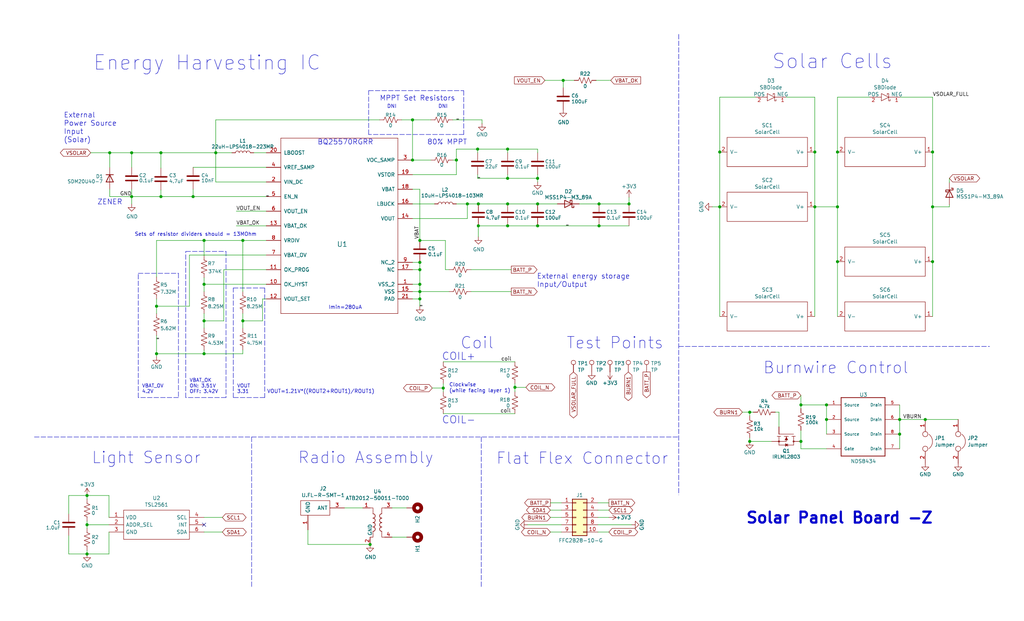
<source format=kicad_sch>
(kicad_sch (version 20211123) (generator eeschema)

  (uuid 5bcace5d-edd0-4e19-92d0-835e43cf8eb2)

  (paper "USLegal")

  (title_block
    (title "PyCubed Mini")
    (date "2022-03-04")
    (rev "1")
    (company "REx Lab Carnegie Mellon University")
    (comment 1 "Z.Manchester")
    (comment 2 "N.Khera")
    (comment 3 "M.Holliday")
  )

  (lib_symbols
    (symbol "Connector:TestPoint" (pin_numbers hide) (pin_names (offset 0.762) hide) (in_bom yes) (on_board yes)
      (property "Reference" "TP" (id 0) (at 0 6.858 0)
        (effects (font (size 1.27 1.27)))
      )
      (property "Value" "TestPoint" (id 1) (at 0 5.08 0)
        (effects (font (size 1.27 1.27)))
      )
      (property "Footprint" "" (id 2) (at 5.08 0 0)
        (effects (font (size 1.27 1.27)) hide)
      )
      (property "Datasheet" "~" (id 3) (at 5.08 0 0)
        (effects (font (size 1.27 1.27)) hide)
      )
      (property "ki_keywords" "test point tp" (id 4) (at 0 0 0)
        (effects (font (size 1.27 1.27)) hide)
      )
      (property "ki_description" "test point" (id 5) (at 0 0 0)
        (effects (font (size 1.27 1.27)) hide)
      )
      (property "ki_fp_filters" "Pin* Test*" (id 6) (at 0 0 0)
        (effects (font (size 1.27 1.27)) hide)
      )
      (symbol "TestPoint_0_1"
        (circle (center 0 3.302) (radius 0.762)
          (stroke (width 0) (type default) (color 0 0 0 0))
          (fill (type none))
        )
      )
      (symbol "TestPoint_1_1"
        (pin passive line (at 0 0 90) (length 2.54)
          (name "1" (effects (font (size 1.27 1.27))))
          (number "1" (effects (font (size 1.27 1.27))))
        )
      )
    )
    (symbol "Connector_Generic:Conn_02x05_Odd_Even" (pin_names (offset 1.016) hide) (in_bom yes) (on_board yes)
      (property "Reference" "J" (id 0) (at 1.27 7.62 0)
        (effects (font (size 1.27 1.27)))
      )
      (property "Value" "Conn_02x05_Odd_Even" (id 1) (at 1.27 -7.62 0)
        (effects (font (size 1.27 1.27)))
      )
      (property "Footprint" "" (id 2) (at 0 0 0)
        (effects (font (size 1.27 1.27)) hide)
      )
      (property "Datasheet" "~" (id 3) (at 0 0 0)
        (effects (font (size 1.27 1.27)) hide)
      )
      (property "ki_keywords" "connector" (id 4) (at 0 0 0)
        (effects (font (size 1.27 1.27)) hide)
      )
      (property "ki_description" "Generic connector, double row, 02x05, odd/even pin numbering scheme (row 1 odd numbers, row 2 even numbers), script generated (kicad-library-utils/schlib/autogen/connector/)" (id 5) (at 0 0 0)
        (effects (font (size 1.27 1.27)) hide)
      )
      (property "ki_fp_filters" "Connector*:*_2x??_*" (id 6) (at 0 0 0)
        (effects (font (size 1.27 1.27)) hide)
      )
      (symbol "Conn_02x05_Odd_Even_1_1"
        (rectangle (start -1.27 -4.953) (end 0 -5.207)
          (stroke (width 0.1524) (type default) (color 0 0 0 0))
          (fill (type none))
        )
        (rectangle (start -1.27 -2.413) (end 0 -2.667)
          (stroke (width 0.1524) (type default) (color 0 0 0 0))
          (fill (type none))
        )
        (rectangle (start -1.27 0.127) (end 0 -0.127)
          (stroke (width 0.1524) (type default) (color 0 0 0 0))
          (fill (type none))
        )
        (rectangle (start -1.27 2.667) (end 0 2.413)
          (stroke (width 0.1524) (type default) (color 0 0 0 0))
          (fill (type none))
        )
        (rectangle (start -1.27 5.207) (end 0 4.953)
          (stroke (width 0.1524) (type default) (color 0 0 0 0))
          (fill (type none))
        )
        (rectangle (start -1.27 6.35) (end 3.81 -6.35)
          (stroke (width 0.254) (type default) (color 0 0 0 0))
          (fill (type background))
        )
        (rectangle (start 3.81 -4.953) (end 2.54 -5.207)
          (stroke (width 0.1524) (type default) (color 0 0 0 0))
          (fill (type none))
        )
        (rectangle (start 3.81 -2.413) (end 2.54 -2.667)
          (stroke (width 0.1524) (type default) (color 0 0 0 0))
          (fill (type none))
        )
        (rectangle (start 3.81 0.127) (end 2.54 -0.127)
          (stroke (width 0.1524) (type default) (color 0 0 0 0))
          (fill (type none))
        )
        (rectangle (start 3.81 2.667) (end 2.54 2.413)
          (stroke (width 0.1524) (type default) (color 0 0 0 0))
          (fill (type none))
        )
        (rectangle (start 3.81 5.207) (end 2.54 4.953)
          (stroke (width 0.1524) (type default) (color 0 0 0 0))
          (fill (type none))
        )
        (pin passive line (at -5.08 5.08 0) (length 3.81)
          (name "Pin_1" (effects (font (size 1.27 1.27))))
          (number "1" (effects (font (size 1.27 1.27))))
        )
        (pin passive line (at 7.62 -5.08 180) (length 3.81)
          (name "Pin_10" (effects (font (size 1.27 1.27))))
          (number "10" (effects (font (size 1.27 1.27))))
        )
        (pin passive line (at 7.62 5.08 180) (length 3.81)
          (name "Pin_2" (effects (font (size 1.27 1.27))))
          (number "2" (effects (font (size 1.27 1.27))))
        )
        (pin passive line (at -5.08 2.54 0) (length 3.81)
          (name "Pin_3" (effects (font (size 1.27 1.27))))
          (number "3" (effects (font (size 1.27 1.27))))
        )
        (pin passive line (at 7.62 2.54 180) (length 3.81)
          (name "Pin_4" (effects (font (size 1.27 1.27))))
          (number "4" (effects (font (size 1.27 1.27))))
        )
        (pin passive line (at -5.08 0 0) (length 3.81)
          (name "Pin_5" (effects (font (size 1.27 1.27))))
          (number "5" (effects (font (size 1.27 1.27))))
        )
        (pin passive line (at 7.62 0 180) (length 3.81)
          (name "Pin_6" (effects (font (size 1.27 1.27))))
          (number "6" (effects (font (size 1.27 1.27))))
        )
        (pin passive line (at -5.08 -2.54 0) (length 3.81)
          (name "Pin_7" (effects (font (size 1.27 1.27))))
          (number "7" (effects (font (size 1.27 1.27))))
        )
        (pin passive line (at 7.62 -2.54 180) (length 3.81)
          (name "Pin_8" (effects (font (size 1.27 1.27))))
          (number "8" (effects (font (size 1.27 1.27))))
        )
        (pin passive line (at -5.08 -5.08 0) (length 3.81)
          (name "Pin_9" (effects (font (size 1.27 1.27))))
          (number "9" (effects (font (size 1.27 1.27))))
        )
      )
    )
    (symbol "Device:C" (pin_numbers hide) (pin_names (offset 0.254)) (in_bom yes) (on_board yes)
      (property "Reference" "C" (id 0) (at 0.635 2.54 0)
        (effects (font (size 1.27 1.27)) (justify left))
      )
      (property "Value" "C" (id 1) (at 0.635 -2.54 0)
        (effects (font (size 1.27 1.27)) (justify left))
      )
      (property "Footprint" "" (id 2) (at 0.9652 -3.81 0)
        (effects (font (size 1.27 1.27)) hide)
      )
      (property "Datasheet" "~" (id 3) (at 0 0 0)
        (effects (font (size 1.27 1.27)) hide)
      )
      (property "ki_keywords" "cap capacitor" (id 4) (at 0 0 0)
        (effects (font (size 1.27 1.27)) hide)
      )
      (property "ki_description" "Unpolarized capacitor" (id 5) (at 0 0 0)
        (effects (font (size 1.27 1.27)) hide)
      )
      (property "ki_fp_filters" "C_*" (id 6) (at 0 0 0)
        (effects (font (size 1.27 1.27)) hide)
      )
      (symbol "C_0_1"
        (polyline
          (pts
            (xy -2.032 -0.762)
            (xy 2.032 -0.762)
          )
          (stroke (width 0.508) (type default) (color 0 0 0 0))
          (fill (type none))
        )
        (polyline
          (pts
            (xy -2.032 0.762)
            (xy 2.032 0.762)
          )
          (stroke (width 0.508) (type default) (color 0 0 0 0))
          (fill (type none))
        )
      )
      (symbol "C_1_1"
        (pin passive line (at 0 3.81 270) (length 2.794)
          (name "~" (effects (font (size 1.27 1.27))))
          (number "1" (effects (font (size 1.27 1.27))))
        )
        (pin passive line (at 0 -3.81 90) (length 2.794)
          (name "~" (effects (font (size 1.27 1.27))))
          (number "2" (effects (font (size 1.27 1.27))))
        )
      )
    )
    (symbol "Device:D" (pin_numbers hide) (pin_names (offset 1.016) hide) (in_bom yes) (on_board yes)
      (property "Reference" "D" (id 0) (at 0 2.54 0)
        (effects (font (size 1.27 1.27)))
      )
      (property "Value" "D" (id 1) (at 0 -2.54 0)
        (effects (font (size 1.27 1.27)))
      )
      (property "Footprint" "" (id 2) (at 0 0 0)
        (effects (font (size 1.27 1.27)) hide)
      )
      (property "Datasheet" "~" (id 3) (at 0 0 0)
        (effects (font (size 1.27 1.27)) hide)
      )
      (property "ki_keywords" "diode" (id 4) (at 0 0 0)
        (effects (font (size 1.27 1.27)) hide)
      )
      (property "ki_description" "Diode" (id 5) (at 0 0 0)
        (effects (font (size 1.27 1.27)) hide)
      )
      (property "ki_fp_filters" "TO-???* *_Diode_* *SingleDiode* D_*" (id 6) (at 0 0 0)
        (effects (font (size 1.27 1.27)) hide)
      )
      (symbol "D_0_1"
        (polyline
          (pts
            (xy -1.27 1.27)
            (xy -1.27 -1.27)
          )
          (stroke (width 0.254) (type default) (color 0 0 0 0))
          (fill (type none))
        )
        (polyline
          (pts
            (xy 1.27 0)
            (xy -1.27 0)
          )
          (stroke (width 0) (type default) (color 0 0 0 0))
          (fill (type none))
        )
        (polyline
          (pts
            (xy 1.27 1.27)
            (xy 1.27 -1.27)
            (xy -1.27 0)
            (xy 1.27 1.27)
          )
          (stroke (width 0.254) (type default) (color 0 0 0 0))
          (fill (type none))
        )
      )
      (symbol "D_1_1"
        (pin passive line (at -3.81 0 0) (length 2.54)
          (name "K" (effects (font (size 1.27 1.27))))
          (number "1" (effects (font (size 1.27 1.27))))
        )
        (pin passive line (at 3.81 0 180) (length 2.54)
          (name "A" (effects (font (size 1.27 1.27))))
          (number "2" (effects (font (size 1.27 1.27))))
        )
      )
    )
    (symbol "Device:D_Schottky" (pin_numbers hide) (pin_names (offset 1.016) hide) (in_bom yes) (on_board yes)
      (property "Reference" "D" (id 0) (at 0 2.54 0)
        (effects (font (size 1.27 1.27)))
      )
      (property "Value" "D_Schottky" (id 1) (at 0 -2.54 0)
        (effects (font (size 1.27 1.27)))
      )
      (property "Footprint" "" (id 2) (at 0 0 0)
        (effects (font (size 1.27 1.27)) hide)
      )
      (property "Datasheet" "~" (id 3) (at 0 0 0)
        (effects (font (size 1.27 1.27)) hide)
      )
      (property "ki_keywords" "diode Schottky" (id 4) (at 0 0 0)
        (effects (font (size 1.27 1.27)) hide)
      )
      (property "ki_description" "Schottky diode" (id 5) (at 0 0 0)
        (effects (font (size 1.27 1.27)) hide)
      )
      (property "ki_fp_filters" "TO-???* *_Diode_* *SingleDiode* D_*" (id 6) (at 0 0 0)
        (effects (font (size 1.27 1.27)) hide)
      )
      (symbol "D_Schottky_0_1"
        (polyline
          (pts
            (xy 1.27 0)
            (xy -1.27 0)
          )
          (stroke (width 0) (type default) (color 0 0 0 0))
          (fill (type none))
        )
        (polyline
          (pts
            (xy 1.27 1.27)
            (xy 1.27 -1.27)
            (xy -1.27 0)
            (xy 1.27 1.27)
          )
          (stroke (width 0.254) (type default) (color 0 0 0 0))
          (fill (type none))
        )
        (polyline
          (pts
            (xy -1.905 0.635)
            (xy -1.905 1.27)
            (xy -1.27 1.27)
            (xy -1.27 -1.27)
            (xy -0.635 -1.27)
            (xy -0.635 -0.635)
          )
          (stroke (width 0.254) (type default) (color 0 0 0 0))
          (fill (type none))
        )
      )
      (symbol "D_Schottky_1_1"
        (pin passive line (at -3.81 0 0) (length 2.54)
          (name "K" (effects (font (size 1.27 1.27))))
          (number "1" (effects (font (size 1.27 1.27))))
        )
        (pin passive line (at 3.81 0 180) (length 2.54)
          (name "A" (effects (font (size 1.27 1.27))))
          (number "2" (effects (font (size 1.27 1.27))))
        )
      )
    )
    (symbol "Device:L" (pin_numbers hide) (pin_names (offset 1.016) hide) (in_bom yes) (on_board yes)
      (property "Reference" "L" (id 0) (at -1.27 0 90)
        (effects (font (size 1.27 1.27)))
      )
      (property "Value" "L" (id 1) (at 1.905 0 90)
        (effects (font (size 1.27 1.27)))
      )
      (property "Footprint" "" (id 2) (at 0 0 0)
        (effects (font (size 1.27 1.27)) hide)
      )
      (property "Datasheet" "~" (id 3) (at 0 0 0)
        (effects (font (size 1.27 1.27)) hide)
      )
      (property "ki_keywords" "inductor choke coil reactor magnetic" (id 4) (at 0 0 0)
        (effects (font (size 1.27 1.27)) hide)
      )
      (property "ki_description" "Inductor" (id 5) (at 0 0 0)
        (effects (font (size 1.27 1.27)) hide)
      )
      (property "ki_fp_filters" "Choke_* *Coil* Inductor_* L_*" (id 6) (at 0 0 0)
        (effects (font (size 1.27 1.27)) hide)
      )
      (symbol "L_0_1"
        (arc (start 0 -2.54) (mid 0.635 -1.905) (end 0 -1.27)
          (stroke (width 0) (type default) (color 0 0 0 0))
          (fill (type none))
        )
        (arc (start 0 -1.27) (mid 0.635 -0.635) (end 0 0)
          (stroke (width 0) (type default) (color 0 0 0 0))
          (fill (type none))
        )
        (arc (start 0 0) (mid 0.635 0.635) (end 0 1.27)
          (stroke (width 0) (type default) (color 0 0 0 0))
          (fill (type none))
        )
        (arc (start 0 1.27) (mid 0.635 1.905) (end 0 2.54)
          (stroke (width 0) (type default) (color 0 0 0 0))
          (fill (type none))
        )
      )
      (symbol "L_1_1"
        (pin passive line (at 0 3.81 270) (length 1.27)
          (name "1" (effects (font (size 1.27 1.27))))
          (number "1" (effects (font (size 1.27 1.27))))
        )
        (pin passive line (at 0 -3.81 90) (length 1.27)
          (name "2" (effects (font (size 1.27 1.27))))
          (number "2" (effects (font (size 1.27 1.27))))
        )
      )
    )
    (symbol "Device:R_US" (pin_numbers hide) (pin_names (offset 0)) (in_bom yes) (on_board yes)
      (property "Reference" "R" (id 0) (at 2.54 0 90)
        (effects (font (size 1.27 1.27)))
      )
      (property "Value" "R_US" (id 1) (at -2.54 0 90)
        (effects (font (size 1.27 1.27)))
      )
      (property "Footprint" "" (id 2) (at 1.016 -0.254 90)
        (effects (font (size 1.27 1.27)) hide)
      )
      (property "Datasheet" "~" (id 3) (at 0 0 0)
        (effects (font (size 1.27 1.27)) hide)
      )
      (property "ki_keywords" "R res resistor" (id 4) (at 0 0 0)
        (effects (font (size 1.27 1.27)) hide)
      )
      (property "ki_description" "Resistor, US symbol" (id 5) (at 0 0 0)
        (effects (font (size 1.27 1.27)) hide)
      )
      (property "ki_fp_filters" "R_*" (id 6) (at 0 0 0)
        (effects (font (size 1.27 1.27)) hide)
      )
      (symbol "R_US_0_1"
        (polyline
          (pts
            (xy 0 -2.286)
            (xy 0 -2.54)
          )
          (stroke (width 0) (type default) (color 0 0 0 0))
          (fill (type none))
        )
        (polyline
          (pts
            (xy 0 2.286)
            (xy 0 2.54)
          )
          (stroke (width 0) (type default) (color 0 0 0 0))
          (fill (type none))
        )
        (polyline
          (pts
            (xy 0 -0.762)
            (xy 1.016 -1.143)
            (xy 0 -1.524)
            (xy -1.016 -1.905)
            (xy 0 -2.286)
          )
          (stroke (width 0) (type default) (color 0 0 0 0))
          (fill (type none))
        )
        (polyline
          (pts
            (xy 0 0.762)
            (xy 1.016 0.381)
            (xy 0 0)
            (xy -1.016 -0.381)
            (xy 0 -0.762)
          )
          (stroke (width 0) (type default) (color 0 0 0 0))
          (fill (type none))
        )
        (polyline
          (pts
            (xy 0 2.286)
            (xy 1.016 1.905)
            (xy 0 1.524)
            (xy -1.016 1.143)
            (xy 0 0.762)
          )
          (stroke (width 0) (type default) (color 0 0 0 0))
          (fill (type none))
        )
      )
      (symbol "R_US_1_1"
        (pin passive line (at 0 3.81 270) (length 1.27)
          (name "~" (effects (font (size 1.27 1.27))))
          (number "1" (effects (font (size 1.27 1.27))))
        )
        (pin passive line (at 0 -3.81 90) (length 1.27)
          (name "~" (effects (font (size 1.27 1.27))))
          (number "2" (effects (font (size 1.27 1.27))))
        )
      )
    )
    (symbol "Mechanical:MountingHole_Pad" (pin_numbers hide) (pin_names (offset 1.016) hide) (in_bom yes) (on_board yes)
      (property "Reference" "H" (id 0) (at 0 6.35 0)
        (effects (font (size 1.27 1.27)))
      )
      (property "Value" "MountingHole_Pad" (id 1) (at 0 4.445 0)
        (effects (font (size 1.27 1.27)))
      )
      (property "Footprint" "" (id 2) (at 0 0 0)
        (effects (font (size 1.27 1.27)) hide)
      )
      (property "Datasheet" "~" (id 3) (at 0 0 0)
        (effects (font (size 1.27 1.27)) hide)
      )
      (property "ki_keywords" "mounting hole" (id 4) (at 0 0 0)
        (effects (font (size 1.27 1.27)) hide)
      )
      (property "ki_description" "Mounting Hole with connection" (id 5) (at 0 0 0)
        (effects (font (size 1.27 1.27)) hide)
      )
      (property "ki_fp_filters" "MountingHole*Pad*" (id 6) (at 0 0 0)
        (effects (font (size 1.27 1.27)) hide)
      )
      (symbol "MountingHole_Pad_0_1"
        (circle (center 0 1.27) (radius 1.27)
          (stroke (width 1.27) (type default) (color 0 0 0 0))
          (fill (type none))
        )
      )
      (symbol "MountingHole_Pad_1_1"
        (pin input line (at 0 -2.54 90) (length 2.54)
          (name "1" (effects (font (size 1.27 1.27))))
          (number "1" (effects (font (size 1.27 1.27))))
        )
      )
    )
    (symbol "power:+3V3" (power) (pin_names (offset 0)) (in_bom yes) (on_board yes)
      (property "Reference" "#PWR" (id 0) (at 0 -3.81 0)
        (effects (font (size 1.27 1.27)) hide)
      )
      (property "Value" "+3V3" (id 1) (at 0 3.556 0)
        (effects (font (size 1.27 1.27)))
      )
      (property "Footprint" "" (id 2) (at 0 0 0)
        (effects (font (size 1.27 1.27)) hide)
      )
      (property "Datasheet" "" (id 3) (at 0 0 0)
        (effects (font (size 1.27 1.27)) hide)
      )
      (property "ki_keywords" "power-flag" (id 4) (at 0 0 0)
        (effects (font (size 1.27 1.27)) hide)
      )
      (property "ki_description" "Power symbol creates a global label with name \"+3V3\"" (id 5) (at 0 0 0)
        (effects (font (size 1.27 1.27)) hide)
      )
      (symbol "+3V3_0_1"
        (polyline
          (pts
            (xy -0.762 1.27)
            (xy 0 2.54)
          )
          (stroke (width 0) (type default) (color 0 0 0 0))
          (fill (type none))
        )
        (polyline
          (pts
            (xy 0 0)
            (xy 0 2.54)
          )
          (stroke (width 0) (type default) (color 0 0 0 0))
          (fill (type none))
        )
        (polyline
          (pts
            (xy 0 2.54)
            (xy 0.762 1.27)
          )
          (stroke (width 0) (type default) (color 0 0 0 0))
          (fill (type none))
        )
      )
      (symbol "+3V3_1_1"
        (pin power_in line (at 0 0 90) (length 0) hide
          (name "+3V3" (effects (font (size 1.27 1.27))))
          (number "1" (effects (font (size 1.27 1.27))))
        )
      )
    )
    (symbol "power:GND" (power) (pin_names (offset 0)) (in_bom yes) (on_board yes)
      (property "Reference" "#PWR" (id 0) (at 0 -6.35 0)
        (effects (font (size 1.27 1.27)) hide)
      )
      (property "Value" "GND" (id 1) (at 0 -3.81 0)
        (effects (font (size 1.27 1.27)))
      )
      (property "Footprint" "" (id 2) (at 0 0 0)
        (effects (font (size 1.27 1.27)) hide)
      )
      (property "Datasheet" "" (id 3) (at 0 0 0)
        (effects (font (size 1.27 1.27)) hide)
      )
      (property "ki_keywords" "power-flag" (id 4) (at 0 0 0)
        (effects (font (size 1.27 1.27)) hide)
      )
      (property "ki_description" "Power symbol creates a global label with name \"GND\" , ground" (id 5) (at 0 0 0)
        (effects (font (size 1.27 1.27)) hide)
      )
      (symbol "GND_0_1"
        (polyline
          (pts
            (xy 0 0)
            (xy 0 -1.27)
            (xy 1.27 -1.27)
            (xy 0 -2.54)
            (xy -1.27 -1.27)
            (xy 0 -1.27)
          )
          (stroke (width 0) (type default) (color 0 0 0 0))
          (fill (type none))
        )
      )
      (symbol "GND_1_1"
        (pin power_in line (at 0 0 270) (length 0) hide
          (name "GND" (effects (font (size 1.27 1.27))))
          (number "1" (effects (font (size 1.27 1.27))))
        )
      )
    )
    (symbol "solarpanels:ATB2012" (in_bom yes) (on_board yes)
      (property "Reference" "U4" (id 0) (at 0 10.795 0)
        (effects (font (size 1.27 1.27)))
      )
      (property "Value" "ATB2012" (id 1) (at 0 8.4836 0)
        (effects (font (size 1.27 1.27)))
      )
      (property "Footprint" "solarpanels:ATB2012" (id 2) (at 0 -7.62 0)
        (effects (font (size 1.27 1.27)) hide)
      )
      (property "Datasheet" "" (id 3) (at 0 7.62 0)
        (effects (font (size 1.27 1.27)) hide)
      )
      (property "ki_keywords" "balun rf transformer" (id 4) (at 0 0 0)
        (effects (font (size 1.27 1.27)) hide)
      )
      (property "ki_fp_filters" "Balun*Johanson*0896BM15A0001*" (id 5) (at 0 0 0)
        (effects (font (size 1.27 1.27)) hide)
      )
      (symbol "ATB2012_1_1"
        (arc (start -1.524 -3.048) (mid -0.762 -2.286) (end -1.524 -1.524)
          (stroke (width 0.2032) (type default) (color 0 0 0 0))
          (fill (type none))
        )
        (arc (start -1.524 -1.524) (mid -0.762 -0.762) (end -1.524 0)
          (stroke (width 0.2032) (type default) (color 0 0 0 0))
          (fill (type none))
        )
        (arc (start -1.524 0) (mid -0.762 0.762) (end -1.524 1.524)
          (stroke (width 0.2032) (type default) (color 0 0 0 0))
          (fill (type none))
        )
        (arc (start -1.524 1.524) (mid -0.762 2.286) (end -1.524 3.048)
          (stroke (width 0.2032) (type default) (color 0 0 0 0))
          (fill (type none))
        )
        (polyline
          (pts
            (xy -2.54 5.08)
            (xy -1.524 5.08)
            (xy -1.524 3.048)
          )
          (stroke (width 0.1524) (type default) (color 0 0 0 0))
          (fill (type none))
        )
        (polyline
          (pts
            (xy -1.524 -3.048)
            (xy -1.524 -5.08)
            (xy -2.54 -5.08)
          )
          (stroke (width 0.1524) (type default) (color 0 0 0 0))
          (fill (type none))
        )
        (polyline
          (pts
            (xy 1.524 3.048)
            (xy 1.524 5.08)
            (xy 2.54 5.08)
          )
          (stroke (width 0.1524) (type default) (color 0 0 0 0))
          (fill (type none))
        )
        (polyline
          (pts
            (xy 2.54 -5.08)
            (xy 1.524 -5.08)
            (xy 1.524 -3.048)
          )
          (stroke (width 0.1524) (type default) (color 0 0 0 0))
          (fill (type none))
        )
        (arc (start 1.524 -1.524) (mid 0.762 -2.286) (end 1.524 -3.048)
          (stroke (width 0.2032) (type default) (color 0 0 0 0))
          (fill (type none))
        )
        (arc (start 1.524 0) (mid 0.762 -0.762) (end 1.524 -1.524)
          (stroke (width 0.2032) (type default) (color 0 0 0 0))
          (fill (type none))
        )
        (arc (start 1.524 1.524) (mid 0.762 0.762) (end 1.524 0)
          (stroke (width 0.2032) (type default) (color 0 0 0 0))
          (fill (type none))
        )
        (arc (start 1.524 3.048) (mid 0.762 2.286) (end 1.524 1.524)
          (stroke (width 0.2032) (type default) (color 0 0 0 0))
          (fill (type none))
        )
        (pin passive line (at -5.08 5.08 0) (length 2.54)
          (name "~" (effects (font (size 1.27 1.27))))
          (number "1" (effects (font (size 1.27 1.27))))
        )
        (pin power_in line (at -2.54 -7.62 90) (length 2.54)
          (name "GND" (effects (font (size 1.27 1.27))))
          (number "2" (effects (font (size 1.27 1.27))))
        )
        (pin passive line (at 5.08 5.08 180) (length 2.54)
          (name "~" (effects (font (size 1.27 1.27))))
          (number "3" (effects (font (size 1.27 1.27))))
        )
        (pin passive line (at 5.08 -5.08 180) (length 2.54)
          (name "~" (effects (font (size 1.27 1.27))))
          (number "4" (effects (font (size 1.27 1.27))))
        )
        (pin passive line (at -2.54 -7.62 90) (length 2.54) hide
          (name "GND" (effects (font (size 1.27 1.27))))
          (number "5" (effects (font (size 1.27 1.27))))
        )
        (pin passive line (at -2.54 -7.62 90) (length 2.54) hide
          (name "GND" (effects (font (size 1.27 1.27))))
          (number "6" (effects (font (size 1.27 1.27))))
        )
      )
    )
    (symbol "solarpanels:BQ25570RGRR" (pin_names (offset 1.016)) (in_bom yes) (on_board yes)
      (property "Reference" "U" (id 0) (at -4.7244 1.4986 0)
        (effects (font (size 1.7526 1.7526)) (justify left bottom))
      )
      (property "Value" "BQ25570RGRR" (id 1) (at -5.3594 -1.0414 0)
        (effects (font (size 1.7526 1.7526)) (justify left bottom))
      )
      (property "Footprint" "solarpanels:QFN50P350X350X100-21N-D" (id 2) (at 0 0 0)
        (effects (font (size 1.27 1.27)) hide)
      )
      (property "Datasheet" "" (id 3) (at 0 0 0)
        (effects (font (size 1.27 1.27)) hide)
      )
      (symbol "BQ25570RGRR_1_0"
        (polyline
          (pts
            (xy -20.32 -30.48)
            (xy 20.32 -30.48)
          )
          (stroke (width 0) (type default) (color 0 0 0 0))
          (fill (type none))
        )
        (polyline
          (pts
            (xy -20.32 30.48)
            (xy -20.32 -30.48)
          )
          (stroke (width 0) (type default) (color 0 0 0 0))
          (fill (type none))
        )
        (polyline
          (pts
            (xy 20.32 -30.48)
            (xy 20.32 30.48)
          )
          (stroke (width 0) (type default) (color 0 0 0 0))
          (fill (type none))
        )
        (polyline
          (pts
            (xy 20.32 30.48)
            (xy -20.32 30.48)
          )
          (stroke (width 0) (type default) (color 0 0 0 0))
          (fill (type none))
        )
        (pin power_in line (at 25.4 -20.32 180) (length 5.08)
          (name "VSS_2" (effects (font (size 1.27 1.27))))
          (number "1" (effects (font (size 1.27 1.27))))
        )
        (pin input line (at -25.4 -20.32 0) (length 5.08)
          (name "OK_HYST" (effects (font (size 1.27 1.27))))
          (number "10" (effects (font (size 1.27 1.27))))
        )
        (pin input line (at -25.4 -15.24 0) (length 5.08)
          (name "OK_PROG" (effects (font (size 1.27 1.27))))
          (number "11" (effects (font (size 1.27 1.27))))
        )
        (pin input line (at -25.4 -25.4 0) (length 5.08)
          (name "VOUT_SET" (effects (font (size 1.27 1.27))))
          (number "12" (effects (font (size 1.27 1.27))))
        )
        (pin output line (at -25.4 0 0) (length 5.08)
          (name "VBAT_OK" (effects (font (size 1.27 1.27))))
          (number "13" (effects (font (size 1.27 1.27))))
        )
        (pin power_in line (at 25.4 2.54 180) (length 5.08)
          (name "VOUT" (effects (font (size 1.27 1.27))))
          (number "14" (effects (font (size 1.27 1.27))))
        )
        (pin power_in line (at 25.4 -22.86 180) (length 5.08)
          (name "VSS" (effects (font (size 1.27 1.27))))
          (number "15" (effects (font (size 1.27 1.27))))
        )
        (pin passive line (at 25.4 7.62 180) (length 5.08)
          (name "LBUCK" (effects (font (size 1.27 1.27))))
          (number "16" (effects (font (size 1.27 1.27))))
        )
        (pin passive line (at 25.4 -15.24 180) (length 5.08)
          (name "NC" (effects (font (size 1.27 1.27))))
          (number "17" (effects (font (size 1.27 1.27))))
        )
        (pin bidirectional line (at 25.4 12.7 180) (length 5.08)
          (name "VBAT" (effects (font (size 1.27 1.27))))
          (number "18" (effects (font (size 1.27 1.27))))
        )
        (pin power_in line (at 25.4 17.78 180) (length 5.08)
          (name "VSTOR" (effects (font (size 1.27 1.27))))
          (number "19" (effects (font (size 1.27 1.27))))
        )
        (pin power_in line (at -25.4 15.24 0) (length 5.08)
          (name "VIN_DC" (effects (font (size 1.27 1.27))))
          (number "2" (effects (font (size 1.27 1.27))))
        )
        (pin input line (at -25.4 25.4 0) (length 5.08)
          (name "LBOOST" (effects (font (size 1.27 1.27))))
          (number "20" (effects (font (size 1.27 1.27))))
        )
        (pin power_in line (at 25.4 -25.4 180) (length 5.08)
          (name "PAD" (effects (font (size 1.27 1.27))))
          (number "21" (effects (font (size 1.27 1.27))))
        )
        (pin input line (at 25.4 22.86 180) (length 5.08)
          (name "VOC_SAMP" (effects (font (size 1.27 1.27))))
          (number "3" (effects (font (size 1.27 1.27))))
        )
        (pin input line (at -25.4 20.32 0) (length 5.08)
          (name "VREF_SAMP" (effects (font (size 1.27 1.27))))
          (number "4" (effects (font (size 1.27 1.27))))
        )
        (pin input line (at -25.4 10.16 0) (length 5.08)
          (name "EN_N" (effects (font (size 1.27 1.27))))
          (number "5" (effects (font (size 1.27 1.27))))
        )
        (pin input line (at -25.4 5.08 0) (length 5.08)
          (name "VOUT_EN" (effects (font (size 1.27 1.27))))
          (number "6" (effects (font (size 1.27 1.27))))
        )
        (pin input line (at -25.4 -10.16 0) (length 5.08)
          (name "VBAT_OV" (effects (font (size 1.27 1.27))))
          (number "7" (effects (font (size 1.27 1.27))))
        )
        (pin output line (at -25.4 -5.08 0) (length 5.08)
          (name "VRDIV" (effects (font (size 1.27 1.27))))
          (number "8" (effects (font (size 1.27 1.27))))
        )
        (pin power_in line (at 25.4 -12.7 180) (length 5.08)
          (name "NC_2" (effects (font (size 1.27 1.27))))
          (number "9" (effects (font (size 1.27 1.27))))
        )
      )
    )
    (symbol "solarpanels:Device_Jumper" (pin_names (offset 0.762) hide) (in_bom yes) (on_board yes)
      (property "Reference" "JP" (id 0) (at 0 3.81 0)
        (effects (font (size 1.27 1.27)))
      )
      (property "Value" "Device_Jumper" (id 1) (at 0 -2.032 0)
        (effects (font (size 1.27 1.27)))
      )
      (property "Footprint" "solarpanels:Burn-Wire-Rotated" (id 2) (at 0 0 0)
        (effects (font (size 1.27 1.27)) hide)
      )
      (property "Datasheet" "" (id 3) (at 0 0 0)
        (effects (font (size 1.27 1.27)) hide)
      )
      (property "ki_fp_filters" "SolderJumper*" (id 4) (at 0 0 0)
        (effects (font (size 1.27 1.27)) hide)
      )
      (symbol "Device_Jumper_0_1"
        (circle (center -2.54 0) (radius 0.889)
          (stroke (width 0) (type default) (color 0 0 0 0))
          (fill (type none))
        )
        (arc (start 2.5146 1.27) (mid 0.0127 2.5097) (end -2.4892 1.27)
          (stroke (width 0) (type default) (color 0 0 0 0))
          (fill (type none))
        )
        (circle (center 2.54 0) (radius 0.889)
          (stroke (width 0) (type default) (color 0 0 0 0))
          (fill (type none))
        )
        (pin passive line (at -7.62 0 0) (length 4.191)
          (name "1" (effects (font (size 1.27 1.27))))
          (number "1" (effects (font (size 1.27 1.27))))
        )
        (pin passive line (at 7.62 0 180) (length 4.191)
          (name "2" (effects (font (size 1.27 1.27))))
          (number "2" (effects (font (size 1.27 1.27))))
        )
      )
    )
    (symbol "solarpanels:IRLML2803TRPBF" (pin_names (offset 1.016)) (in_bom yes) (on_board yes)
      (property "Reference" "Q" (id 0) (at -11.43 1.27 0)
        (effects (font (size 1.4986 1.4986)) (justify left top))
      )
      (property "Value" "IRLML2803TRPBF" (id 1) (at -11.43 3.81 0)
        (effects (font (size 1.4986 1.4986)) (justify left top))
      )
      (property "Footprint" "" (id 2) (at 0 0 0)
        (effects (font (size 1.27 1.27)) hide)
      )
      (property "Datasheet" "" (id 3) (at 0 0 0)
        (effects (font (size 1.27 1.27)) hide)
      )
      (property "ki_locked" "" (id 4) (at 0 0 0)
        (effects (font (size 1.27 1.27)))
      )
      (symbol "IRLML2803TRPBF_1_0"
        (polyline
          (pts
            (xy 0 2.54)
            (xy 0 -2.54)
          )
          (stroke (width 0) (type default) (color 0 0 0 0))
          (fill (type none))
        )
        (polyline
          (pts
            (xy 0.762 -2.54)
            (xy 0.762 -3.175)
          )
          (stroke (width 0) (type default) (color 0 0 0 0))
          (fill (type none))
        )
        (polyline
          (pts
            (xy 0.762 -1.905)
            (xy 0.762 -2.54)
          )
          (stroke (width 0) (type default) (color 0 0 0 0))
          (fill (type none))
        )
        (polyline
          (pts
            (xy 0.762 0)
            (xy 0.762 -0.762)
          )
          (stroke (width 0) (type default) (color 0 0 0 0))
          (fill (type none))
        )
        (polyline
          (pts
            (xy 0.762 0)
            (xy 2.54 0)
          )
          (stroke (width 0) (type default) (color 0 0 0 0))
          (fill (type none))
        )
        (polyline
          (pts
            (xy 0.762 0.762)
            (xy 0.762 0)
          )
          (stroke (width 0) (type default) (color 0 0 0 0))
          (fill (type none))
        )
        (polyline
          (pts
            (xy 0.762 2.54)
            (xy 0.762 1.905)
          )
          (stroke (width 0) (type default) (color 0 0 0 0))
          (fill (type none))
        )
        (polyline
          (pts
            (xy 0.762 2.54)
            (xy 3.81 2.54)
          )
          (stroke (width 0) (type default) (color 0 0 0 0))
          (fill (type none))
        )
        (polyline
          (pts
            (xy 0.762 3.175)
            (xy 0.762 2.54)
          )
          (stroke (width 0) (type default) (color 0 0 0 0))
          (fill (type none))
        )
        (polyline
          (pts
            (xy 2.54 -2.54)
            (xy 0.762 -2.54)
          )
          (stroke (width 0) (type default) (color 0 0 0 0))
          (fill (type none))
        )
        (polyline
          (pts
            (xy 2.54 -2.54)
            (xy 3.81 -2.54)
          )
          (stroke (width 0) (type default) (color 0 0 0 0))
          (fill (type none))
        )
        (polyline
          (pts
            (xy 2.54 0)
            (xy 2.54 -2.54)
          )
          (stroke (width 0) (type default) (color 0 0 0 0))
          (fill (type none))
        )
        (polyline
          (pts
            (xy 3.302 0.508)
            (xy 3.81 0.508)
          )
          (stroke (width 0) (type default) (color 0 0 0 0))
          (fill (type none))
        )
        (polyline
          (pts
            (xy 3.81 -0.508)
            (xy 3.81 -2.54)
          )
          (stroke (width 0) (type default) (color 0 0 0 0))
          (fill (type none))
        )
        (polyline
          (pts
            (xy 3.81 0.508)
            (xy 3.81 -0.508)
          )
          (stroke (width 0) (type default) (color 0 0 0 0))
          (fill (type none))
        )
        (polyline
          (pts
            (xy 3.81 0.508)
            (xy 4.318 0.508)
          )
          (stroke (width 0) (type default) (color 0 0 0 0))
          (fill (type none))
        )
        (polyline
          (pts
            (xy 3.81 2.54)
            (xy 3.81 0.508)
          )
          (stroke (width 0) (type default) (color 0 0 0 0))
          (fill (type none))
        )
        (polyline
          (pts
            (xy 1.016 0)
            (xy 2.032 0.508)
            (xy 2.032 -0.508)
          )
          (stroke (width 0) (type default) (color 0 0 0 0))
          (fill (type outline))
        )
        (polyline
          (pts
            (xy 3.81 0.508)
            (xy 3.302 -0.254)
            (xy 4.318 -0.254)
          )
          (stroke (width 0) (type default) (color 0 0 0 0))
          (fill (type outline))
        )
        (circle (center 2.54 -2.54) (radius 0.254)
          (stroke (width 0) (type default) (color 0 0 0 0))
          (fill (type none))
        )
        (circle (center 2.54 2.54) (radius 0.254)
          (stroke (width 0) (type default) (color 0 0 0 0))
          (fill (type none))
        )
        (pin passive line (at -2.54 -2.54 0) (length 2.54)
          (name "G" (effects (font (size 0 0))))
          (number "1" (effects (font (size 0 0))))
        )
        (pin passive line (at 2.54 -5.08 90) (length 2.54)
          (name "S" (effects (font (size 0 0))))
          (number "2" (effects (font (size 0 0))))
        )
        (pin passive line (at 2.54 5.08 270) (length 2.54)
          (name "D" (effects (font (size 0 0))))
          (number "3" (effects (font (size 0 0))))
        )
      )
    )
    (symbol "solarpanels:SBDiode" (pin_names (offset 0)) (in_bom yes) (on_board yes)
      (property "Reference" "D" (id 0) (at -1.524 3.048 0)
        (effects (font (size 1.27 1.27)))
      )
      (property "Value" "SBDiode" (id 1) (at -1.524 5.588 0)
        (effects (font (size 1.27 1.27)))
      )
      (property "Footprint" "solarpanels:SB Diode" (id 2) (at -3.048 8.382 0)
        (effects (font (size 1.27 1.27)) hide)
      )
      (property "Datasheet" "" (id 3) (at -1.524 3.048 0)
        (effects (font (size 1.27 1.27)) hide)
      )
      (symbol "SBDiode_0_1"
        (polyline
          (pts
            (xy -4.064 0)
            (xy -2.54 0)
          )
          (stroke (width 0) (type default) (color 0 0 0 0))
          (fill (type none))
        )
        (polyline
          (pts
            (xy 0 0)
            (xy 1.524 0)
          )
          (stroke (width 0) (type default) (color 0 0 0 0))
          (fill (type none))
        )
        (polyline
          (pts
            (xy -2.54 1.27)
            (xy -2.54 -1.27)
            (xy 0 0)
            (xy -2.54 1.27)
          )
          (stroke (width 0) (type default) (color 0 0 0 0))
          (fill (type none))
        )
        (polyline
          (pts
            (xy 0 0)
            (xy 0 -1.27)
            (xy -0.508 -1.27)
            (xy -0.508 -0.762)
          )
          (stroke (width 0) (type default) (color 0 0 0 0))
          (fill (type none))
        )
        (polyline
          (pts
            (xy 0 0)
            (xy 0 1.27)
            (xy 0.508 1.27)
            (xy 0.508 0.762)
          )
          (stroke (width 0) (type default) (color 0 0 0 0))
          (fill (type none))
        )
      )
      (symbol "SBDiode_1_1"
        (pin bidirectional line (at 4.064 0 180) (length 2.54)
          (name "NEG" (effects (font (size 1.27 1.27))))
          (number "1" (effects (font (size 1.27 1.27))))
        )
        (pin bidirectional line (at -6.604 0 0) (length 2.54)
          (name "POS" (effects (font (size 1.27 1.27))))
          (number "2" (effects (font (size 1.27 1.27))))
        )
      )
    )
    (symbol "solarpanels:SolarCell_Small" (pin_names (offset 1.016)) (in_bom yes) (on_board yes)
      (property "Reference" "SC" (id 0) (at 0 -1.27 0)
        (effects (font (size 1.27 1.27)))
      )
      (property "Value" "SolarCell_Small" (id 1) (at 0 1.27 0)
        (effects (font (size 1.27 1.27)))
      )
      (property "Footprint" "solarpanels:KXOB25-05X3F" (id 2) (at 0 6.35 0)
        (effects (font (size 1.27 1.27)) hide)
      )
      (property "Datasheet" "" (id 3) (at 5.08 0 90)
        (effects (font (size 1.27 1.27)) hide)
      )
      (symbol "SolarCell_Small_0_1"
        (rectangle (start -13.97 -5.08) (end 13.97 5.08)
          (stroke (width 0) (type default) (color 0 0 0 0))
          (fill (type none))
        )
      )
      (symbol "SolarCell_Small_1_1"
        (pin bidirectional line (at -16.51 0 0) (length 2.54)
          (name "V+" (effects (font (size 1.27 1.27))))
          (number "1" (effects (font (size 1.27 1.27))))
        )
        (pin bidirectional line (at 16.51 0 180) (length 2.54)
          (name "V-" (effects (font (size 1.27 1.27))))
          (number "2" (effects (font (size 1.27 1.27))))
        )
      )
    )
    (symbol "solarpanels:U.FL-R-SMT-1" (pin_names (offset 0.762)) (in_bom yes) (on_board yes)
      (property "Reference" "J2" (id 0) (at 0 6.35 0)
        (effects (font (size 1.27 1.27)))
      )
      (property "Value" "U.FL-R-SMT-1" (id 1) (at 0 4.0386 0)
        (effects (font (size 1.27 1.27)))
      )
      (property "Footprint" "solarpanels:U.FL-R-SMT-1" (id 2) (at 7.62 6.35 0)
        (effects (font (size 1.27 1.27)) (justify left) hide)
      )
      (property "Datasheet" "https://www.hirose.co.jp/cataloge_hp/ed_UFL_20141014.pdf" (id 3) (at 7.62 3.81 0)
        (effects (font (size 1.27 1.27)) (justify left) hide)
      )
      (property "Manufacturer_Name" "Hirose" (id 4) (at 7.62 -3.81 0)
        (effects (font (size 1.27 1.27)) (justify left) hide)
      )
      (property "Manufacturer_Part_Number" "U.FL-R-SMT-1" (id 5) (at 7.62 -6.35 0)
        (effects (font (size 1.27 1.27)) (justify left) hide)
      )
      (symbol "U.FL-R-SMT-1_0_0"
        (pin unspecified line (at 2.54 -7.62 90) (length 5.08)
          (name "GND" (effects (font (size 1.27 1.27))))
          (number "1" (effects (font (size 1.27 1.27))))
        )
        (pin unspecified line (at 2.54 -7.62 90) (length 5.08) hide
          (name "2" (effects (font (size 1.27 1.27))))
          (number "2" (effects (font (size 1.27 1.27))))
        )
        (pin unspecified line (at -10.16 0 0) (length 5.08)
          (name "ANT" (effects (font (size 1.27 1.27))))
          (number "3" (effects (font (size 1.27 1.27))))
        )
      )
      (symbol "U.FL-R-SMT-1_0_1"
        (polyline
          (pts
            (xy -5.08 2.54)
            (xy 5.08 2.54)
            (xy 5.08 -2.54)
            (xy -5.08 -2.54)
            (xy -5.08 2.54)
          )
          (stroke (width 0.1524) (type default) (color 0 0 0 0))
          (fill (type none))
        )
      )
    )
    (symbol "solarpanels:symbols_NDS8434" (pin_names (offset 1.016)) (in_bom yes) (on_board yes)
      (property "Reference" "U" (id 0) (at 0 0 0)
        (effects (font (size 1.27 1.27)) (justify left bottom) hide)
      )
      (property "Value" "symbols_NDS8434" (id 1) (at 0 0 0)
        (effects (font (size 1.27 1.27)) (justify left bottom) hide)
      )
      (property "Footprint" "solarpanels:NDS8434" (id 2) (at 0 0 0)
        (effects (font (size 1.27 1.27)) (justify left bottom) hide)
      )
      (property "Datasheet" "" (id 3) (at 0 0 0)
        (effects (font (size 1.27 1.27)) (justify left bottom) hide)
      )
      (property "Field4" "ON Semiconductor" (id 4) (at 0 0 0)
        (effects (font (size 1.27 1.27)) (justify left bottom) hide)
      )
      (property "Field7" "NDS8434" (id 5) (at 0 0 0)
        (effects (font (size 1.27 1.27)) (justify left bottom) hide)
      )
      (property "Field8" "SO-8 ON Semiconductor" (id 6) (at 0 0 0)
        (effects (font (size 1.27 1.27)) (justify left bottom) hide)
      )
      (symbol "symbols_NDS8434_0_0"
        (polyline
          (pts
            (xy -7.62 -10.16)
            (xy -7.62 10.16)
          )
          (stroke (width 0.254) (type default) (color 0 0 0 0))
          (fill (type none))
        )
        (polyline
          (pts
            (xy -7.62 10.16)
            (xy 7.62 10.16)
          )
          (stroke (width 0.254) (type default) (color 0 0 0 0))
          (fill (type none))
        )
        (polyline
          (pts
            (xy 7.62 -10.16)
            (xy -7.62 -10.16)
          )
          (stroke (width 0.254) (type default) (color 0 0 0 0))
          (fill (type none))
        )
        (polyline
          (pts
            (xy 7.62 10.16)
            (xy 7.62 -10.16)
          )
          (stroke (width 0.254) (type default) (color 0 0 0 0))
          (fill (type none))
        )
        (pin bidirectional line (at -12.7 7.62 0) (length 5.08)
          (name "Source" (effects (font (size 1.016 1.016))))
          (number "1" (effects (font (size 1.016 1.016))))
        )
        (pin bidirectional line (at -12.7 2.54 0) (length 5.08)
          (name "Source" (effects (font (size 1.016 1.016))))
          (number "2" (effects (font (size 1.016 1.016))))
        )
        (pin bidirectional line (at -12.7 -2.54 0) (length 5.08)
          (name "Source" (effects (font (size 1.016 1.016))))
          (number "3" (effects (font (size 1.016 1.016))))
        )
        (pin bidirectional line (at -12.7 -7.62 0) (length 5.08)
          (name "Gate" (effects (font (size 1.016 1.016))))
          (number "4" (effects (font (size 1.016 1.016))))
        )
        (pin bidirectional line (at 12.7 7.62 180) (length 5.08)
          (name "Drain" (effects (font (size 1.016 1.016))))
          (number "5" (effects (font (size 1.016 1.016))))
        )
        (pin bidirectional line (at 12.7 2.54 180) (length 5.08)
          (name "Drain" (effects (font (size 1.016 1.016))))
          (number "6" (effects (font (size 1.016 1.016))))
        )
        (pin bidirectional line (at 12.7 -7.62 180) (length 5.08)
          (name "Drain" (effects (font (size 1.016 1.016))))
          (number "7" (effects (font (size 1.016 1.016))))
        )
        (pin bidirectional line (at 12.7 -2.54 180) (length 5.08)
          (name "Drain" (effects (font (size 1.016 1.016))))
          (number "8" (effects (font (size 1.016 1.016))))
        )
      )
    )
    (symbol "solarpanels:symbols_TSL2561" (pin_names (offset 0.762)) (in_bom yes) (on_board yes)
      (property "Reference" "IC" (id 0) (at 29.21 7.62 0)
        (effects (font (size 1.27 1.27)) (justify left))
      )
      (property "Value" "symbols_TSL2561" (id 1) (at 29.21 5.08 0)
        (effects (font (size 1.27 1.27)) (justify left))
      )
      (property "Footprint" "solarpanels:TSL2561" (id 2) (at 29.21 2.54 0)
        (effects (font (size 1.27 1.27)) (justify left) hide)
      )
      (property "Datasheet" "https://ams.com/documents/20143/36005/TSL2561_DS000110_3-00.pdf/18a41097-2035-4333-c70e-bfa544c0a98b" (id 3) (at 29.21 0 0)
        (effects (font (size 1.27 1.27)) (justify left) hide)
      )
      (property "Description" "Light-to-Digital Converter" (id 4) (at 29.21 -2.54 0)
        (effects (font (size 1.27 1.27)) (justify left) hide)
      )
      (property "Height" "1.55" (id 5) (at 29.21 -5.08 0)
        (effects (font (size 1.27 1.27)) (justify left) hide)
      )
      (property "Manufacturer_Name" "ams" (id 6) (at 29.21 -7.62 0)
        (effects (font (size 1.27 1.27)) (justify left) hide)
      )
      (property "Manufacturer_Part_Number" "TSL2561" (id 7) (at 29.21 -10.16 0)
        (effects (font (size 1.27 1.27)) (justify left) hide)
      )
      (property "Mouser Part Number" "N/A" (id 8) (at 29.21 -12.7 0)
        (effects (font (size 1.27 1.27)) (justify left) hide)
      )
      (property "Mouser Price/Stock" "https://www.mouser.com/Search/Refine.aspx?Keyword=N%2FA" (id 9) (at 29.21 -15.24 0)
        (effects (font (size 1.27 1.27)) (justify left) hide)
      )
      (symbol "symbols_TSL2561_0_0"
        (pin unspecified line (at 0 0 0) (length 5.08)
          (name "VDD" (effects (font (size 1.27 1.27))))
          (number "1" (effects (font (size 1.27 1.27))))
        )
        (pin unspecified line (at 0 -2.54 0) (length 5.08)
          (name "ADDR_SEL" (effects (font (size 1.27 1.27))))
          (number "2" (effects (font (size 1.27 1.27))))
        )
        (pin unspecified line (at 0 -5.08 0) (length 5.08)
          (name "GND" (effects (font (size 1.27 1.27))))
          (number "3" (effects (font (size 1.27 1.27))))
        )
        (pin unspecified line (at 33.02 0 180) (length 5.08)
          (name "SCL" (effects (font (size 1.27 1.27))))
          (number "4" (effects (font (size 1.27 1.27))))
        )
        (pin unspecified line (at 33.02 -2.54 180) (length 5.08)
          (name "INT" (effects (font (size 1.27 1.27))))
          (number "5" (effects (font (size 1.27 1.27))))
        )
        (pin unspecified line (at 33.02 -5.08 180) (length 5.08)
          (name "SDA" (effects (font (size 1.27 1.27))))
          (number "6" (effects (font (size 1.27 1.27))))
        )
      )
      (symbol "symbols_TSL2561_0_1"
        (polyline
          (pts
            (xy 5.08 2.54)
            (xy 27.94 2.54)
            (xy 27.94 -7.62)
            (xy 5.08 -7.62)
            (xy 5.08 2.54)
          )
          (stroke (width 0.1524) (type default) (color 0 0 0 0))
          (fill (type none))
        )
      )
    )
  )

  (junction (at 278.13 153.416) (diameter 0) (color 0 0 0 0)
    (uuid 054863d5-7e10-41d4-a646-2a858ec7ceff)
  )
  (junction (at 165.862 51.816) (diameter 0) (color 0 0 0 0)
    (uuid 06b0de7a-8452-47e4-8156-099c9b3d0d4a)
  )
  (junction (at 70.866 122.936) (diameter 0) (color 0 0 0 0)
    (uuid 0caf1ff9-7ba0-475d-812e-b0731d8089b0)
  )
  (junction (at 312.42 150.876) (diameter 0) (color 0 0 0 0)
    (uuid 14b23139-5d6d-484a-97af-2d344b3d68db)
  )
  (junction (at 282.956 52.832) (diameter 0) (color 0 0 0 0)
    (uuid 150b3909-faa3-4610-9732-e0ef34c08f39)
  )
  (junction (at 143.256 41.656) (diameter 0) (color 0 0 0 0)
    (uuid 18fe078b-d967-4c6b-9117-28649814e048)
  )
  (junction (at 166.116 78.486) (diameter 0) (color 0 0 0 0)
    (uuid 22bac6d6-248c-46c3-b0e5-d964f276c62e)
  )
  (junction (at 30.226 172.212) (diameter 0) (color 0 0 0 0)
    (uuid 27f0f1a7-64d3-4bed-a898-d6e5b6d311ea)
  )
  (junction (at 145.796 93.726) (diameter 0) (color 0 0 0 0)
    (uuid 28ced857-2be2-4629-b12a-4bdeab4d4ff1)
  )
  (junction (at 260.35 143.256) (diameter 0) (color 0 0 0 0)
    (uuid 2a0d15d7-5240-4401-b9e0-49cdbbec2490)
  )
  (junction (at 70.866 111.506) (diameter 0) (color 0 0 0 0)
    (uuid 2d06b9ca-8acd-4dde-82af-2f04bb0f605f)
  )
  (junction (at 84.328 111.506) (diameter 0) (color 0 0 0 0)
    (uuid 3017ff5a-a688-458b-bc91-2b91ea1e010c)
  )
  (junction (at 128.524 189.23) (diameter 0) (color 0 0 0 0)
    (uuid 341a8779-6b9c-452f-a1b0-83caac1916ba)
  )
  (junction (at 282.956 71.882) (diameter 0) (color 0 0 0 0)
    (uuid 38f69e21-4260-4f1c-a0f8-e25d23b23e01)
  )
  (junction (at 145.796 101.346) (diameter 0) (color 0 0 0 0)
    (uuid 3d6be1fd-6251-4fce-b553-9e50de68d4ef)
  )
  (junction (at 38.1 53.086) (diameter 0) (color 0 0 0 0)
    (uuid 47667a93-81ea-45ac-8f2a-b62b1e1f1872)
  )
  (junction (at 145.796 83.566) (diameter 0) (color 0 0 0 0)
    (uuid 482745db-df58-49f7-8fa7-e685d2aac961)
  )
  (junction (at 74.93 53.086) (diameter 0) (color 0 0 0 0)
    (uuid 4b0d2ff9-c164-49d4-971c-1ea9c62f013e)
  )
  (junction (at 176.276 61.976) (diameter 0) (color 0 0 0 0)
    (uuid 4dacb66c-aaaf-45c3-a93d-0c9bd0da3f9f)
  )
  (junction (at 208.026 78.486) (diameter 0) (color 0 0 0 0)
    (uuid 4fc732c6-745f-4ea5-a8c3-d7015683607e)
  )
  (junction (at 70.866 83.566) (diameter 0) (color 0 0 0 0)
    (uuid 509457db-eedd-4ad9-89dd-afa4c46733b6)
  )
  (junction (at 323.85 71.882) (diameter 0) (color 0 0 0 0)
    (uuid 5690e133-f97e-4fa5-88ad-3aea0b01d653)
  )
  (junction (at 54.356 122.936) (diameter 0) (color 0 0 0 0)
    (uuid 58faf8d3-0f90-4381-971c-278302f06165)
  )
  (junction (at 290.83 52.832) (diameter 0) (color 0 0 0 0)
    (uuid 5d3bd1f2-8425-495e-9f2d-4a145522e70d)
  )
  (junction (at 195.58 27.94) (diameter 0) (color 0 0 0 0)
    (uuid 5f1ebd9d-c92e-49e6-93b0-a6fb85307065)
  )
  (junction (at 45.72 53.086) (diameter 0) (color 0 0 0 0)
    (uuid 60709a97-f8d4-48ec-ba2a-d16aa331c3ac)
  )
  (junction (at 287.02 140.716) (diameter 0) (color 0 0 0 0)
    (uuid 659fca79-3bb2-43ab-a379-fec4ad0fb868)
  )
  (junction (at 143.256 55.626) (diameter 0) (color 0 0 0 0)
    (uuid 7bc6a781-e476-46f0-9b85-c99483575955)
  )
  (junction (at 287.02 145.796) (diameter 0) (color 0 0 0 0)
    (uuid 7c3fb4d8-68a8-4aaf-8418-76edf338f5f6)
  )
  (junction (at 145.796 98.806) (diameter 0) (color 0 0 0 0)
    (uuid 7d6f59ac-1138-4619-9a58-067d67cd3cb4)
  )
  (junction (at 312.42 145.796) (diameter 0) (color 0 0 0 0)
    (uuid 80d6c171-52e3-4123-a322-0c9674b8f9c3)
  )
  (junction (at 145.796 91.186) (diameter 0) (color 0 0 0 0)
    (uuid 813c1703-0564-48c9-a3b7-adb9c37bd3db)
  )
  (junction (at 145.796 103.886) (diameter 0) (color 0 0 0 0)
    (uuid 818d7940-7e73-4936-ba94-de7182be3075)
  )
  (junction (at 30.226 182.372) (diameter 0) (color 0 0 0 0)
    (uuid 87b49853-a299-46e2-b67a-87c24f532a9d)
  )
  (junction (at 290.83 71.882) (diameter 0) (color 0 0 0 0)
    (uuid 8a636197-f5e8-4c3d-9f98-319c166a2b3b)
  )
  (junction (at 54.356 106.426) (diameter 0) (color 0 0 0 0)
    (uuid 9239a495-8167-4d90-b629-2c94a8d4581c)
  )
  (junction (at 290.83 90.932) (diameter 0) (color 0 0 0 0)
    (uuid 93d773a7-0297-4882-a2f2-3fdb045d5baf)
  )
  (junction (at 323.85 90.932) (diameter 0) (color 0 0 0 0)
    (uuid 94c254aa-ea88-46d3-99db-12a390f1e37d)
  )
  (junction (at 153.924 134.874) (diameter 0) (color 0 0 0 0)
    (uuid 9a77e24e-aa7d-488f-a502-68ae9651403f)
  )
  (junction (at 218.44 70.866) (diameter 0) (color 0 0 0 0)
    (uuid 9ec9bc35-4d86-4c74-ba0f-bb299d0109b7)
  )
  (junction (at 178.816 134.62) (diameter 0) (color 0 0 0 0)
    (uuid a3f9cc71-2c3a-4780-92f6-b95d684df74a)
  )
  (junction (at 166.116 70.866) (diameter 0) (color 0 0 0 0)
    (uuid a5e795d4-a06c-4b11-b267-8305986f7da1)
  )
  (junction (at 321.31 145.796) (diameter 0) (color 0 0 0 0)
    (uuid a632afd6-3bdd-472d-b7b6-4e4e5819e800)
  )
  (junction (at 176.276 78.486) (diameter 0) (color 0 0 0 0)
    (uuid a842cea0-7628-4aa8-ac63-3fdcfab69dd4)
  )
  (junction (at 186.69 70.866) (diameter 0) (color 0 0 0 0)
    (uuid b16f84f3-f0f9-4259-bc5f-fc9ce360b3ba)
  )
  (junction (at 55.88 68.326) (diameter 0) (color 0 0 0 0)
    (uuid b1fc1a39-b0b6-44c8-9873-4db13e482216)
  )
  (junction (at 45.72 68.326) (diameter 0) (color 0 0 0 0)
    (uuid b302d4be-ce43-4a40-b609-3a691343f755)
  )
  (junction (at 323.85 52.832) (diameter 0) (color 0 0 0 0)
    (uuid ba6eea62-6e5f-4601-be02-c0813a95947a)
  )
  (junction (at 70.866 98.806) (diameter 0) (color 0 0 0 0)
    (uuid bbb741ba-316d-46de-b5ab-b0a0f937c88b)
  )
  (junction (at 176.276 70.866) (diameter 0) (color 0 0 0 0)
    (uuid bfd3d5d1-5305-4a5c-ba43-fd7490e2bee5)
  )
  (junction (at 249.936 52.832) (diameter 0) (color 0 0 0 0)
    (uuid bfda256e-58fe-4ca9-82e3-966e67bce7b6)
  )
  (junction (at 55.88 53.086) (diameter 0) (color 0 0 0 0)
    (uuid c5ddd112-b7a2-4639-9f66-6475ca910af1)
  )
  (junction (at 84.328 83.566) (diameter 0) (color 0 0 0 0)
    (uuid c61728f6-a565-47bc-85a9-538460f05e63)
  )
  (junction (at 260.35 153.416) (diameter 0) (color 0 0 0 0)
    (uuid cba1425f-5870-4573-9f67-4b6c636b5d39)
  )
  (junction (at 158.496 55.626) (diameter 0) (color 0 0 0 0)
    (uuid cef81ed1-b993-44f5-a61c-5035b25226e1)
  )
  (junction (at 186.69 78.486) (diameter 0) (color 0 0 0 0)
    (uuid d055dcea-e66e-410e-8b11-4b8d805dcbf5)
  )
  (junction (at 278.13 140.716) (diameter 0) (color 0 0 0 0)
    (uuid dbe43ea3-61f3-494e-be89-632a16b3374d)
  )
  (junction (at 162.306 70.866) (diameter 0) (color 0 0 0 0)
    (uuid df50b8f5-b74e-4ec6-a035-c29c71750e2d)
  )
  (junction (at 249.936 71.882) (diameter 0) (color 0 0 0 0)
    (uuid e1ed2867-9986-47bf-b812-c7fb4588f3c6)
  )
  (junction (at 176.276 51.816) (diameter 0) (color 0 0 0 0)
    (uuid e78af261-e770-4c72-a0c3-180fe00974d2)
  )
  (junction (at 208.026 70.866) (diameter 0) (color 0 0 0 0)
    (uuid eb79e151-4ca2-4273-b9c8-d59f298a2f9a)
  )
  (junction (at 186.69 61.976) (diameter 0) (color 0 0 0 0)
    (uuid eba48389-f21b-477f-8217-dbc6e00c1bfd)
  )
  (junction (at 67.056 68.326) (diameter 0) (color 0 0 0 0)
    (uuid f6617d68-ba01-4e64-8825-e4fb5b4c0f85)
  )
  (junction (at 30.226 192.532) (diameter 0) (color 0 0 0 0)
    (uuid f6d11cd1-7d09-4491-90bf-5817abed6082)
  )

  (no_connect (at 70.866 182.372) (uuid bbd4f434-8f0e-4292-8460-acc6af6488f7))

  (wire (pts (xy 92.456 58.166) (xy 67.056 58.166))
    (stroke (width 0) (type default) (color 0 0 0 0))
    (uuid 00b5734d-53d7-4403-9e75-2166b5bb406e)
  )
  (wire (pts (xy 269.24 143.256) (xy 270.51 143.256))
    (stroke (width 0) (type default) (color 0 0 0 0))
    (uuid 00e87f8e-3b65-419f-a6cd-9fc0e23d9ecb)
  )
  (wire (pts (xy 207.01 27.94) (xy 212.09 27.94))
    (stroke (width 0) (type default) (color 0 0 0 0))
    (uuid 011fffeb-c531-4a56-83a9-b6387cff3e9e)
  )
  (wire (pts (xy 260.35 143.256) (xy 261.62 143.256))
    (stroke (width 0) (type default) (color 0 0 0 0))
    (uuid 02c54f3e-7e39-4402-b505-18f7bdfb8702)
  )
  (wire (pts (xy 37.846 172.212) (xy 30.226 172.212))
    (stroke (width 0) (type default) (color 0 0 0 0))
    (uuid 02eaa0c8-5ed7-4da7-a518-74c4072b0c54)
  )
  (polyline (pts (xy 235.712 11.938) (xy 235.712 171.958))
    (stroke (width 0) (type default) (color 0 0 0 0))
    (uuid 0404b0fd-9367-4f8d-ae0a-67719213917f)
  )

  (wire (pts (xy 84.328 83.566) (xy 92.456 83.566))
    (stroke (width 0) (type default) (color 0 0 0 0))
    (uuid 09dae7f5-9b94-4ea1-bedf-0dcc702f10ae)
  )
  (polyline (pts (xy 128.016 46.736) (xy 128.016 31.496))
    (stroke (width 0) (type default) (color 0 0 0 0))
    (uuid 0a0647bc-c0b8-4df0-a87c-9e3994411c2c)
  )

  (wire (pts (xy 145.796 98.806) (xy 145.796 93.726))
    (stroke (width 0) (type default) (color 0 0 0 0))
    (uuid 0a58ced9-8763-4a7d-aa08-48b94d853e38)
  )
  (wire (pts (xy 37.846 182.372) (xy 30.226 182.372))
    (stroke (width 0) (type default) (color 0 0 0 0))
    (uuid 0c07357c-bb8a-478f-b227-d610c5846c66)
  )
  (polyline (pts (xy 64.516 87.376) (xy 78.486 87.376))
    (stroke (width 0) (type default) (color 0 0 0 0))
    (uuid 0cfb55ae-33c0-4dfe-a6d5-47ed9a1f0ea8)
  )

  (wire (pts (xy 329.692 71.882) (xy 329.692 71.12))
    (stroke (width 0) (type default) (color 0 0 0 0))
    (uuid 0edace75-e053-4471-acb6-d2cf623b778a)
  )
  (wire (pts (xy 158.496 70.866) (xy 162.306 70.866))
    (stroke (width 0) (type default) (color 0 0 0 0))
    (uuid 104ccfef-c2ff-40d5-aa10-0bbd844c2b9c)
  )
  (wire (pts (xy 290.83 33.782) (xy 290.83 52.832))
    (stroke (width 0) (type default) (color 0 0 0 0))
    (uuid 113efb41-0650-46a1-864c-e9da0955e4f9)
  )
  (wire (pts (xy 38.1 53.086) (xy 45.72 53.086))
    (stroke (width 0) (type default) (color 0 0 0 0))
    (uuid 114d0c94-58bb-4cd1-ad45-12e273725579)
  )
  (wire (pts (xy 257.81 143.256) (xy 260.35 143.256))
    (stroke (width 0) (type default) (color 0 0 0 0))
    (uuid 127f4506-fe13-4510-821d-63dfba98da55)
  )
  (wire (pts (xy 84.328 83.566) (xy 70.866 83.566))
    (stroke (width 0) (type default) (color 0 0 0 0))
    (uuid 1367a06d-920e-495e-9066-4f7e2d2da9b3)
  )
  (wire (pts (xy 154.686 93.726) (xy 154.686 83.566))
    (stroke (width 0) (type default) (color 0 0 0 0))
    (uuid 13dac8eb-146e-4e11-9e0d-936621b9b5eb)
  )
  (wire (pts (xy 31.496 53.086) (xy 38.1 53.086))
    (stroke (width 0) (type default) (color 0 0 0 0))
    (uuid 15ca8c14-4a83-49a3-b503-018c61bd5d69)
  )
  (wire (pts (xy 194.945 182.372) (xy 183.261 182.372))
    (stroke (width 0) (type default) (color 0 0 0 0))
    (uuid 18469874-1b2b-4bfe-8703-272164c4c638)
  )
  (wire (pts (xy 260.35 153.416) (xy 267.97 153.416))
    (stroke (width 0) (type default) (color 0 0 0 0))
    (uuid 1a41057a-a995-4fd1-97ad-2da57df11cf3)
  )
  (wire (pts (xy 158.496 51.816) (xy 158.496 55.626))
    (stroke (width 0) (type default) (color 0 0 0 0))
    (uuid 1ccc5f53-065b-44e2-aaf9-75fe664f1207)
  )
  (wire (pts (xy 186.69 51.816) (xy 186.69 53.086))
    (stroke (width 0) (type default) (color 0 0 0 0))
    (uuid 1d8a4a20-7c57-439f-b07a-d41bb314405e)
  )
  (wire (pts (xy 38.1 68.326) (xy 45.72 68.326))
    (stroke (width 0) (type default) (color 0 0 0 0))
    (uuid 1e3ea05b-dee2-424d-a01d-5110d4e2636a)
  )
  (wire (pts (xy 141.224 176.53) (xy 136.144 176.53))
    (stroke (width 0) (type default) (color 0 0 0 0))
    (uuid 1fb50d9e-b78a-4619-a9e7-3abccc9d4d02)
  )
  (wire (pts (xy 145.796 101.346) (xy 155.956 101.346))
    (stroke (width 0) (type default) (color 0 0 0 0))
    (uuid 21314fbe-e00a-490a-95ea-466d0f53f941)
  )
  (wire (pts (xy 84.328 111.506) (xy 84.328 114.046))
    (stroke (width 0) (type default) (color 0 0 0 0))
    (uuid 21a7e865-c24c-47c9-95c0-c2ec9bcaeafd)
  )
  (wire (pts (xy 218.44 68.58) (xy 218.44 70.866))
    (stroke (width 0) (type default) (color 0 0 0 0))
    (uuid 23207d9c-c5b4-41d4-8dea-3d4f1f8a1b15)
  )
  (wire (pts (xy 260.35 152.146) (xy 260.35 153.416))
    (stroke (width 0) (type default) (color 0 0 0 0))
    (uuid 245952d0-0e97-4e26-9005-0024054bd321)
  )
  (wire (pts (xy 312.42 145.796) (xy 321.31 145.796))
    (stroke (width 0) (type default) (color 0 0 0 0))
    (uuid 24af6112-48b0-4e8e-b175-85eb63f40eab)
  )
  (wire (pts (xy 249.936 71.882) (xy 247.396 71.882))
    (stroke (width 0) (type default) (color 0 0 0 0))
    (uuid 25087f50-b4bd-4ba8-9294-4cb0f29516ca)
  )
  (wire (pts (xy 165.862 61.976) (xy 176.276 61.976))
    (stroke (width 0) (type default) (color 0 0 0 0))
    (uuid 25e242c6-6bd8-4b4d-acd2-99f7f3a04350)
  )
  (wire (pts (xy 176.276 53.086) (xy 176.276 51.816))
    (stroke (width 0) (type default) (color 0 0 0 0))
    (uuid 26fa0e55-ded5-4fdc-9c3a-463e0e15d145)
  )
  (wire (pts (xy 54.356 123.952) (xy 54.356 122.936))
    (stroke (width 0) (type default) (color 0 0 0 0))
    (uuid 285d3b92-7942-4a70-9c84-2570cf0038f4)
  )
  (polyline (pts (xy 64.516 138.176) (xy 64.516 87.376))
    (stroke (width 0) (type default) (color 0 0 0 0))
    (uuid 28cd7b49-5d04-4ad2-8783-b564b725e09e)
  )

  (wire (pts (xy 74.93 41.656) (xy 74.93 53.086))
    (stroke (width 0) (type default) (color 0 0 0 0))
    (uuid 2aa47f17-97ce-48f9-a21c-d5c782e995b7)
  )
  (wire (pts (xy 70.866 111.506) (xy 77.724 111.506))
    (stroke (width 0) (type default) (color 0 0 0 0))
    (uuid 2d345aa1-b8a7-433b-98bf-3fb90d3260bf)
  )
  (wire (pts (xy 287.02 145.796) (xy 287.02 140.716))
    (stroke (width 0) (type default) (color 0 0 0 0))
    (uuid 300a4445-5856-49c4-bc04-ca52d68ca82b)
  )
  (polyline (pts (xy 48.006 94.996) (xy 61.976 94.996))
    (stroke (width 0) (type default) (color 0 0 0 0))
    (uuid 31376a87-1492-4078-bf43-893d73621233)
  )

  (wire (pts (xy 165.862 53.086) (xy 165.862 51.816))
    (stroke (width 0) (type default) (color 0 0 0 0))
    (uuid 313c8e97-968d-4155-bdc2-52451d165bb8)
  )
  (wire (pts (xy 45.72 68.326) (xy 45.72 70.866))
    (stroke (width 0) (type default) (color 0 0 0 0))
    (uuid 3287132f-eade-4e89-a855-c328fa6efd4a)
  )
  (wire (pts (xy 166.116 78.486) (xy 166.116 82.296))
    (stroke (width 0) (type default) (color 0 0 0 0))
    (uuid 32ac4690-1a4f-4370-9ac0-dfa237ec7dd1)
  )
  (polyline (pts (xy 87.376 151.892) (xy 87.376 203.962))
    (stroke (width 0) (type default) (color 0 0 0 0))
    (uuid 347dbe46-992d-4909-a304-efbddc5be82a)
  )

  (wire (pts (xy 154.686 83.566) (xy 145.796 83.566))
    (stroke (width 0) (type default) (color 0 0 0 0))
    (uuid 349a2689-9274-4e9d-95bb-d58d5d67a5d5)
  )
  (wire (pts (xy 158.496 51.816) (xy 165.862 51.816))
    (stroke (width 0) (type default) (color 0 0 0 0))
    (uuid 365e72a4-b4a8-42c1-ba94-eb0f9c9fd3ff)
  )
  (wire (pts (xy 208.026 70.866) (xy 218.44 70.866))
    (stroke (width 0) (type default) (color 0 0 0 0))
    (uuid 366d37b7-da38-4692-bb8c-652963060e50)
  )
  (wire (pts (xy 45.72 53.086) (xy 55.88 53.086))
    (stroke (width 0) (type default) (color 0 0 0 0))
    (uuid 3bd4cfb3-d42b-41b0-b683-d1b1974aa8a7)
  )
  (wire (pts (xy 290.83 90.932) (xy 290.83 109.982))
    (stroke (width 0) (type default) (color 0 0 0 0))
    (uuid 3be92bd9-6b22-4c54-a459-e1e4c434c038)
  )
  (wire (pts (xy 278.13 149.606) (xy 278.13 153.416))
    (stroke (width 0) (type default) (color 0 0 0 0))
    (uuid 3d5b62d6-49aa-432f-a5c6-cbb1891b0055)
  )
  (wire (pts (xy 186.69 78.486) (xy 208.026 78.486))
    (stroke (width 0) (type default) (color 0 0 0 0))
    (uuid 3dd25a03-ab65-45b2-9460-8aa6bc691be5)
  )
  (polyline (pts (xy 78.486 138.176) (xy 64.516 138.176))
    (stroke (width 0) (type default) (color 0 0 0 0))
    (uuid 3f2c0df2-c53f-414a-acd2-39fc8529c143)
  )

  (wire (pts (xy 290.83 71.882) (xy 282.956 71.882))
    (stroke (width 0) (type default) (color 0 0 0 0))
    (uuid 40437693-4eed-451e-9f7d-02d907ce0ef1)
  )
  (wire (pts (xy 249.936 33.782) (xy 249.936 52.832))
    (stroke (width 0) (type default) (color 0 0 0 0))
    (uuid 418ec146-ea56-4623-aae8-8d928037d4b0)
  )
  (wire (pts (xy 145.796 103.886) (xy 145.796 101.346))
    (stroke (width 0) (type default) (color 0 0 0 0))
    (uuid 41a81fee-6b96-4da1-a08b-e819abdcf8b4)
  )
  (polyline (pts (xy 161.036 46.736) (xy 128.016 46.736))
    (stroke (width 0) (type default) (color 0 0 0 0))
    (uuid 421f3112-b7c7-4f4b-9121-a3cf0cf0597e)
  )

  (wire (pts (xy 77.216 179.832) (xy 70.866 179.832))
    (stroke (width 0) (type default) (color 0 0 0 0))
    (uuid 42fa5a40-1846-43a3-be90-f52b63083799)
  )
  (wire (pts (xy 312.42 150.876) (xy 312.42 155.956))
    (stroke (width 0) (type default) (color 0 0 0 0))
    (uuid 43f74e43-55b7-4fe9-8c02-54741cb68671)
  )
  (wire (pts (xy 106.934 189.23) (xy 128.524 189.23))
    (stroke (width 0) (type default) (color 0 0 0 0))
    (uuid 45047bb9-87a7-4ccc-955e-f309ddb6bb4f)
  )
  (wire (pts (xy 54.356 106.426) (xy 54.356 108.966))
    (stroke (width 0) (type default) (color 0 0 0 0))
    (uuid 451241aa-3d4a-43eb-b3fb-93a4b27ed0e6)
  )
  (wire (pts (xy 290.83 52.832) (xy 290.83 71.882))
    (stroke (width 0) (type default) (color 0 0 0 0))
    (uuid 48599324-83d6-4909-a2aa-fef89eb7fd10)
  )
  (wire (pts (xy 162.306 75.946) (xy 162.306 70.866))
    (stroke (width 0) (type default) (color 0 0 0 0))
    (uuid 4955c88e-b807-4ed0-b6d5-6ea1079bf3ed)
  )
  (polyline (pts (xy 235.712 120.396) (xy 343.662 120.396))
    (stroke (width 0) (type default) (color 0 0 0 0))
    (uuid 4961912d-746a-4d0d-ae70-2d1b48b77c29)
  )

  (wire (pts (xy 30.226 182.372) (xy 30.226 183.642))
    (stroke (width 0) (type default) (color 0 0 0 0))
    (uuid 4abd4fc3-fc7f-47c7-8529-061ba5550a67)
  )
  (wire (pts (xy 163.576 93.726) (xy 177.546 93.726))
    (stroke (width 0) (type default) (color 0 0 0 0))
    (uuid 4c07a785-0b7a-4e64-a11c-be47a0168d59)
  )
  (wire (pts (xy 176.276 78.486) (xy 186.69 78.486))
    (stroke (width 0) (type default) (color 0 0 0 0))
    (uuid 4ecb4ff8-87b3-478c-ac11-8001cd40ddca)
  )
  (wire (pts (xy 186.69 70.866) (xy 193.548 70.866))
    (stroke (width 0) (type default) (color 0 0 0 0))
    (uuid 5158bc2b-d130-4003-9a1e-6e7dc969b41a)
  )
  (wire (pts (xy 84.328 121.666) (xy 84.328 122.936))
    (stroke (width 0) (type default) (color 0 0 0 0))
    (uuid 520b96fb-61ef-4ae7-ba95-0bade8f6e6dd)
  )
  (wire (pts (xy 157.226 41.656) (xy 167.386 41.656))
    (stroke (width 0) (type default) (color 0 0 0 0))
    (uuid 538a5dae-8fb2-43b3-8c61-973e39d0f8b8)
  )
  (polyline (pts (xy 81.026 100.076) (xy 91.948 100.076))
    (stroke (width 0) (type default) (color 0 0 0 0))
    (uuid 54aba7f9-713f-4b0c-b7e8-cfe71d9d4230)
  )

  (wire (pts (xy 84.328 111.506) (xy 91.186 111.506))
    (stroke (width 0) (type default) (color 0 0 0 0))
    (uuid 54b9aef8-b50a-46a4-bd39-fa76fe97d610)
  )
  (wire (pts (xy 45.72 68.326) (xy 55.88 68.326))
    (stroke (width 0) (type default) (color 0 0 0 0))
    (uuid 55848e9a-62f5-4ac7-b8ce-273e398e862d)
  )
  (wire (pts (xy 189.23 27.94) (xy 195.58 27.94))
    (stroke (width 0) (type default) (color 0 0 0 0))
    (uuid 56bf509a-b286-4ddb-b297-da82b2dc85fb)
  )
  (polyline (pts (xy 91.948 100.076) (xy 91.948 138.176))
    (stroke (width 0) (type default) (color 0 0 0 0))
    (uuid 56dcfdd4-a743-4142-9693-f6294ad7e428)
  )

  (wire (pts (xy 278.13 155.956) (xy 278.13 153.416))
    (stroke (width 0) (type default) (color 0 0 0 0))
    (uuid 58017232-9d7d-49d5-9831-e20babc97c1a)
  )
  (wire (pts (xy 191.135 179.832) (xy 194.945 179.832))
    (stroke (width 0) (type default) (color 0 0 0 0))
    (uuid 591c0c6b-e9bb-4f64-b022-9eaa01b72172)
  )
  (wire (pts (xy 176.276 51.816) (xy 186.69 51.816))
    (stroke (width 0) (type default) (color 0 0 0 0))
    (uuid 593150ae-e65b-4f79-b719-9183d8658cb9)
  )
  (wire (pts (xy 55.88 68.326) (xy 67.056 68.326))
    (stroke (width 0) (type default) (color 0 0 0 0))
    (uuid 5ac77148-80e5-41a3-a338-1d77de4480d5)
  )
  (wire (pts (xy 153.924 125.73) (xy 178.816 125.73))
    (stroke (width 0) (type default) (color 0 0 0 0))
    (uuid 5b2bc548-0269-4845-ac8c-1374721df11b)
  )
  (wire (pts (xy 323.85 71.882) (xy 329.692 71.882))
    (stroke (width 0) (type default) (color 0 0 0 0))
    (uuid 5b56662c-4ce2-4cbb-b084-0d2b1297994a)
  )
  (wire (pts (xy 194.945 174.752) (xy 191.135 174.752))
    (stroke (width 0) (type default) (color 0 0 0 0))
    (uuid 5bc4c159-7eae-4bb3-86e6-f6981909b33f)
  )
  (wire (pts (xy 270.51 148.336) (xy 270.51 143.256))
    (stroke (width 0) (type default) (color 0 0 0 0))
    (uuid 5db45cea-751f-4682-87b3-946710162548)
  )
  (wire (pts (xy 88.138 53.086) (xy 92.456 53.086))
    (stroke (width 0) (type default) (color 0 0 0 0))
    (uuid 62f8e531-e39c-4336-9749-7ba37803dc7a)
  )
  (wire (pts (xy 65.786 88.646) (xy 92.456 88.646))
    (stroke (width 0) (type default) (color 0 0 0 0))
    (uuid 6513eebf-655f-4e9e-ae5f-d9d031f8ed96)
  )
  (wire (pts (xy 329.692 61.976) (xy 329.692 63.5))
    (stroke (width 0) (type default) (color 0 0 0 0))
    (uuid 65c2e139-13f3-4412-98ca-cf42ba2fa43c)
  )
  (wire (pts (xy 145.796 65.786) (xy 143.256 65.786))
    (stroke (width 0) (type default) (color 0 0 0 0))
    (uuid 65ca96f5-0030-4115-9542-307a17c83362)
  )
  (wire (pts (xy 30.226 191.262) (xy 30.226 192.532))
    (stroke (width 0) (type default) (color 0 0 0 0))
    (uuid 660b46d9-8e89-492c-bf9e-63fbdaddd12d)
  )
  (wire (pts (xy 282.956 33.782) (xy 273.05 33.782))
    (stroke (width 0) (type default) (color 0 0 0 0))
    (uuid 667f12d7-16dd-4278-bb5b-b991203c0138)
  )
  (wire (pts (xy 195.58 30.48) (xy 195.58 27.94))
    (stroke (width 0) (type default) (color 0 0 0 0))
    (uuid 678e4f39-29d4-45a6-8f07-61110902bd14)
  )
  (wire (pts (xy 143.256 70.866) (xy 150.876 70.866))
    (stroke (width 0) (type default) (color 0 0 0 0))
    (uuid 683ec5d2-a1e2-4b7c-88ff-16e5543c82f6)
  )
  (wire (pts (xy 82.042 73.406) (xy 92.456 73.406))
    (stroke (width 0) (type default) (color 0 0 0 0))
    (uuid 6a27149e-bc0e-4792-9556-b66863693909)
  )
  (wire (pts (xy 119.634 176.53) (xy 125.984 176.53))
    (stroke (width 0) (type default) (color 0 0 0 0))
    (uuid 6c58bef7-a109-4acd-b484-5503636af5ac)
  )
  (wire (pts (xy 176.276 70.866) (xy 186.69 70.866))
    (stroke (width 0) (type default) (color 0 0 0 0))
    (uuid 6cbd23ab-044d-4d6c-a58a-ab9085806702)
  )
  (wire (pts (xy 321.31 145.796) (xy 332.74 145.796))
    (stroke (width 0) (type default) (color 0 0 0 0))
    (uuid 6e94f21d-bc04-489b-a8e9-da3d58ba1408)
  )
  (wire (pts (xy 70.866 122.936) (xy 84.328 122.936))
    (stroke (width 0) (type default) (color 0 0 0 0))
    (uuid 6fd5afc1-8931-42c4-8759-2da3255ef24f)
  )
  (wire (pts (xy 70.866 96.52) (xy 70.866 98.806))
    (stroke (width 0) (type default) (color 0 0 0 0))
    (uuid 7076fdf9-3d9e-46dc-8021-cde9c82fa64e)
  )
  (wire (pts (xy 70.866 111.506) (xy 70.866 114.046))
    (stroke (width 0) (type default) (color 0 0 0 0))
    (uuid 710deca7-5df4-4e58-8361-22c21253049c)
  )
  (polyline (pts (xy 128.016 31.496) (xy 161.036 31.496))
    (stroke (width 0) (type default) (color 0 0 0 0))
    (uuid 72616612-d502-4e5c-8d3c-0e1b715fac0b)
  )
  (polyline (pts (xy 61.976 138.176) (xy 48.006 138.176))
    (stroke (width 0) (type default) (color 0 0 0 0))
    (uuid 73ec292a-5ca5-4ac3-8cda-129415d651b1)
  )

  (wire (pts (xy 323.85 52.832) (xy 323.85 71.882))
    (stroke (width 0) (type default) (color 0 0 0 0))
    (uuid 748e2a70-01e7-458e-8a77-56ff3ec5da37)
  )
  (wire (pts (xy 191.135 184.912) (xy 194.945 184.912))
    (stroke (width 0) (type default) (color 0 0 0 0))
    (uuid 75462918-f37d-45ba-9b79-89b00457bd3d)
  )
  (wire (pts (xy 92.456 68.326) (xy 67.056 68.326))
    (stroke (width 0) (type default) (color 0 0 0 0))
    (uuid 7711d69c-50e2-4c6c-ad34-ab468b60d21f)
  )
  (wire (pts (xy 157.226 55.626) (xy 158.496 55.626))
    (stroke (width 0) (type default) (color 0 0 0 0))
    (uuid 77435bfb-f684-4a28-b3ff-81961a6fba7b)
  )
  (wire (pts (xy 282.956 71.882) (xy 282.956 109.982))
    (stroke (width 0) (type default) (color 0 0 0 0))
    (uuid 77f39f80-fca3-41b5-b469-c5926d125253)
  )
  (polyline (pts (xy 78.486 87.376) (xy 78.486 138.176))
    (stroke (width 0) (type default) (color 0 0 0 0))
    (uuid 78089f98-8163-4564-89d2-ca575686edf5)
  )

  (wire (pts (xy 262.382 33.782) (xy 249.936 33.782))
    (stroke (width 0) (type default) (color 0 0 0 0))
    (uuid 78390bd4-1476-4efa-ab7c-f981e4d84d75)
  )
  (wire (pts (xy 84.328 83.566) (xy 84.328 101.346))
    (stroke (width 0) (type default) (color 0 0 0 0))
    (uuid 796636af-f4a6-47b1-84ae-7067556701e2)
  )
  (wire (pts (xy 312.42 145.796) (xy 312.42 150.876))
    (stroke (width 0) (type default) (color 0 0 0 0))
    (uuid 83d057a7-242e-4e31-948d-fbf95083960a)
  )
  (wire (pts (xy 158.496 55.626) (xy 158.496 60.706))
    (stroke (width 0) (type default) (color 0 0 0 0))
    (uuid 841dcfc1-05d2-482f-8100-5ec8c2f19947)
  )
  (wire (pts (xy 282.956 52.832) (xy 282.956 71.882))
    (stroke (width 0) (type default) (color 0 0 0 0))
    (uuid 843ca733-0c19-4d14-a844-a3b28ea75235)
  )
  (wire (pts (xy 23.876 178.562) (xy 23.876 172.212))
    (stroke (width 0) (type default) (color 0 0 0 0))
    (uuid 89aad22c-7750-40bc-add9-f31b0ad0ed21)
  )
  (wire (pts (xy 54.356 103.886) (xy 54.356 106.426))
    (stroke (width 0) (type default) (color 0 0 0 0))
    (uuid 8abe0792-1b86-4352-8efb-dfb581d6498d)
  )
  (wire (pts (xy 91.186 103.886) (xy 92.456 103.886))
    (stroke (width 0) (type default) (color 0 0 0 0))
    (uuid 8acc5e44-a2a4-4eca-ae7a-14b158ede767)
  )
  (wire (pts (xy 287.02 155.956) (xy 278.13 155.956))
    (stroke (width 0) (type default) (color 0 0 0 0))
    (uuid 8bb178d5-a2ca-4502-8601-3d181150c3b6)
  )
  (wire (pts (xy 70.866 121.666) (xy 70.866 122.936))
    (stroke (width 0) (type default) (color 0 0 0 0))
    (uuid 8ccf3c79-fdd6-474e-9064-591c2b86ece7)
  )
  (wire (pts (xy 37.846 179.832) (xy 37.846 172.212))
    (stroke (width 0) (type default) (color 0 0 0 0))
    (uuid 8d609457-f4fe-4d40-a216-464e3a10ac7f)
  )
  (wire (pts (xy 176.276 61.976) (xy 186.69 61.976))
    (stroke (width 0) (type default) (color 0 0 0 0))
    (uuid 8dfbecbd-3da1-4c88-856b-7786beab9dd3)
  )
  (wire (pts (xy 201.168 70.866) (xy 208.026 70.866))
    (stroke (width 0) (type default) (color 0 0 0 0))
    (uuid 8e4efdf1-bfbc-4eff-961a-3caef13ce3f8)
  )
  (wire (pts (xy 74.93 53.086) (xy 74.93 63.246))
    (stroke (width 0) (type default) (color 0 0 0 0))
    (uuid 8ee3ae9a-d445-4107-9a13-399a88aed476)
  )
  (wire (pts (xy 166.116 78.486) (xy 176.276 78.486))
    (stroke (width 0) (type default) (color 0 0 0 0))
    (uuid 8f8e7df9-ebd4-4149-a71c-2a1b216fe3c1)
  )
  (wire (pts (xy 287.02 150.876) (xy 287.02 145.796))
    (stroke (width 0) (type default) (color 0 0 0 0))
    (uuid 90e02e95-bc62-4554-864f-a7a0a5714d7b)
  )
  (wire (pts (xy 30.226 172.212) (xy 30.226 173.482))
    (stroke (width 0) (type default) (color 0 0 0 0))
    (uuid 9151374c-b56b-4f9c-b14f-561467f93d71)
  )
  (wire (pts (xy 74.93 41.656) (xy 131.826 41.656))
    (stroke (width 0) (type default) (color 0 0 0 0))
    (uuid 918b2549-aee1-4955-891d-d25c1ad04af5)
  )
  (polyline (pts (xy 48.006 138.176) (xy 48.006 94.996))
    (stroke (width 0) (type default) (color 0 0 0 0))
    (uuid 94b2fe74-b15f-4aa7-83b4-ef7298874c10)
  )

  (wire (pts (xy 195.58 27.94) (xy 199.39 27.94))
    (stroke (width 0) (type default) (color 0 0 0 0))
    (uuid 953600f0-226d-46a2-9e4c-d44c3178de31)
  )
  (wire (pts (xy 207.645 179.832) (xy 211.455 179.832))
    (stroke (width 0) (type default) (color 0 0 0 0))
    (uuid 9639495e-52aa-4015-a257-a9716999b259)
  )
  (wire (pts (xy 38.1 65.786) (xy 38.1 68.326))
    (stroke (width 0) (type default) (color 0 0 0 0))
    (uuid 967c89b8-4344-4085-b656-b1e980d639ae)
  )
  (wire (pts (xy 158.496 60.706) (xy 143.256 60.706))
    (stroke (width 0) (type default) (color 0 0 0 0))
    (uuid 96f4b525-44cb-47ae-85ba-1452b6ebe244)
  )
  (wire (pts (xy 70.866 98.806) (xy 70.866 101.346))
    (stroke (width 0) (type default) (color 0 0 0 0))
    (uuid 979751fe-01df-4e9b-b4e2-5bdf43877e5f)
  )
  (wire (pts (xy 55.88 66.04) (xy 55.88 68.326))
    (stroke (width 0) (type default) (color 0 0 0 0))
    (uuid 98e326ed-e2cf-4ade-b990-18608d81e1b1)
  )
  (wire (pts (xy 162.306 70.866) (xy 166.116 70.866))
    (stroke (width 0) (type default) (color 0 0 0 0))
    (uuid 993a9069-e6a2-4d38-9721-053c914f367b)
  )
  (wire (pts (xy 143.256 93.726) (xy 145.796 93.726))
    (stroke (width 0) (type default) (color 0 0 0 0))
    (uuid a133a371-8505-4901-bf4c-2b1182924521)
  )
  (wire (pts (xy 141.224 186.69) (xy 136.144 186.69))
    (stroke (width 0) (type default) (color 0 0 0 0))
    (uuid a26e4379-4607-4536-bd76-0d8025eac49f)
  )
  (wire (pts (xy 143.256 55.626) (xy 143.256 41.656))
    (stroke (width 0) (type default) (color 0 0 0 0))
    (uuid a2c88edb-de77-4fcd-9cc0-119965935e0e)
  )
  (wire (pts (xy 70.866 108.966) (xy 70.866 111.506))
    (stroke (width 0) (type default) (color 0 0 0 0))
    (uuid a35b849b-99f9-44ef-a71c-43032176d7da)
  )
  (wire (pts (xy 154.686 93.726) (xy 155.956 93.726))
    (stroke (width 0) (type default) (color 0 0 0 0))
    (uuid a3b83521-1599-4b86-a0dd-3e6c958649d3)
  )
  (wire (pts (xy 30.226 192.532) (xy 37.846 192.532))
    (stroke (width 0) (type default) (color 0 0 0 0))
    (uuid a4836812-d734-4820-bdaa-20950e898fd9)
  )
  (polyline (pts (xy 81.026 138.176) (xy 81.026 100.076))
    (stroke (width 0) (type default) (color 0 0 0 0))
    (uuid a4e64c80-b2df-4558-a2cb-a8c6591229fc)
  )

  (wire (pts (xy 176.276 60.706) (xy 176.276 61.976))
    (stroke (width 0) (type default) (color 0 0 0 0))
    (uuid a589b06d-7ab4-4e1d-96a8-4ad8dcc7f89b)
  )
  (wire (pts (xy 290.83 71.882) (xy 290.83 90.932))
    (stroke (width 0) (type default) (color 0 0 0 0))
    (uuid a651aa53-27fc-459f-b68e-a6e21bb7b89a)
  )
  (wire (pts (xy 208.026 78.486) (xy 218.44 78.486))
    (stroke (width 0) (type default) (color 0 0 0 0))
    (uuid a82435ab-0c66-43c0-b538-8f19bb28d5ea)
  )
  (wire (pts (xy 249.936 71.882) (xy 249.936 109.982))
    (stroke (width 0) (type default) (color 0 0 0 0))
    (uuid a8e33943-35d8-4067-ac67-94b78577b2d3)
  )
  (wire (pts (xy 278.13 140.716) (xy 278.13 141.986))
    (stroke (width 0) (type default) (color 0 0 0 0))
    (uuid a97dba21-c02a-4780-bd0c-b31ea76c870e)
  )
  (wire (pts (xy 23.876 192.532) (xy 30.226 192.532))
    (stroke (width 0) (type default) (color 0 0 0 0))
    (uuid aafc903a-6077-41a8-8c36-22c77088ffbd)
  )
  (polyline (pts (xy 91.948 138.176) (xy 81.026 138.176))
    (stroke (width 0) (type default) (color 0 0 0 0))
    (uuid ab2492fb-5ac3-4b2a-b037-e9cee37167b9)
  )

  (wire (pts (xy 145.796 83.566) (xy 145.796 65.786))
    (stroke (width 0) (type default) (color 0 0 0 0))
    (uuid ac520072-620c-4cfa-b9bd-a281a63f5c8e)
  )
  (wire (pts (xy 30.226 181.102) (xy 30.226 182.372))
    (stroke (width 0) (type default) (color 0 0 0 0))
    (uuid ad87be94-fe63-41de-9363-b748197547cf)
  )
  (wire (pts (xy 312.674 33.782) (xy 323.85 33.782))
    (stroke (width 0) (type default) (color 0 0 0 0))
    (uuid aeb96825-7f18-43dd-a670-d19d51ba1f14)
  )
  (polyline (pts (xy 61.976 94.996) (xy 61.976 138.176))
    (stroke (width 0) (type default) (color 0 0 0 0))
    (uuid b14f1187-754d-4bba-9879-aa5b36309094)
  )

  (wire (pts (xy 54.356 106.426) (xy 65.786 106.426))
    (stroke (width 0) (type default) (color 0 0 0 0))
    (uuid b1c4f5e7-18da-41ce-9dd1-cd6e740715cd)
  )
  (wire (pts (xy 77.216 184.912) (xy 70.866 184.912))
    (stroke (width 0) (type default) (color 0 0 0 0))
    (uuid b1ed8d07-0d47-4736-9d18-a1e2a8db3107)
  )
  (wire (pts (xy 54.356 83.566) (xy 54.356 96.266))
    (stroke (width 0) (type default) (color 0 0 0 0))
    (uuid b3cb1289-0f30-41a8-8f2d-446efaf29034)
  )
  (polyline (pts (xy 167.132 151.892) (xy 167.132 203.962))
    (stroke (width 0) (type default) (color 0 0 0 0))
    (uuid b5e56066-0f1c-4937-9c97-700e4b7c0044)
  )

  (wire (pts (xy 178.816 133.35) (xy 178.816 134.62))
    (stroke (width 0) (type default) (color 0 0 0 0))
    (uuid b643d08d-4dad-4f99-be02-4c77842cac3e)
  )
  (wire (pts (xy 302.006 33.782) (xy 290.83 33.782))
    (stroke (width 0) (type default) (color 0 0 0 0))
    (uuid b6f03c09-cde3-4f60-8167-24c2dd4e1d81)
  )
  (wire (pts (xy 182.626 134.62) (xy 178.816 134.62))
    (stroke (width 0) (type default) (color 0 0 0 0))
    (uuid b7e70175-540a-4b37-8f0c-f82f2d3e7808)
  )
  (wire (pts (xy 145.796 93.726) (xy 145.796 91.186))
    (stroke (width 0) (type default) (color 0 0 0 0))
    (uuid ba5dbc42-b758-4414-bc64-d7e80d1ba761)
  )
  (wire (pts (xy 260.35 143.256) (xy 260.35 144.526))
    (stroke (width 0) (type default) (color 0 0 0 0))
    (uuid be16abe7-0bb5-4e73-b739-87df256375b8)
  )
  (wire (pts (xy 143.256 55.626) (xy 149.606 55.626))
    (stroke (width 0) (type default) (color 0 0 0 0))
    (uuid be75b37b-9c0e-448c-a8a9-e9c9aa0a3d51)
  )
  (wire (pts (xy 323.85 71.882) (xy 323.85 90.932))
    (stroke (width 0) (type default) (color 0 0 0 0))
    (uuid beaf503e-5217-4a5f-92f3-759ebad0091e)
  )
  (wire (pts (xy 153.924 134.874) (xy 153.924 136.144))
    (stroke (width 0) (type default) (color 0 0 0 0))
    (uuid bed0472b-31ae-4079-88a1-1e25fafed262)
  )
  (wire (pts (xy 207.645 182.372) (xy 219.329 182.372))
    (stroke (width 0) (type default) (color 0 0 0 0))
    (uuid c08273ab-7b08-4f3c-b7ec-4aeecf520393)
  )
  (wire (pts (xy 278.13 137.414) (xy 278.13 140.716))
    (stroke (width 0) (type default) (color 0 0 0 0))
    (uuid c1367df2-c29b-4fc7-8cec-4a69430991ba)
  )
  (wire (pts (xy 145.796 101.346) (xy 145.796 98.806))
    (stroke (width 0) (type default) (color 0 0 0 0))
    (uuid c3118a57-0a66-4825-8f5a-bc59b609fd5a)
  )
  (wire (pts (xy 82.042 78.486) (xy 92.456 78.486))
    (stroke (width 0) (type default) (color 0 0 0 0))
    (uuid c32cd7e3-1346-4c74-8a02-ff1c9d64f813)
  )
  (wire (pts (xy 143.256 101.346) (xy 145.796 101.346))
    (stroke (width 0) (type default) (color 0 0 0 0))
    (uuid c50fd8e3-7364-4bed-9f80-aa13cd411d5c)
  )
  (wire (pts (xy 153.924 133.35) (xy 153.924 134.874))
    (stroke (width 0) (type default) (color 0 0 0 0))
    (uuid c7a96c1a-8657-4486-ad68-c5ba9977a9ba)
  )
  (wire (pts (xy 145.796 91.186) (xy 143.256 91.186))
    (stroke (width 0) (type default) (color 0 0 0 0))
    (uuid c9a5b797-ba28-42ce-9322-f17ec279f848)
  )
  (wire (pts (xy 54.356 116.586) (xy 54.356 122.936))
    (stroke (width 0) (type default) (color 0 0 0 0))
    (uuid ca5c2dbe-aad1-4009-8460-d2c5eb2b32be)
  )
  (wire (pts (xy 54.356 122.936) (xy 70.866 122.936))
    (stroke (width 0) (type default) (color 0 0 0 0))
    (uuid cab87c60-b19a-40fc-9ff3-2da544622758)
  )
  (wire (pts (xy 211.455 174.752) (xy 207.645 174.752))
    (stroke (width 0) (type default) (color 0 0 0 0))
    (uuid cb0068f4-347f-4ce3-9509-55721475ff21)
  )
  (wire (pts (xy 77.724 111.506) (xy 77.724 93.726))
    (stroke (width 0) (type default) (color 0 0 0 0))
    (uuid cb7c1e3e-a32d-43a8-bf93-cbb15668bf6c)
  )
  (wire (pts (xy 37.846 192.532) (xy 37.846 184.912))
    (stroke (width 0) (type default) (color 0 0 0 0))
    (uuid cc1e250f-b05b-4124-8dd4-5f0719a1560e)
  )
  (wire (pts (xy 153.924 143.764) (xy 178.816 143.764))
    (stroke (width 0) (type default) (color 0 0 0 0))
    (uuid cc90ed9d-8106-4bbf-b5da-b6d47c433212)
  )
  (wire (pts (xy 278.13 140.716) (xy 287.02 140.716))
    (stroke (width 0) (type default) (color 0 0 0 0))
    (uuid cd33d5a5-58be-4a67-9e13-2712a950d1a7)
  )
  (wire (pts (xy 74.93 53.086) (xy 80.518 53.086))
    (stroke (width 0) (type default) (color 0 0 0 0))
    (uuid cd6502e8-994a-4143-989d-6a446a87eaf6)
  )
  (wire (pts (xy 70.866 98.806) (xy 92.456 98.806))
    (stroke (width 0) (type default) (color 0 0 0 0))
    (uuid ceb8d1d7-5351-4c45-aa55-aae2810c6b65)
  )
  (wire (pts (xy 77.724 93.726) (xy 92.456 93.726))
    (stroke (width 0) (type default) (color 0 0 0 0))
    (uuid cefa58ac-6c7f-4482-82e9-3196d831c014)
  )
  (wire (pts (xy 165.862 51.816) (xy 176.276 51.816))
    (stroke (width 0) (type default) (color 0 0 0 0))
    (uuid d204374d-427d-4184-8cac-34c3c45ae776)
  )
  (polyline (pts (xy 161.036 31.496) (xy 161.036 46.736))
    (stroke (width 0) (type default) (color 0 0 0 0))
    (uuid d682aa65-e29a-46ce-8d4f-dd4934c5442a)
  )

  (wire (pts (xy 55.88 53.086) (xy 74.93 53.086))
    (stroke (width 0) (type default) (color 0 0 0 0))
    (uuid d69e474a-b7c4-4d96-8ffc-3cd49824fcfa)
  )
  (wire (pts (xy 65.786 106.426) (xy 65.786 88.646))
    (stroke (width 0) (type default) (color 0 0 0 0))
    (uuid d6a0f32c-eb1a-40f1-86c0-610cb21d6037)
  )
  (wire (pts (xy 70.866 83.566) (xy 54.356 83.566))
    (stroke (width 0) (type default) (color 0 0 0 0))
    (uuid d6b1d028-79b3-4068-a7bc-3e90dbfdd5c9)
  )
  (wire (pts (xy 67.056 68.326) (xy 67.056 65.786))
    (stroke (width 0) (type default) (color 0 0 0 0))
    (uuid d8482edd-4254-4fdf-86a5-5bef0c0d180d)
  )
  (wire (pts (xy 323.85 90.932) (xy 323.85 109.982))
    (stroke (width 0) (type default) (color 0 0 0 0))
    (uuid d94876f0-1302-444e-ba16-3a6e74b05463)
  )
  (wire (pts (xy 145.796 106.426) (xy 145.796 103.886))
    (stroke (width 0) (type default) (color 0 0 0 0))
    (uuid d9e6cf50-c758-4b22-a1c4-52ebdf9f7db5)
  )
  (wire (pts (xy 186.69 60.706) (xy 186.69 61.976))
    (stroke (width 0) (type default) (color 0 0 0 0))
    (uuid da064936-ce8a-4c47-91ce-34bbe8d019cc)
  )
  (wire (pts (xy 211.455 184.912) (xy 207.645 184.912))
    (stroke (width 0) (type default) (color 0 0 0 0))
    (uuid da8476f0-8101-4c8c-b573-6c1070a2902b)
  )
  (wire (pts (xy 45.72 65.786) (xy 45.72 68.326))
    (stroke (width 0) (type default) (color 0 0 0 0))
    (uuid dc7dd0c5-7906-4fe4-afa8-912fb0ffe6ad)
  )
  (wire (pts (xy 150.114 134.874) (xy 153.924 134.874))
    (stroke (width 0) (type default) (color 0 0 0 0))
    (uuid dea766dd-b88f-403a-a212-99b8af3f330d)
  )
  (wire (pts (xy 282.956 52.832) (xy 282.956 33.782))
    (stroke (width 0) (type default) (color 0 0 0 0))
    (uuid def6977a-fd8d-4933-a605-ad61fc601680)
  )
  (wire (pts (xy 178.816 134.62) (xy 178.816 136.144))
    (stroke (width 0) (type default) (color 0 0 0 0))
    (uuid dfa8e054-0e89-4829-87ab-35300d921b40)
  )
  (wire (pts (xy 91.186 111.506) (xy 91.186 103.886))
    (stroke (width 0) (type default) (color 0 0 0 0))
    (uuid e080946b-11f2-49f7-a907-a5898cf531fe)
  )
  (wire (pts (xy 70.866 83.566) (xy 70.866 88.9))
    (stroke (width 0) (type default) (color 0 0 0 0))
    (uuid e222c973-3b3d-4f81-848e-de02796403c7)
  )
  (wire (pts (xy 143.256 98.806) (xy 145.796 98.806))
    (stroke (width 0) (type default) (color 0 0 0 0))
    (uuid e440a5bb-450e-4713-aa13-00f1b2554621)
  )
  (wire (pts (xy 163.576 101.346) (xy 177.546 101.346))
    (stroke (width 0) (type default) (color 0 0 0 0))
    (uuid e53dbb6a-d65d-44d2-bbce-bb43e3bb5547)
  )
  (wire (pts (xy 38.1 58.166) (xy 38.1 53.086))
    (stroke (width 0) (type default) (color 0 0 0 0))
    (uuid e74c5e37-c4b2-4ecb-bff4-6f7e1c448d91)
  )
  (wire (pts (xy 143.256 103.886) (xy 145.796 103.886))
    (stroke (width 0) (type default) (color 0 0 0 0))
    (uuid e7d1484a-15bb-4bf0-80f8-cb447ab0ef9b)
  )
  (wire (pts (xy 23.876 172.212) (xy 30.226 172.212))
    (stroke (width 0) (type default) (color 0 0 0 0))
    (uuid e7db7434-39d8-4469-94fe-3d7d7234ebe4)
  )
  (wire (pts (xy 106.934 184.15) (xy 106.934 189.23))
    (stroke (width 0) (type default) (color 0 0 0 0))
    (uuid e7dee0a0-1bf5-4243-ac45-e9c9a7f48039)
  )
  (wire (pts (xy 166.116 70.866) (xy 176.276 70.866))
    (stroke (width 0) (type default) (color 0 0 0 0))
    (uuid e9e6c355-939f-4e07-9886-4e9b678a3e64)
  )
  (wire (pts (xy 139.446 41.656) (xy 143.256 41.656))
    (stroke (width 0) (type default) (color 0 0 0 0))
    (uuid ea2e338d-b9c8-4965-a217-a9a6c3864d0b)
  )
  (wire (pts (xy 84.328 108.966) (xy 84.328 111.506))
    (stroke (width 0) (type default) (color 0 0 0 0))
    (uuid ebbc43d7-2147-4d2a-b371-d13ee6abe148)
  )
  (wire (pts (xy 74.93 63.246) (xy 92.456 63.246))
    (stroke (width 0) (type default) (color 0 0 0 0))
    (uuid ed43c98f-1755-453f-a115-f61e012800ea)
  )
  (wire (pts (xy 167.386 41.656) (xy 167.386 42.926))
    (stroke (width 0) (type default) (color 0 0 0 0))
    (uuid eda6fd21-2ea8-44f4-891c-53d66d7771f2)
  )
  (wire (pts (xy 143.256 41.656) (xy 149.606 41.656))
    (stroke (width 0) (type default) (color 0 0 0 0))
    (uuid ee84e57e-4161-403d-9a75-3302acb4f0d2)
  )
  (wire (pts (xy 55.88 53.086) (xy 55.88 58.42))
    (stroke (width 0) (type default) (color 0 0 0 0))
    (uuid ef8a8d4c-657f-4aae-85e6-5f6192a6e19d)
  )
  (wire (pts (xy 23.876 186.182) (xy 23.876 192.532))
    (stroke (width 0) (type default) (color 0 0 0 0))
    (uuid f2767822-6b4c-4987-a72a-880df86520d5)
  )
  (wire (pts (xy 186.69 63.246) (xy 186.69 61.976))
    (stroke (width 0) (type default) (color 0 0 0 0))
    (uuid f39ee322-b7ff-468d-a341-b64f03d9b8e1)
  )
  (wire (pts (xy 45.72 58.166) (xy 45.72 53.086))
    (stroke (width 0) (type default) (color 0 0 0 0))
    (uuid f5cf2763-2c3c-47b5-9c94-b5631851b114)
  )
  (wire (pts (xy 165.862 60.706) (xy 165.862 61.976))
    (stroke (width 0) (type default) (color 0 0 0 0))
    (uuid f6b95b61-0c82-420e-afa9-7b402ac70ff9)
  )
  (wire (pts (xy 191.135 177.292) (xy 194.945 177.292))
    (stroke (width 0) (type default) (color 0 0 0 0))
    (uuid f8097e1e-a1d5-4993-ae39-e95e2b0abe6d)
  )
  (wire (pts (xy 323.85 33.782) (xy 323.85 52.832))
    (stroke (width 0) (type default) (color 0 0 0 0))
    (uuid fa68a432-8d38-4df0-a611-3a441041383c)
  )
  (wire (pts (xy 143.256 75.946) (xy 162.306 75.946))
    (stroke (width 0) (type default) (color 0 0 0 0))
    (uuid fcfb0e66-04da-4039-97d3-1a751d2a550d)
  )
  (polyline (pts (xy 11.938 151.892) (xy 235.712 151.892))
    (stroke (width 0) (type default) (color 0 0 0 0))
    (uuid fd5d6981-dab1-44ce-9686-1003249414a7)
  )

  (wire (pts (xy 249.936 71.882) (xy 249.936 52.832))
    (stroke (width 0) (type default) (color 0 0 0 0))
    (uuid fe029741-ee15-4d75-aa8e-84a7ceea7ea1)
  )
  (wire (pts (xy 312.42 140.716) (xy 312.42 145.796))
    (stroke (width 0) (type default) (color 0 0 0 0))
    (uuid ff0a5f40-f6f7-49fe-9f49-c274c62a7ded)
  )
  (wire (pts (xy 211.455 177.292) (xy 207.645 177.292))
    (stroke (width 0) (type default) (color 0 0 0 0))
    (uuid ff565693-7c08-43ea-891b-c2377ce514ee)
  )

  (text "DNI" (at 134.366 37.846 0)
    (effects (font (size 1.27 1.27)) (justify left bottom))
    (uuid 0622dcc7-1b78-4e04-a667-c6a05d554ed7)
  )
  (text "External energy storage\nInput/Output" (at 186.436 100.076 0)
    (effects (font (size 1.778 1.778)) (justify left bottom))
    (uuid 0fe782fb-de5e-45b0-81dc-cd44d9c67d23)
  )
  (text "Light Sensor" (at 31.75 161.544 0)
    (effects (font (size 4 4)) (justify left bottom))
    (uuid 1759e665-e92c-4b84-8a68-33b0659837a4)
  )
  (text "BQ25570RGRR" (at 110.236 50.546 0)
    (effects (font (size 1.778 1.778)) (justify left bottom))
    (uuid 1b0d01e8-8c17-497e-8438-45045fcd1bfa)
  )
  (text "VBAT_OV\n4.2V" (at 49.276 136.906 0)
    (effects (font (size 1.2 1.2)) (justify left bottom))
    (uuid 296a0643-1c2a-4076-8732-af3be0ccc2ca)
  )
  (text "External\nPower Source\nInput\n(Solar)" (at 22.098 49.784 0)
    (effects (font (size 1.778 1.778)) (justify left bottom))
    (uuid 321c60d5-19d8-4f00-bfdb-79247f961d4a)
  )
  (text "Imin=280uA" (at 114.046 107.696 0)
    (effects (font (size 1.27 1.27)) (justify left bottom))
    (uuid 5073e2aa-8704-462c-b9ec-5d0a20454258)
  )
  (text "ZENER" (at 33.782 71.374 0)
    (effects (font (size 1.778 1.778)) (justify left bottom))
    (uuid 54edf527-cd96-4b8d-a4fa-568b3da87f05)
  )
  (text "Clockwise\n(while facing layer 1)" (at 155.956 136.652 0)
    (effects (font (size 1.27 1.27)) (justify left bottom))
    (uuid 5f9b02fc-03da-4582-86db-2047692c9396)
  )
  (text "Flat Flex Connector" (at 172.212 161.798 0)
    (effects (font (size 4 4)) (justify left bottom))
    (uuid 638eb48f-5065-40b4-a00d-e003fc02c432)
  )
  (text "Solar Cells\n" (at 267.97 24.384 0)
    (effects (font (size 5 5)) (justify left bottom))
    (uuid 7a7dd505-bc2c-43c6-96f0-aae1353fe0e2)
  )
  (text "COIL-" (at 153.416 147.574 0)
    (effects (font (size 2.54 2.54)) (justify left bottom))
    (uuid 9437f58d-de04-4361-9eb9-a19d2bbac99b)
  )
  (text "Burnwire Control" (at 264.922 130.302 0)
    (effects (font (size 4 4)) (justify left bottom))
    (uuid 9dfddd07-8c88-4b27-9481-e3fa5a9bdcec)
  )
  (text "DNI" (at 152.146 37.846 0)
    (effects (font (size 1.27 1.27)) (justify left bottom))
    (uuid a9954503-95f3-4450-9100-fb8bf25630ac)
  )
  (text "VBAT_OK\nON: 3.51V\nOFF: 3.42V" (at 65.786 136.906 0)
    (effects (font (size 1.2 1.2)) (justify left bottom))
    (uuid aa549168-ea89-4698-b36c-30f3b1586ce0)
  )
  (text "Sets of resistor dividers should = 13MOhm" (at 46.736 82.296 0)
    (effects (font (size 1.27 1.27)) (justify left bottom))
    (uuid aa6d25f1-daa2-44c0-a6f6-5fc863126e59)
  )
  (text "COIL+" (at 153.416 125.476 0)
    (effects (font (size 2.54 2.54)) (justify left bottom))
    (uuid b6a0cda7-5ef6-41ae-9a56-844ddc7d4e3d)
  )
  (text "Energy Harvesting IC" (at 32.258 24.892 0)
    (effects (font (size 5 5)) (justify left bottom))
    (uuid bd55dd79-bf5c-4e20-b70a-4000b5a9b447)
  )
  (text "VOUT=1.21V*((ROUT2+ROUT1)/ROUT1)" (at 92.71 136.906 0)
    (effects (font (size 1.27 1.27)) (justify left bottom))
    (uuid c40555a2-76f6-47f6-8565-ddb5b88a8a7f)
  )
  (text "Radio Assembly" (at 103.378 161.544 0)
    (effects (font (size 3.9878 3.9878)) (justify left bottom))
    (uuid cb1ac77e-8b16-4f5e-a2f2-bf2d3b972811)
  )
  (text "Solar Panel Board -Z" (at 258.826 182.372 0)
    (effects (font (size 3.81 3.81) (thickness 0.762) bold) (justify left bottom))
    (uuid cc2c69c0-9f17-4276-8146-58b6c95e3b1e)
  )
  (text "VOUT\n3.31" (at 82.296 136.906 0)
    (effects (font (size 1.2 1.2)) (justify left bottom))
    (uuid d505ba7e-ac8c-43a9-96ab-75c05d042f88)
  )
  (text "Test Points" (at 196.596 121.666 0)
    (effects (font (size 4 4)) (justify left bottom))
    (uuid d9a8ee53-43e8-43ca-acc8-d8ba4f489b32)
  )
  (text "MPPT Set Resistors " (at 131.826 35.306 0)
    (effects (font (size 1.778 1.778)) (justify left bottom))
    (uuid e78e4c02-edf4-4274-aaca-5bceeb078844)
  )
  (text "80% MPPT " (at 148.336 50.546 0)
    (effects (font (size 1.778 1.778)) (justify left bottom))
    (uuid eda8dd6b-776b-4c37-9caa-384399f3bf1f)
  )
  (text "Coil" (at 159.766 121.666 0)
    (effects (font (size 4 4)) (justify left bottom))
    (uuid fd9ba1e5-0765-4d41-a84b-24b4028696a9)
  )

  (label "GND" (at 145.796 106.426 0)
    (effects (font (size 0.254 0.254)) (justify left bottom))
    (uuid 0ac6cf46-ab93-4520-8402-ae9f8d2d47de)
  )
  (label "GND" (at 158.496 41.656 0)
    (effects (font (size 0.254 0.254)) (justify left bottom))
    (uuid 2fe78e00-e5a1-4316-afef-41db388c5a0e)
  )
  (label "GND" (at 92.456 68.326 0)
    (effects (font (size 0.254 0.254)) (justify left bottom))
    (uuid 31e9655c-ff8b-43df-a129-5103fca21812)
  )
  (label "GND" (at 165.862 61.976 0)
    (effects (font (size 0.254 0.254)) (justify left bottom))
    (uuid 33de51e4-f43b-45b1-833b-e21d84d90255)
  )
  (label "GND" (at 196.596 78.486 0)
    (effects (font (size 0.254 0.254)) (justify left bottom))
    (uuid 370f34de-8b3d-462d-a13b-4bf97a89f644)
  )
  (label "coil" (at 173.736 143.764 0)
    (effects (font (size 1.27 1.27)) (justify left bottom))
    (uuid 423b29a5-0a64-4a21-abba-d842c400f419)
  )
  (label "VOUT_EN" (at 82.042 73.406 0)
    (effects (font (size 1.27 1.27)) (justify left bottom))
    (uuid 626d4938-4780-479b-b0a4-53502f048e5b)
  )
  (label "VBAT" (at 145.796 78.486 270)
    (effects (font (size 1.27 1.27)) (justify right bottom))
    (uuid 6fe27d7a-8728-4218-b48e-6f66377c607f)
  )
  (label "GND" (at 54.356 117.856 0)
    (effects (font (size 0.254 0.254)) (justify left bottom))
    (uuid 724c973a-b963-461f-871b-611c05be41a1)
  )
  (label "GND" (at 41.656 68.326 0)
    (effects (font (size 1.27 1.27)) (justify left bottom))
    (uuid 78f559e9-1055-4d66-9f9d-4385874890e7)
  )
  (label "VSOLAR_FULL" (at 323.85 33.782 0)
    (effects (font (size 1.27 1.27)) (justify left bottom))
    (uuid af86ec4e-aa40-4bfa-bb13-3c735ce1e739)
  )
  (label "VBURN" (at 320.04 145.796 180)
    (effects (font (size 1.27 1.27)) (justify right bottom))
    (uuid be9a1aff-51ca-4c31-86da-4d6527fa755f)
  )
  (label "VBAT_OK" (at 82.042 78.486 0)
    (effects (font (size 1.27 1.27)) (justify left bottom))
    (uuid d4ac16f7-355b-4ac1-988b-ef23459f3fb6)
  )
  (label "coil" (at 173.99 125.73 0)
    (effects (font (size 1.27 1.27)) (justify left bottom))
    (uuid eec923e7-b8e8-45ae-b876-36611d1e22b2)
  )

  (global_label "SCL1" (shape bidirectional) (at 211.455 177.292 0) (fields_autoplaced)
    (effects (font (size 1.27 1.27)) (justify left))
    (uuid 121eba82-8c57-4244-b2e8-e62167bc9e2a)
    (property "Intersheet References" "${INTERSHEET_REFS}" (id 0) (at -47.625 57.912 0)
      (effects (font (size 1.27 1.27)) hide)
    )
  )
  (global_label "VSOLAR" (shape bidirectional) (at 31.496 53.086 180) (fields_autoplaced)
    (effects (font (size 1.27 1.27)) (justify right))
    (uuid 1fd624e7-f0c1-48e5-a0a2-44640990647e)
    (property "Intersheet References" "${INTERSHEET_REFS}" (id 0) (at -28.194 11.176 0)
      (effects (font (size 1.27 1.27)) hide)
    )
  )
  (global_label "BATT_P" (shape bidirectional) (at 278.13 137.414 180) (fields_autoplaced)
    (effects (font (size 1.27 1.27)) (justify right))
    (uuid 220a5d9f-7a8e-44cd-aeaa-bc2dac4adc86)
    (property "Intersheet References" "${INTERSHEET_REFS}" (id 0) (at 60.96 236.474 0)
      (effects (font (size 1.27 1.27)) hide)
    )
  )
  (global_label "BURN1" (shape bidirectional) (at 257.81 143.256 180) (fields_autoplaced)
    (effects (font (size 1.27 1.27)) (justify right))
    (uuid 316ff650-ca79-4469-a45f-72db83463abb)
    (property "Intersheet References" "${INTERSHEET_REFS}" (id 0) (at 21.59 239.776 0)
      (effects (font (size 1.27 1.27)) hide)
    )
  )
  (global_label "BURN1" (shape bidirectional) (at 191.135 179.832 180) (fields_autoplaced)
    (effects (font (size 1.27 1.27)) (justify right))
    (uuid 41c2b0e9-fed8-4f32-9f37-8580091158a2)
    (property "Intersheet References" "${INTERSHEET_REFS}" (id 0) (at -34.925 57.912 0)
      (effects (font (size 1.27 1.27)) hide)
    )
  )
  (global_label "VSOLAR" (shape bidirectional) (at 329.692 61.976 0) (fields_autoplaced)
    (effects (font (size 1.27 1.27)) (justify left))
    (uuid 4bb20a5e-1a8e-4be6-b091-703f483f23a4)
    (property "Intersheet References" "${INTERSHEET_REFS}" (id 0) (at -57.658 14.986 0)
      (effects (font (size 1.27 1.27)) hide)
    )
  )
  (global_label "SDA1" (shape bidirectional) (at 77.216 184.912 0) (fields_autoplaced)
    (effects (font (size 1.27 1.27)) (justify left))
    (uuid 4fa0d8bb-ab7c-4bcb-8d64-408b012a37e7)
    (property "Intersheet References" "${INTERSHEET_REFS}" (id 0) (at -212.344 32.512 0)
      (effects (font (size 1.27 1.27)) hide)
    )
  )
  (global_label "BATT_N" (shape output) (at 177.546 101.346 0) (fields_autoplaced)
    (effects (font (size 1.27 1.27)) (justify left))
    (uuid 5ce14d86-b078-497b-8993-e267c9d6b91f)
    (property "Intersheet References" "${INTERSHEET_REFS}" (id 0) (at -28.194 11.176 0)
      (effects (font (size 1.27 1.27)) hide)
    )
  )
  (global_label "BATT_P" (shape output) (at 224.536 129.286 270) (fields_autoplaced)
    (effects (font (size 1.27 1.27)) (justify right))
    (uuid 5d3b0e87-f5ae-4ede-8aac-157270017d17)
    (property "Intersheet References" "${INTERSHEET_REFS}" (id 0) (at 268.986 116.586 0)
      (effects (font (size 1.27 1.27)) hide)
    )
  )
  (global_label "COIL_P" (shape bidirectional) (at 211.455 184.912 0) (fields_autoplaced)
    (effects (font (size 1.27 1.27)) (justify left))
    (uuid 6f364ecf-de6a-4ac4-bc5d-72ecd50a6f61)
    (property "Intersheet References" "${INTERSHEET_REFS}" (id 0) (at -46.355 57.912 0)
      (effects (font (size 1.27 1.27)) hide)
    )
  )
  (global_label "COIL_P" (shape bidirectional) (at 150.114 134.874 180) (fields_autoplaced)
    (effects (font (size 1.27 1.27)) (justify right))
    (uuid 81023daf-1924-4977-aafa-e86db99d70c3)
    (property "Intersheet References" "${INTERSHEET_REFS}" (id 0) (at -186.436 -8.636 0)
      (effects (font (size 1.27 1.27)) hide)
    )
  )
  (global_label "BATT_P" (shape output) (at 191.135 174.752 180) (fields_autoplaced)
    (effects (font (size 1.27 1.27)) (justify right))
    (uuid 87e5c903-91e1-4af4-96a0-8ddbdd7766c4)
    (property "Intersheet References" "${INTERSHEET_REFS}" (id 0) (at -36.195 57.912 0)
      (effects (font (size 1.27 1.27)) hide)
    )
  )
  (global_label "BURN1" (shape bidirectional) (at 218.186 129.286 270) (fields_autoplaced)
    (effects (font (size 1.27 1.27)) (justify right))
    (uuid 8ea0bec8-4459-4f50-8f80-ce0af66f258f)
    (property "Intersheet References" "${INTERSHEET_REFS}" (id 0) (at 268.986 116.586 0)
      (effects (font (size 1.27 1.27)) hide)
    )
  )
  (global_label "SDA1" (shape bidirectional) (at 191.135 177.292 180) (fields_autoplaced)
    (effects (font (size 1.27 1.27)) (justify right))
    (uuid 949ca9f9-1c3d-49c7-8add-53ba02a60bf6)
    (property "Intersheet References" "${INTERSHEET_REFS}" (id 0) (at -34.925 57.912 0)
      (effects (font (size 1.27 1.27)) hide)
    )
  )
  (global_label "VOUT_EN" (shape input) (at 189.23 27.94 180) (fields_autoplaced)
    (effects (font (size 1.27 1.27)) (justify right))
    (uuid aac1e47d-1483-40e3-9143-a581624bb5a7)
    (property "Intersheet References" "${INTERSHEET_REFS}" (id 0) (at 148.59 -49.53 0)
      (effects (font (size 1.27 1.27)) hide)
    )
  )
  (global_label "COIL_N" (shape bidirectional) (at 182.626 134.62 0) (fields_autoplaced)
    (effects (font (size 1.27 1.27)) (justify left))
    (uuid b31ea945-fc3a-4838-9e1f-f2afaae1c390)
    (property "Intersheet References" "${INTERSHEET_REFS}" (id 0) (at -208.534 -8.89 0)
      (effects (font (size 1.27 1.27)) hide)
    )
  )
  (global_label "BATT_N" (shape output) (at 211.455 174.752 0) (fields_autoplaced)
    (effects (font (size 1.27 1.27)) (justify left))
    (uuid bf1f804c-4b98-43e1-ad2b-8d935f756bc4)
    (property "Intersheet References" "${INTERSHEET_REFS}" (id 0) (at -46.355 57.912 0)
      (effects (font (size 1.27 1.27)) hide)
    )
  )
  (global_label "COIL_N" (shape bidirectional) (at 191.135 184.912 180) (fields_autoplaced)
    (effects (font (size 1.27 1.27)) (justify right))
    (uuid c5bfba32-9bbb-47d0-a8fa-6a315e8963e5)
    (property "Intersheet References" "${INTERSHEET_REFS}" (id 0) (at -36.195 57.912 0)
      (effects (font (size 1.27 1.27)) hide)
    )
  )
  (global_label "VBAT_OK" (shape input) (at 212.09 27.94 0) (fields_autoplaced)
    (effects (font (size 1.27 1.27)) (justify left))
    (uuid ce0e7b73-afe8-49e1-bc6d-da3afc3850ae)
    (property "Intersheet References" "${INTERSHEET_REFS}" (id 0) (at 148.59 -49.53 0)
      (effects (font (size 1.27 1.27)) hide)
    )
  )
  (global_label "SCL1" (shape bidirectional) (at 77.216 179.832 0) (fields_autoplaced)
    (effects (font (size 1.27 1.27)) (justify left))
    (uuid e7c10e61-8103-4f58-913f-416cfc7baefd)
    (property "Intersheet References" "${INTERSHEET_REFS}" (id 0) (at -212.344 32.512 0)
      (effects (font (size 1.27 1.27)) hide)
    )
  )
  (global_label "VSOLAR_FULL" (shape bidirectional) (at 199.136 129.286 270) (fields_autoplaced)
    (effects (font (size 1.27 1.27)) (justify right))
    (uuid f6c47474-cdeb-42d9-8634-b39b5e0696ef)
    (property "Intersheet References" "${INTERSHEET_REFS}" (id 0) (at 199.0566 144.0683 90)
      (effects (font (size 1.27 1.27)) (justify right) hide)
    )
  )
  (global_label "BATT_P" (shape output) (at 177.546 93.726 0) (fields_autoplaced)
    (effects (font (size 1.27 1.27)) (justify left))
    (uuid fa7e79e0-329a-42a6-8c19-a9ad5af525c7)
    (property "Intersheet References" "${INTERSHEET_REFS}" (id 0) (at -28.194 11.176 0)
      (effects (font (size 1.27 1.27)) hide)
    )
  )

  (symbol (lib_id "power:GND") (at 30.226 192.532 0) (unit 1)
    (in_bom yes) (on_board yes)
    (uuid 04517c26-3723-4ee8-a8f3-e3d68bb96385)
    (property "Reference" "#PWR0115" (id 0) (at 30.226 198.882 0)
      (effects (font (size 1.27 1.27)) hide)
    )
    (property "Value" "GND" (id 1) (at 30.226 196.596 0))
    (property "Footprint" "" (id 2) (at 30.226 192.532 0)
      (effects (font (size 1.27 1.27)) hide)
    )
    (property "Datasheet" "" (id 3) (at 30.226 192.532 0)
      (effects (font (size 1.27 1.27)) hide)
    )
    (pin "1" (uuid 313ab393-18c7-4152-86f0-94c7de630510))
  )

  (symbol (lib_id "solarpanels:SBDiode") (at 268.986 33.782 0) (mirror x) (unit 1)
    (in_bom yes) (on_board yes)
    (uuid 06efc867-c9c2-45ae-b1ed-39d3b504ef07)
    (property "Reference" "D3" (id 0) (at 267.716 28.067 0))
    (property "Value" "SBDiode" (id 1) (at 267.716 30.3784 0))
    (property "Footprint" "solarpanels:SB Diode" (id 2) (at 265.938 42.164 0)
      (effects (font (size 1.27 1.27)) hide)
    )
    (property "Datasheet" "" (id 3) (at 267.462 36.83 0)
      (effects (font (size 1.27 1.27)) hide)
    )
    (pin "1" (uuid 6c972ed1-f9ff-48f3-b910-a3798639139c))
    (pin "2" (uuid 44d6afab-84be-4e43-bd97-bbb15e67a5bf))
  )

  (symbol (lib_id "solarpanels:symbols_NDS8434") (at 299.72 148.336 0) (unit 1)
    (in_bom yes) (on_board yes)
    (uuid 1025d5e1-c233-4d58-8a4d-0b97db8296f4)
    (property "Reference" "U3" (id 0) (at 298.45 137.922 0)
      (effects (font (size 1.27 1.27)) (justify left bottom))
    )
    (property "Value" "NDS8434" (id 1) (at 295.402 161.036 0)
      (effects (font (size 1.27 1.27)) (justify left bottom))
    )
    (property "Footprint" "solarpanels:NDS8434" (id 2) (at 299.72 148.336 0)
      (effects (font (size 1.27 1.27)) (justify left bottom) hide)
    )
    (property "Datasheet" "" (id 3) (at 299.72 148.336 0)
      (effects (font (size 1.27 1.27)) (justify left bottom) hide)
    )
    (property "Proto" "DMP2022LSS-13" (id 4) (at 299.72 148.336 0)
      (effects (font (size 1.27 1.27)) (justify left bottom) hide)
    )
    (property "Flight" "NDS8434" (id 5) (at 299.72 148.336 0)
      (effects (font (size 1.27 1.27)) hide)
    )
    (property "Field4" "ON Semiconductor" (id 6) (at 299.72 148.336 0)
      (effects (font (size 1.27 1.27)) (justify left bottom) hide)
    )
    (property "Field7" "NDS8434" (id 7) (at 299.72 148.336 0)
      (effects (font (size 1.27 1.27)) (justify left bottom) hide)
    )
    (property "Field8" "SO-8 ON Semiconductor" (id 8) (at 299.72 148.336 0)
      (effects (font (size 1.27 1.27)) (justify left bottom) hide)
    )
    (pin "1" (uuid c0838730-6e42-4483-a6f5-e33cc7f18b43))
    (pin "2" (uuid f7b38a8a-8445-4494-a0cf-f6e362d50b42))
    (pin "3" (uuid c425c49b-8aa3-498d-9378-e82b2b671516))
    (pin "4" (uuid 206da071-fdac-4a49-84a5-ecd4a204cc35))
    (pin "5" (uuid eacccbd5-168c-4a45-b441-88af3d877755))
    (pin "6" (uuid e5c894db-6aa1-4261-bbe6-36a04f6a50aa))
    (pin "7" (uuid a580d05d-14a5-4336-9fca-b548086d8f4b))
    (pin "8" (uuid 689425e7-fe40-41f9-8a03-3bb979583291))
  )

  (symbol (lib_id "Device:C") (at 176.276 74.676 0) (unit 1)
    (in_bom yes) (on_board yes)
    (uuid 140b8cf2-967b-4253-b9ee-aa79a7f32ab3)
    (property "Reference" "C10" (id 0) (at 178.816 73.66 0)
      (effects (font (size 1.2 1.2)) (justify left))
    )
    (property "Value" "0.1uF" (id 1) (at 178.816 75.692 0)
      (effects (font (size 1.2 1.2)) (justify left))
    )
    (property "Footprint" "Capacitor_SMD:C_0402_1005Metric" (id 2) (at 177.2412 78.486 0)
      (effects (font (size 1.27 1.27)) hide)
    )
    (property "Datasheet" "~" (id 3) (at 176.276 74.676 0)
      (effects (font (size 1.27 1.27)) hide)
    )
    (pin "1" (uuid 60e54973-77ee-4c16-bd24-89c765d503f2))
    (pin "2" (uuid 41aad57c-9f74-45cf-982b-ff1ed8e86bdf))
  )

  (symbol (lib_id "Device:C") (at 186.69 74.676 0) (unit 1)
    (in_bom yes) (on_board yes)
    (uuid 1e52a323-b85b-4d20-9a6b-325f1b8a6a61)
    (property "Reference" "C12" (id 0) (at 189.23 73.66 0)
      (effects (font (size 1.2 1.2)) (justify left))
    )
    (property "Value" "100uF" (id 1) (at 189.23 75.692 0)
      (effects (font (size 1.2 1.2)) (justify left))
    )
    (property "Footprint" "Capacitor_SMD:C_0603_1608Metric" (id 2) (at 187.6552 78.486 0)
      (effects (font (size 1.27 1.27)) hide)
    )
    (property "Datasheet" "~" (id 3) (at 186.69 74.676 0)
      (effects (font (size 1.27 1.27)) hide)
    )
    (pin "1" (uuid 114a7b61-9a55-4ae0-8273-52f581c0e08b))
    (pin "2" (uuid 4036c7e1-44ef-4ba7-9d7f-ec3363fce416))
  )

  (symbol (lib_id "Mechanical:MountingHole_Pad") (at 143.764 186.69 270) (unit 1)
    (in_bom yes) (on_board yes)
    (uuid 20966b2d-14ff-4a15-8dcd-402836f98cb5)
    (property "Reference" "H1" (id 0) (at 145.0086 189.23 0)
      (effects (font (size 1.27 1.27)) (justify left))
    )
    (property "Value" "MountingHole_Pad" (id 1) (at 142.6972 189.23 0)
      (effects (font (size 1.27 1.27)) (justify left) hide)
    )
    (property "Footprint" "solarpanels:Antenna Pad" (id 2) (at 143.764 186.69 0)
      (effects (font (size 1.27 1.27)) hide)
    )
    (property "Datasheet" "~" (id 3) (at 143.764 186.69 0)
      (effects (font (size 1.27 1.27)) hide)
    )
    (pin "1" (uuid 500e58ba-b335-42ec-89b8-0ead2c9a619b))
  )

  (symbol (lib_id "Device:C") (at 186.69 56.896 0) (unit 1)
    (in_bom yes) (on_board yes)
    (uuid 21bba121-79c4-45d0-9265-ddc2938dbd4c)
    (property "Reference" "C11" (id 0) (at 189.23 56.134 0)
      (effects (font (size 1.2 1.2)) (justify left))
    )
    (property "Value" "100uF" (id 1) (at 189.23 57.912 0)
      (effects (font (size 1.2 1.2)) (justify left))
    )
    (property "Footprint" "Capacitor_SMD:C_0603_1608Metric" (id 2) (at 187.6552 60.706 0)
      (effects (font (size 1.27 1.27)) hide)
    )
    (property "Datasheet" "~" (id 3) (at 186.69 56.896 0)
      (effects (font (size 1.27 1.27)) hide)
    )
    (pin "1" (uuid 7b215d69-dcfd-4121-8a8b-75c26eeebbc5))
    (pin "2" (uuid e9982a29-a010-4737-b74f-efa9d06d2fda))
  )

  (symbol (lib_id "Device:R_US") (at 54.356 112.776 180) (unit 1)
    (in_bom yes) (on_board yes)
    (uuid 2ab5fea6-72ff-450e-bfd3-d745d95a5e6c)
    (property "Reference" "R6" (id 0) (at 56.896 110.998 0)
      (effects (font (size 1.2 1.2)) (justify bottom))
    )
    (property "Value" "5.62M" (id 1) (at 58.42 114.808 0)
      (effects (font (size 1.2 1.2)) (justify top))
    )
    (property "Footprint" "Resistor_SMD:R_0402_1005Metric" (id 2) (at 53.34 112.522 90)
      (effects (font (size 1.27 1.27)) hide)
    )
    (property "Datasheet" "~" (id 3) (at 54.356 112.776 0)
      (effects (font (size 1.27 1.27)) hide)
    )
    (pin "1" (uuid 60e6eaf4-7076-4d13-8569-506a12c3a5e9))
    (pin "2" (uuid 22342b95-eeff-4d2c-870a-9ab3bb86bf29))
  )

  (symbol (lib_id "solarpanels:Device_Jumper") (at 332.74 153.416 270) (unit 1)
    (in_bom yes) (on_board yes)
    (uuid 2c1d9a48-0247-4684-8926-e34b31f1bf9c)
    (property "Reference" "JP2" (id 0) (at 335.9658 152.2476 90)
      (effects (font (size 1.27 1.27)) (justify left))
    )
    (property "Value" "Jumper" (id 1) (at 335.9658 154.559 90)
      (effects (font (size 1.27 1.27)) (justify left))
    )
    (property "Footprint" "solarpanels:Burn-Wire-Rotated" (id 2) (at 332.74 153.416 0)
      (effects (font (size 1.27 1.27)) hide)
    )
    (property "Datasheet" "~" (id 3) (at 332.74 153.416 0)
      (effects (font (size 1.27 1.27)) hide)
    )
    (pin "1" (uuid 9524f0d3-6dd6-4c7b-bc44-1fa4277f13b0))
    (pin "2" (uuid aaf1ed30-b39e-4496-b746-639419c8d0dc))
  )

  (symbol (lib_id "Device:C") (at 165.862 56.896 0) (unit 1)
    (in_bom yes) (on_board yes)
    (uuid 2de4b987-0841-4651-8ab8-607d0e4adada)
    (property "Reference" "C7" (id 0) (at 168.402 56.134 0)
      (effects (font (size 1.2 1.2)) (justify left))
    )
    (property "Value" "22uF" (id 1) (at 168.402 57.912 0)
      (effects (font (size 1.2 1.2)) (justify left))
    )
    (property "Footprint" "Capacitor_SMD:C_0402_1005Metric" (id 2) (at 166.8272 60.706 0)
      (effects (font (size 1.27 1.27)) hide)
    )
    (property "Datasheet" "~" (id 3) (at 165.862 56.896 0)
      (effects (font (size 1.27 1.27)) hide)
    )
    (pin "1" (uuid 550b4c3d-d7ae-47ac-897c-516108b07dc8))
    (pin "2" (uuid 46a60137-2053-422a-b5c5-c89257ba074c))
  )

  (symbol (lib_id "Connector:TestPoint") (at 211.836 129.286 0) (unit 1)
    (in_bom yes) (on_board yes)
    (uuid 2fc708ed-e882-4d51-bade-fd50737c410b)
    (property "Reference" "TP3" (id 0) (at 213.3092 126.2888 0)
      (effects (font (size 1.27 1.27)) (justify left))
    )
    (property "Value" "TP" (id 1) (at 213.3092 128.6002 0)
      (effects (font (size 1.27 1.27)) (justify left))
    )
    (property "Footprint" "TestPoint:TestPoint_THTPad_D1.0mm_Drill0.5mm" (id 2) (at 216.916 129.286 0)
      (effects (font (size 1.27 1.27)) hide)
    )
    (property "Datasheet" "~" (id 3) (at 216.916 129.286 0)
      (effects (font (size 1.27 1.27)) hide)
    )
    (pin "1" (uuid 92bc7b81-fd32-4294-b75a-14843db0b7e0))
  )

  (symbol (lib_id "power:GND") (at 54.356 123.952 0) (unit 1)
    (in_bom yes) (on_board yes)
    (uuid 40ff5f96-6ed8-4b4e-ab75-4ad9fbced566)
    (property "Reference" "#PWR0114" (id 0) (at 54.356 130.302 0)
      (effects (font (size 1.27 1.27)) hide)
    )
    (property "Value" "GND" (id 1) (at 54.356 127.508 0))
    (property "Footprint" "" (id 2) (at 54.356 123.952 0)
      (effects (font (size 1.27 1.27)) hide)
    )
    (property "Datasheet" "" (id 3) (at 54.356 123.952 0)
      (effects (font (size 1.27 1.27)) hide)
    )
    (pin "1" (uuid 39359626-337e-4b41-b424-df5574ba1763))
  )

  (symbol (lib_id "Connector:TestPoint") (at 218.186 129.286 0) (unit 1)
    (in_bom yes) (on_board yes)
    (uuid 41ced2f3-85a2-4e01-b27a-8207e9d27149)
    (property "Reference" "TP4" (id 0) (at 219.6592 126.2888 0)
      (effects (font (size 1.27 1.27)) (justify left))
    )
    (property "Value" "TP" (id 1) (at 219.6592 128.6002 0)
      (effects (font (size 1.27 1.27)) (justify left))
    )
    (property "Footprint" "TestPoint:TestPoint_THTPad_D1.0mm_Drill0.5mm" (id 2) (at 223.266 129.286 0)
      (effects (font (size 1.27 1.27)) hide)
    )
    (property "Datasheet" "~" (id 3) (at 223.266 129.286 0)
      (effects (font (size 1.27 1.27)) hide)
    )
    (pin "1" (uuid e00d2bcd-407a-471f-b078-d467423617b6))
  )

  (symbol (lib_id "Device:R_US") (at 135.636 41.656 270) (unit 1)
    (in_bom yes) (on_board yes)
    (uuid 4b896d13-4f14-497d-8365-9269eb3a035e)
    (property "Reference" "R14" (id 0) (at 135.636 40.64 90)
      (effects (font (size 1.2 1.2)) (justify bottom))
    )
    (property "Value" "0" (id 1) (at 135.636 42.926 90)
      (effects (font (size 1.2 1.2)) (justify top))
    )
    (property "Footprint" "Resistor_SMD:R_0402_1005Metric" (id 2) (at 135.382 42.672 90)
      (effects (font (size 1.27 1.27)) hide)
    )
    (property "Datasheet" "~" (id 3) (at 135.636 41.656 0)
      (effects (font (size 1.27 1.27)) hide)
    )
    (property "DNI" "DNI" (id 4) (at 135.636 41.656 0)
      (effects (font (size 1.27 1.27)) hide)
    )
    (pin "1" (uuid 181378e8-7102-4a44-b001-45175260beb8))
    (pin "2" (uuid a059b8ed-fc88-4fcf-86c9-17e17afdc401))
  )

  (symbol (lib_id "Device:R_US") (at 70.866 92.71 180) (unit 1)
    (in_bom yes) (on_board yes)
    (uuid 4ce72831-fc1c-4ca6-a049-473391f450f2)
    (property "Reference" "R7" (id 0) (at 73.406 90.932 0)
      (effects (font (size 1.2 1.2)) (justify bottom))
    )
    (property "Value" "374K" (id 1) (at 74.676 94.996 0)
      (effects (font (size 1.2 1.2)) (justify top))
    )
    (property "Footprint" "Resistor_SMD:R_0402_1005Metric" (id 2) (at 69.85 92.456 90)
      (effects (font (size 1.27 1.27)) hide)
    )
    (property "Datasheet" "~" (id 3) (at 70.866 92.71 0)
      (effects (font (size 1.27 1.27)) hide)
    )
    (pin "1" (uuid 2bbb877b-d0e9-4b3a-9cf3-483dd721ee6e))
    (pin "2" (uuid d4128e2b-34da-442d-9081-09ef1735357b))
  )

  (symbol (lib_id "Device:R_US") (at 153.416 41.656 270) (unit 1)
    (in_bom yes) (on_board yes)
    (uuid 4da3fa1f-77fd-49c6-99f5-f367e9469b24)
    (property "Reference" "R15" (id 0) (at 153.416 40.64 90)
      (effects (font (size 1.2 1.2)) (justify bottom))
    )
    (property "Value" "0" (id 1) (at 153.416 42.926 90)
      (effects (font (size 1.2 1.2)) (justify top))
    )
    (property "Footprint" "Resistor_SMD:R_0402_1005Metric" (id 2) (at 153.162 42.672 90)
      (effects (font (size 1.27 1.27)) hide)
    )
    (property "Datasheet" "~" (id 3) (at 153.416 41.656 0)
      (effects (font (size 1.27 1.27)) hide)
    )
    (property "DNI" "DNI" (id 4) (at 153.416 41.656 0)
      (effects (font (size 1.27 1.27)) hide)
    )
    (pin "1" (uuid ae91f302-2fb7-47ca-b2fd-7d2f7c21f30b))
    (pin "2" (uuid 876538c4-9b2c-47e3-ba34-df230a80c897))
  )

  (symbol (lib_id "power:GND") (at 205.486 129.286 0) (mirror y) (unit 1)
    (in_bom yes) (on_board yes)
    (uuid 4dcf4b14-e89b-4149-a7c8-1be7f8b931c0)
    (property "Reference" "#PWR0102" (id 0) (at 205.486 135.636 0)
      (effects (font (size 1.27 1.27)) hide)
    )
    (property "Value" "GND" (id 1) (at 205.486 133.096 0))
    (property "Footprint" "" (id 2) (at 205.486 129.286 0)
      (effects (font (size 1.27 1.27)) hide)
    )
    (property "Datasheet" "" (id 3) (at 205.486 129.286 0)
      (effects (font (size 1.27 1.27)) hide)
    )
    (pin "1" (uuid 0ebb3747-cc36-4849-bdc7-3550c0fd6f32))
  )

  (symbol (lib_id "Device:D_Schottky") (at 329.692 67.31 270) (unit 1)
    (in_bom yes) (on_board yes)
    (uuid 4e8fb598-b6e9-4879-b31e-e51bfaee1505)
    (property "Reference" "D5" (id 0) (at 333.375 66.294 90))
    (property "Value" "MSS1P4-M3_89A" (id 1) (at 340.233 68.326 90))
    (property "Footprint" "solarpanels:MICROSMP" (id 2) (at 329.692 67.31 0)
      (effects (font (size 1.27 1.27)) hide)
    )
    (property "Datasheet" "~" (id 3) (at 329.692 67.31 0)
      (effects (font (size 1.27 1.27)) hide)
    )
    (property "Description" "Vishay MSS1P4-M3/89A SMT Schottky Diode, 40V 1A, 2-Pin uSMP" (id 4) (at 328.422 77.47 0)
      (effects (font (size 1.27 1.27)) (justify left bottom) hide)
    )
    (property "Height" "" (id 5) (at 325.882 77.47 0)
      (effects (font (size 1.27 1.27)) (justify left bottom) hide)
    )
    (property "Manufacturer_Name" "Vishay" (id 6) (at 323.342 77.47 0)
      (effects (font (size 1.27 1.27)) (justify left bottom) hide)
    )
    (property "Manufacturer_Part_Number" "MSS1P4-M3/89A" (id 7) (at 320.802 77.47 0)
      (effects (font (size 1.27 1.27)) (justify left bottom) hide)
    )
    (property "Mouser Part Number" "625-MSS1P4-M3" (id 8) (at 318.262 77.47 0)
      (effects (font (size 1.27 1.27)) (justify left bottom) hide)
    )
    (property "Mouser Price/Stock" "https://www.mouser.com/Search/Refine.aspx?Keyword=625-MSS1P4-M3" (id 9) (at 315.722 77.47 0)
      (effects (font (size 1.27 1.27)) (justify left bottom) hide)
    )
    (property "RS Part Number" "7103068P" (id 10) (at 313.182 77.47 0)
      (effects (font (size 1.27 1.27)) (justify left bottom) hide)
    )
    (property "RS Price/Stock" "http://uk.rs-online.com/web/p/products/7103068P" (id 11) (at 310.642 77.47 0)
      (effects (font (size 1.27 1.27)) (justify left bottom) hide)
    )
    (property "Allied_Number" "70217632" (id 12) (at 308.102 77.47 0)
      (effects (font (size 1.27 1.27)) (justify left bottom) hide)
    )
    (property "Allied Price/Stock" "https://www.alliedelec.com/general-semiconductor-vishay-mss1p4-m3-89a/70217632/" (id 13) (at 305.562 77.47 0)
      (effects (font (size 1.27 1.27)) (justify left bottom) hide)
    )
    (pin "1" (uuid 18f75a1c-6058-485f-ab72-bf267e758583))
    (pin "2" (uuid 5e6f636b-182a-40be-a137-6dd32e28ddb5))
  )

  (symbol (lib_id "Device:D") (at 38.1 61.976 270) (unit 1)
    (in_bom yes) (on_board yes)
    (uuid 57e345a7-fd4d-4640-953c-1489199ff73d)
    (property "Reference" "D1" (id 0) (at 33.274 61.976 90)
      (effects (font (size 1.2 1.2)) (justify left bottom))
    )
    (property "Value" "SDM20U40-7" (id 1) (at 23.368 63.754 90)
      (effects (font (size 1.2 1.2)) (justify left bottom))
    )
    (property "Footprint" "Diode_SMD:D_SOD-523" (id 2) (at 38.1 61.976 0)
      (effects (font (size 1.27 1.27)) hide)
    )
    (property "Datasheet" "~" (id 3) (at 38.1 61.976 0)
      (effects (font (size 1.27 1.27)) hide)
    )
    (pin "1" (uuid 8f6d62c6-f268-46d6-a2ec-46679a4c8094))
    (pin "2" (uuid 5b7b2907-5f5e-4bca-862b-f3db166563f9))
  )

  (symbol (lib_id "power:GND") (at 145.796 106.426 0) (unit 1)
    (in_bom yes) (on_board yes)
    (uuid 5b10f903-7b1e-4cba-b9a0-49f481ec0325)
    (property "Reference" "#PWR0112" (id 0) (at 145.796 112.776 0)
      (effects (font (size 1.27 1.27)) hide)
    )
    (property "Value" "GND" (id 1) (at 145.923 110.8202 0))
    (property "Footprint" "" (id 2) (at 145.796 106.426 0)
      (effects (font (size 1.27 1.27)) hide)
    )
    (property "Datasheet" "" (id 3) (at 145.796 106.426 0)
      (effects (font (size 1.27 1.27)) hide)
    )
    (pin "1" (uuid 2648508c-1099-4ff7-b09b-1f9b78c989ed))
  )

  (symbol (lib_id "Device:C") (at 218.44 74.676 0) (unit 1)
    (in_bom yes) (on_board yes)
    (uuid 5d3394c1-c45f-425a-b2eb-afd4a39351ff)
    (property "Reference" "C14" (id 0) (at 220.98 73.66 0)
      (effects (font (size 1.2 1.2)) (justify left))
    )
    (property "Value" "100uF" (id 1) (at 220.98 75.692 0)
      (effects (font (size 1.2 1.2)) (justify left))
    )
    (property "Footprint" "Capacitor_SMD:C_0603_1608Metric" (id 2) (at 219.4052 78.486 0)
      (effects (font (size 1.27 1.27)) hide)
    )
    (property "Datasheet" "~" (id 3) (at 218.44 74.676 0)
      (effects (font (size 1.27 1.27)) hide)
    )
    (pin "1" (uuid 74da4c7c-8b67-468f-9da3-8490a12cdeb8))
    (pin "2" (uuid b0ff9a3e-cc50-45a9-8a86-aeec2449e905))
  )

  (symbol (lib_id "Device:R_US") (at 278.13 145.796 180) (unit 1)
    (in_bom yes) (on_board yes)
    (uuid 6398af37-19f8-4769-a00f-fa5baf3c6ea5)
    (property "Reference" "R19" (id 0) (at 279.654 145.034 0)
      (effects (font (size 1.2 1.2)) (justify right))
    )
    (property "Value" "100k" (id 1) (at 279.654 146.812 0)
      (effects (font (size 1.2 1.2)) (justify right))
    )
    (property "Footprint" "Resistor_SMD:R_0402_1005Metric" (id 2) (at 277.114 145.542 90)
      (effects (font (size 1.27 1.27)) hide)
    )
    (property "Datasheet" "~" (id 3) (at 278.13 145.796 0)
      (effects (font (size 1.27 1.27)) hide)
    )
    (pin "1" (uuid 111a9cf1-58cb-4410-953d-499d23c85f0f))
    (pin "2" (uuid 8b65eba9-3370-4aa6-9c98-1579ce1acb40))
  )

  (symbol (lib_id "power:GND") (at 332.74 161.036 0) (unit 1)
    (in_bom yes) (on_board yes)
    (uuid 68740b93-1535-40d7-bf59-ab923bf0b45d)
    (property "Reference" "#PWR0120" (id 0) (at 332.74 167.386 0)
      (effects (font (size 1.27 1.27)) hide)
    )
    (property "Value" "GND" (id 1) (at 332.74 164.846 0))
    (property "Footprint" "" (id 2) (at 332.74 161.036 0)
      (effects (font (size 1.27 1.27)) hide)
    )
    (property "Datasheet" "" (id 3) (at 332.74 161.036 0)
      (effects (font (size 1.27 1.27)) hide)
    )
    (pin "1" (uuid 9880ba62-96ae-4ede-9f83-ab00e0625105))
  )

  (symbol (lib_id "Device:C") (at 45.72 61.976 0) (unit 1)
    (in_bom yes) (on_board yes)
    (uuid 69f82550-78f2-4a40-afcf-42a014fe84ce)
    (property "Reference" "C2" (id 0) (at 48.26 60.96 0)
      (effects (font (size 1.2 1.2)) (justify left))
    )
    (property "Value" "0.1uF" (id 1) (at 48.26 62.738 0)
      (effects (font (size 1.2 1.2)) (justify left))
    )
    (property "Footprint" "Capacitor_SMD:C_0402_1005Metric" (id 2) (at 46.6852 65.786 0)
      (effects (font (size 1.27 1.27)) hide)
    )
    (property "Datasheet" "~" (id 3) (at 45.72 61.976 0)
      (effects (font (size 1.27 1.27)) hide)
    )
    (pin "1" (uuid 7d0cc51d-02ed-45c6-9715-18157ffe3403))
    (pin "2" (uuid f6a3b835-7aa4-40e4-93a1-632743fe5fd1))
  )

  (symbol (lib_id "solarpanels:symbols_TSL2561") (at 37.846 179.832 0) (unit 1)
    (in_bom yes) (on_board yes)
    (uuid 6a21efa6-5663-4456-9e7c-e2692e923ecf)
    (property "Reference" "U2" (id 0) (at 54.356 173.101 0))
    (property "Value" "TSL2561" (id 1) (at 54.356 175.4124 0))
    (property "Footprint" "solarpanels:TSL2561" (id 2) (at 67.056 177.292 0)
      (effects (font (size 1.27 1.27)) (justify left) hide)
    )
    (property "Datasheet" "https://ams.com/documents/20143/36005/TSL2561_DS000110_3-00.pdf/18a41097-2035-4333-c70e-bfa544c0a98b" (id 3) (at 67.056 179.832 0)
      (effects (font (size 1.27 1.27)) (justify left) hide)
    )
    (property "Description" "Light-to-Digital Converter" (id 4) (at 67.056 182.372 0)
      (effects (font (size 1.27 1.27)) (justify left) hide)
    )
    (property "Height" "1.55" (id 5) (at 67.056 184.912 0)
      (effects (font (size 1.27 1.27)) (justify left) hide)
    )
    (property "Manufacturer_Name" "ams" (id 6) (at 67.056 187.452 0)
      (effects (font (size 1.27 1.27)) (justify left) hide)
    )
    (property "Manufacturer_Part_Number" "TSL2561" (id 7) (at 67.056 189.992 0)
      (effects (font (size 1.27 1.27)) (justify left) hide)
    )
    (property "Mouser Part Number" "N/A" (id 8) (at 67.056 192.532 0)
      (effects (font (size 1.27 1.27)) (justify left) hide)
    )
    (property "Mouser Price/Stock" "https://www.mouser.com/Search/Refine.aspx?Keyword=N%2FA" (id 9) (at 67.056 195.072 0)
      (effects (font (size 1.27 1.27)) (justify left) hide)
    )
    (pin "1" (uuid 56cf07a2-050c-47fe-a283-cacd5436e682))
    (pin "2" (uuid ee49344d-ea18-46fd-9a12-f5cc3bd87b3e))
    (pin "3" (uuid bcf08c21-6c39-4770-9520-4da03f886133))
    (pin "4" (uuid 283b5720-7bd1-429c-a187-071d02167ab7))
    (pin "5" (uuid a1860bca-dadb-4f4c-bc8d-faaf54e6ea35))
    (pin "6" (uuid 55c2d934-244c-44fa-a407-b54a366ca226))
  )

  (symbol (lib_id "solarpanels:SolarCell_Small") (at 266.446 52.832 0) (mirror y) (unit 1)
    (in_bom yes) (on_board yes)
    (uuid 6bac7263-8d39-4133-ae4e-f5d669c4de08)
    (property "Reference" "SC1" (id 0) (at 266.446 43.561 0))
    (property "Value" "SolarCell" (id 1) (at 266.446 45.8724 0))
    (property "Footprint" "solarpanels:KXOB25-05X3F" (id 2) (at 266.446 46.482 0)
      (effects (font (size 1.27 1.27)) hide)
    )
    (property "Datasheet" "" (id 3) (at 261.366 52.832 90)
      (effects (font (size 1.27 1.27)) hide)
    )
    (pin "1" (uuid bda29f98-c941-4e2c-9a70-937175c536d0))
    (pin "2" (uuid 4321ca7c-b76c-4bbb-828d-ed3130dcf987))
  )

  (symbol (lib_id "solarpanels:IRLML2803TRPBF") (at 273.05 150.876 270) (unit 1)
    (in_bom yes) (on_board yes)
    (uuid 6df167dc-067a-47ba-be8d-b5f5d6299de9)
    (property "Reference" "Q1" (id 0) (at 273.05 156.718 90)
      (effects (font (size 1.2 1.2)))
    )
    (property "Value" "IRLML2803" (id 1) (at 273.05 158.75 90)
      (effects (font (size 1.2 1.2)))
    )
    (property "Footprint" "Package_TO_SOT_SMD:SOT-23" (id 2) (at 273.05 150.876 0)
      (effects (font (size 1.27 1.27)) hide)
    )
    (property "Datasheet" "" (id 3) (at 273.05 150.876 0)
      (effects (font (size 1.27 1.27)) hide)
    )
    (property "Proto" "2302" (id 4) (at 273.05 150.876 90)
      (effects (font (size 1.27 1.27)) hide)
    )
    (property "Flight" "IRLML2803" (id 5) (at 273.05 150.876 90)
      (effects (font (size 1.27 1.27)) hide)
    )
    (pin "1" (uuid abfe598f-12b8-487d-a1c1-1c224eb84d4d))
    (pin "2" (uuid f64f2693-505b-49bd-9bae-447c7e02829d))
    (pin "3" (uuid df699d05-f3ff-44b4-b9bc-b87669523222))
  )

  (symbol (lib_id "power:GND") (at 167.386 42.926 0) (unit 1)
    (in_bom yes) (on_board yes)
    (uuid 708c28ef-4921-4cc6-86b1-c48e97d4c8b9)
    (property "Reference" "#PWR0105" (id 0) (at 167.386 49.276 0)
      (effects (font (size 1.27 1.27)) hide)
    )
    (property "Value" "GND" (id 1) (at 167.386 46.736 0))
    (property "Footprint" "" (id 2) (at 167.386 42.926 0)
      (effects (font (size 1.27 1.27)) hide)
    )
    (property "Datasheet" "" (id 3) (at 167.386 42.926 0)
      (effects (font (size 1.27 1.27)) hide)
    )
    (pin "1" (uuid 4fab0b58-ef30-42ef-ad7e-ac6fcde0c659))
  )

  (symbol (lib_id "Device:R_US") (at 260.35 148.336 0) (unit 1)
    (in_bom yes) (on_board yes)
    (uuid 70f9e2aa-14cc-42a8-bb96-c1bc089f2150)
    (property "Reference" "R3" (id 0) (at 264.16 147.32 0)
      (effects (font (size 1.2 1.2)) (justify right))
    )
    (property "Value" "10k" (id 1) (at 265.176 149.098 0)
      (effects (font (size 1.2 1.2)) (justify right))
    )
    (property "Footprint" "Resistor_SMD:R_0402_1005Metric" (id 2) (at 261.366 148.59 90)
      (effects (font (size 1.27 1.27)) hide)
    )
    (property "Datasheet" "~" (id 3) (at 260.35 148.336 0)
      (effects (font (size 1.27 1.27)) hide)
    )
    (pin "1" (uuid 9de2492f-19d1-4e56-8af2-434c03849bb0))
    (pin "2" (uuid 63334051-4f87-4485-9836-65da41e6c49a))
  )

  (symbol (lib_id "Connector:TestPoint") (at 224.536 129.286 0) (unit 1)
    (in_bom yes) (on_board yes)
    (uuid 713f9d71-ff0a-404d-bfb4-cd3698c7afa2)
    (property "Reference" "TP5" (id 0) (at 226.0092 126.2888 0)
      (effects (font (size 1.27 1.27)) (justify left))
    )
    (property "Value" "TP" (id 1) (at 226.0092 128.6002 0)
      (effects (font (size 1.27 1.27)) (justify left))
    )
    (property "Footprint" "TestPoint:TestPoint_THTPad_D1.0mm_Drill0.5mm" (id 2) (at 229.616 129.286 0)
      (effects (font (size 1.27 1.27)) hide)
    )
    (property "Datasheet" "~" (id 3) (at 229.616 129.286 0)
      (effects (font (size 1.27 1.27)) hide)
    )
    (pin "1" (uuid 319c500c-30de-4754-8d7f-5946990926c7))
  )

  (symbol (lib_id "Device:C") (at 55.88 62.23 0) (unit 1)
    (in_bom yes) (on_board yes)
    (uuid 7256d11a-14ff-445c-a438-bcd70efc9185)
    (property "Reference" "C3" (id 0) (at 58.674 60.96 0)
      (effects (font (size 1.2 1.2)) (justify left))
    )
    (property "Value" "4.7uF" (id 1) (at 58.674 62.992 0)
      (effects (font (size 1.2 1.2)) (justify left))
    )
    (property "Footprint" "Capacitor_SMD:C_0402_1005Metric" (id 2) (at 56.8452 66.04 0)
      (effects (font (size 1.27 1.27)) hide)
    )
    (property "Datasheet" "~" (id 3) (at 55.88 62.23 0)
      (effects (font (size 1.27 1.27)) hide)
    )
    (pin "1" (uuid 718416e3-dd6c-4fe6-8107-787cf5ffdb22))
    (pin "2" (uuid 540df67b-f8db-484a-868a-a80e794e8d8d))
  )

  (symbol (lib_id "solarpanels:ATB2012") (at 131.064 181.61 0) (unit 1)
    (in_bom yes) (on_board yes)
    (uuid 72d6ed73-8d3e-437e-84b2-89005b784042)
    (property "Reference" "U4" (id 0) (at 131.064 170.815 0))
    (property "Value" "ATB2012-50011-T000" (id 1) (at 131.064 173.1264 0))
    (property "Footprint" "solarpanels:ATB2012" (id 2) (at 131.064 189.23 0)
      (effects (font (size 1.27 1.27)) hide)
    )
    (property "Datasheet" "https://www.johansontechnology.com/datasheets/0868BM15C0001/0868BM15C0001.pdf" (id 3) (at 131.064 173.99 0)
      (effects (font (size 1.27 1.27)) hide)
    )
    (pin "1" (uuid 7e6bda94-f514-4d1a-bfa0-706ffa7f3689))
    (pin "2" (uuid 682d5db4-e756-4510-9849-aca6de3105dd))
    (pin "3" (uuid 4da3fa1f-77fd-49c6-99f5-f367e9469b25))
    (pin "4" (uuid ae91f302-2fb7-47ca-b2fd-7d2f7c21f30c))
    (pin "5" (uuid 876538c4-9b2c-47e3-ba34-df230a80c898))
    (pin "6" (uuid dac258e6-b96f-4eca-b54c-6be1312ae8a0))
  )

  (symbol (lib_id "Device:C") (at 195.58 34.29 0) (unit 1)
    (in_bom yes) (on_board yes)
    (uuid 7b160fd0-9175-463f-955f-b4a8f725ceb4)
    (property "Reference" "C6" (id 0) (at 198.374 33.274 0)
      (effects (font (size 1.2 1.2)) (justify left))
    )
    (property "Value" "100uF" (id 1) (at 198.374 35.306 0)
      (effects (font (size 1.2 1.2)) (justify left))
    )
    (property "Footprint" "Capacitor_SMD:C_0603_1608Metric" (id 2) (at 196.5452 38.1 0)
      (effects (font (size 1.27 1.27)) hide)
    )
    (property "Datasheet" "~" (id 3) (at 195.58 34.29 0)
      (effects (font (size 1.27 1.27)) hide)
    )
    (pin "1" (uuid 45e2ff1d-a830-4e8c-8bc6-8947bd353757))
    (pin "2" (uuid 33b4dc87-d23a-4997-8b3d-76bbaa6cb0ef))
  )

  (symbol (lib_id "Device:R_US") (at 159.766 101.346 270) (unit 1)
    (in_bom yes) (on_board yes)
    (uuid 7b9ff2e5-3ef2-4b35-9ac5-0c33f520baa1)
    (property "Reference" "R21" (id 0) (at 159.766 100.076 90)
      (effects (font (size 1.2 1.2)) (justify bottom))
    )
    (property "Value" "0" (id 1) (at 159.766 102.616 90)
      (effects (font (size 1.2 1.2)) (justify top))
    )
    (property "Footprint" "Resistor_SMD:R_0402_1005Metric" (id 2) (at 159.512 102.362 90)
      (effects (font (size 1.27 1.27)) hide)
    )
    (property "Datasheet" "~" (id 3) (at 159.766 101.346 0)
      (effects (font (size 1.27 1.27)) hide)
    )
    (pin "1" (uuid ca5cdab6-ffa0-4797-891b-3abbab895e07))
    (pin "2" (uuid 35f99a3a-c321-4154-a8f3-38b019ad4491))
  )

  (symbol (lib_id "power:+3V3") (at 30.226 172.212 0) (unit 1)
    (in_bom yes) (on_board yes)
    (uuid 863ffa52-ab6e-48b9-b0c3-dc8e37117ee0)
    (property "Reference" "#PWR0116" (id 0) (at 30.226 176.022 0)
      (effects (font (size 1.27 1.27)) hide)
    )
    (property "Value" "+3V3" (id 1) (at 30.226 168.402 0))
    (property "Footprint" "" (id 2) (at 30.226 172.212 0)
      (effects (font (size 1.27 1.27)) hide)
    )
    (property "Datasheet" "" (id 3) (at 30.226 172.212 0)
      (effects (font (size 1.27 1.27)) hide)
    )
    (pin "1" (uuid bc62dc92-6544-4603-9c03-5ada2d17a02e))
  )

  (symbol (lib_id "power:GND") (at 128.524 189.23 0) (unit 1)
    (in_bom yes) (on_board yes)
    (uuid 8ee3ae9a-d445-4107-9a13-399a88aed477)
    (property "Reference" "#PWR0119" (id 0) (at 128.524 195.58 0)
      (effects (font (size 1.27 1.27)) hide)
    )
    (property "Value" "GND" (id 1) (at 128.651 193.6242 0))
    (property "Footprint" "" (id 2) (at 128.524 189.23 0)
      (effects (font (size 1.27 1.27)) hide)
    )
    (property "Datasheet" "" (id 3) (at 128.524 189.23 0)
      (effects (font (size 1.27 1.27)) hide)
    )
    (pin "1" (uuid ef8a8d4c-657f-4aae-85e6-5f6192a6e19e))
  )

  (symbol (lib_id "power:GND") (at 260.35 153.416 0) (unit 1)
    (in_bom yes) (on_board yes)
    (uuid 8fb4ad38-a07a-4bdb-a92f-1465584cc731)
    (property "Reference" "#PWR0117" (id 0) (at 260.35 159.766 0)
      (effects (font (size 1.27 1.27)) hide)
    )
    (property "Value" "GND" (id 1) (at 260.35 157.226 0))
    (property "Footprint" "" (id 2) (at 260.35 153.416 0)
      (effects (font (size 1.27 1.27)) hide)
    )
    (property "Datasheet" "" (id 3) (at 260.35 153.416 0)
      (effects (font (size 1.27 1.27)) hide)
    )
    (pin "1" (uuid 43e908e6-4e8c-4869-9321-75ec63d3be0e))
  )

  (symbol (lib_id "Device:L") (at 84.328 53.086 90) (unit 1)
    (in_bom yes) (on_board yes)
    (uuid 910b876e-ca89-4c16-ac14-53a6bc707f92)
    (property "Reference" "L1" (id 0) (at 85.471 48.26 90)
      (effects (font (size 1.2 1.2)) (justify left bottom))
    )
    (property "Value" "22uH-LPS4018-223MR" (id 1) (at 95.123 50.292 90)
      (effects (font (size 1.2 1.2)) (justify left bottom))
    )
    (property "Footprint" "solarpanels:LPS4018" (id 2) (at 84.328 53.086 0)
      (effects (font (size 1.27 1.27)) hide)
    )
    (property "Datasheet" "~" (id 3) (at 84.328 53.086 0)
      (effects (font (size 1.27 1.27)) hide)
    )
    (pin "1" (uuid 0d20620d-dbd1-4453-87ee-d4b692153ffa))
    (pin "2" (uuid 6edfdd92-e208-4865-8863-1719479af0b6))
  )

  (symbol (lib_id "Device:R_US") (at 153.924 139.954 180) (unit 1)
    (in_bom yes) (on_board yes)
    (uuid 916acc8d-729a-451c-929b-53dd5cf05045)
    (property "Reference" "R13" (id 0) (at 155.448 139.192 0)
      (effects (font (size 1.2 1.2)) (justify right))
    )
    (property "Value" "0" (id 1) (at 155.448 140.97 0)
      (effects (font (size 1.2 1.2)) (justify right))
    )
    (property "Footprint" "Resistor_SMD:R_0402_1005Metric" (id 2) (at 152.908 139.7 90)
      (effects (font (size 1.27 1.27)) hide)
    )
    (property "Datasheet" "~" (id 3) (at 153.924 139.954 0)
      (effects (font (size 1.27 1.27)) hide)
    )
    (pin "1" (uuid 691117bd-53ad-46b5-b1ca-95b9231a490e))
    (pin "2" (uuid 0c21305c-09e9-44e4-8ed2-3304e6e467e5))
  )

  (symbol (lib_id "Device:R_US") (at 203.2 27.94 270) (unit 1)
    (in_bom yes) (on_board yes)
    (uuid 91b64d2e-f7fe-475a-ae8e-f382e512b883)
    (property "Reference" "R22" (id 0) (at 203.2 25.654 90)
      (effects (font (size 1.2 1.2)))
    )
    (property "Value" "0" (id 1) (at 203.2 29.972 90)
      (effects (font (size 1.2 1.2)))
    )
    (property "Footprint" "Resistor_SMD:R_0402_1005Metric" (id 2) (at 202.946 28.956 90)
      (effects (font (size 1.27 1.27)) hide)
    )
    (property "Datasheet" "~" (id 3) (at 203.2 27.94 0)
      (effects (font (size 1.27 1.27)) hide)
    )
    (pin "1" (uuid a5caf9f6-e03e-450e-bccc-1a8c713e9865))
    (pin "2" (uuid 0677ea8d-27ac-4a38-a5c6-9d3125b863f5))
  )

  (symbol (lib_id "Device:R_US") (at 70.866 117.856 180) (unit 1)
    (in_bom yes) (on_board yes)
    (uuid 987565fd-0e61-492f-80b9-555a1e3bf92e)
    (property "Reference" "R9" (id 0) (at 73.406 116.078 0)
      (effects (font (size 1.2 1.2)) (justify bottom))
    )
    (property "Value" "4.53M" (id 1) (at 74.93 119.888 0)
      (effects (font (size 1.2 1.2)) (justify top))
    )
    (property "Footprint" "Resistor_SMD:R_0402_1005Metric" (id 2) (at 69.85 117.602 90)
      (effects (font (size 1.27 1.27)) hide)
    )
    (property "Datasheet" "~" (id 3) (at 70.866 117.856 0)
      (effects (font (size 1.27 1.27)) hide)
    )
    (pin "1" (uuid 2b06ce61-2b92-4dcd-b70a-a0f828973046))
    (pin "2" (uuid 26a0ae76-7a62-4685-84ae-3d7f89c7d29b))
  )

  (symbol (lib_id "Device:C") (at 176.276 56.896 0) (unit 1)
    (in_bom yes) (on_board yes)
    (uuid 9b5e7ec6-4e02-4da4-a240-587169ac5293)
    (property "Reference" "C9" (id 0) (at 178.816 56.134 0)
      (effects (font (size 1.2 1.2)) (justify left))
    )
    (property "Value" "0.1uF" (id 1) (at 178.816 57.912 0)
      (effects (font (size 1.2 1.2)) (justify left))
    )
    (property "Footprint" "Capacitor_SMD:C_0402_1005Metric" (id 2) (at 177.2412 60.706 0)
      (effects (font (size 1.27 1.27)) hide)
    )
    (property "Datasheet" "~" (id 3) (at 176.276 56.896 0)
      (effects (font (size 1.27 1.27)) hide)
    )
    (pin "1" (uuid 7a0000b8-5a86-43ef-b1e4-d1f8136bdc7d))
    (pin "2" (uuid 53994bda-c554-4789-9b94-284e4b345bd8))
  )

  (symbol (lib_id "power:+3V3") (at 211.836 129.286 180) (unit 1)
    (in_bom yes) (on_board yes)
    (uuid 9bcad639-1b01-467f-8eda-93abb8a7a3ea)
    (property "Reference" "#PWR0101" (id 0) (at 211.836 125.476 0)
      (effects (font (size 1.27 1.27)) hide)
    )
    (property "Value" "+3V3" (id 1) (at 211.836 133.096 0))
    (property "Footprint" "" (id 2) (at 211.836 129.286 0)
      (effects (font (size 1.27 1.27)) hide)
    )
    (property "Datasheet" "" (id 3) (at 211.836 129.286 0)
      (effects (font (size 1.27 1.27)) hide)
    )
    (pin "1" (uuid a824d812-bec6-4789-8048-bc09d0c00386))
  )

  (symbol (lib_id "power:GND") (at 186.69 63.246 0) (unit 1)
    (in_bom yes) (on_board yes)
    (uuid a280521c-c74b-4ecf-b9b4-213ba488c164)
    (property "Reference" "#PWR0106" (id 0) (at 186.69 69.596 0)
      (effects (font (size 1.27 1.27)) hide)
    )
    (property "Value" "GND" (id 1) (at 186.69 67.056 0))
    (property "Footprint" "" (id 2) (at 186.69 63.246 0)
      (effects (font (size 1.27 1.27)) hide)
    )
    (property "Datasheet" "" (id 3) (at 186.69 63.246 0)
      (effects (font (size 1.27 1.27)) hide)
    )
    (pin "1" (uuid f05ba679-d23d-42b7-b001-03eb17c3bfb7))
  )

  (symbol (lib_id "Device:R_US") (at 178.816 129.54 180) (unit 1)
    (in_bom yes) (on_board yes)
    (uuid a39c33ff-ea1b-4496-b9c5-f269b98b84e1)
    (property "Reference" "R17" (id 0) (at 173.482 128.778 0)
      (effects (font (size 1.2 1.2)) (justify right))
    )
    (property "Value" "0" (id 1) (at 175.768 130.556 0)
      (effects (font (size 1.2 1.2)) (justify right))
    )
    (property "Footprint" "Resistor_SMD:R_0402_1005Metric" (id 2) (at 177.8 129.286 90)
      (effects (font (size 1.27 1.27)) hide)
    )
    (property "Datasheet" "~" (id 3) (at 178.816 129.54 0)
      (effects (font (size 1.27 1.27)) hide)
    )
    (pin "1" (uuid 06e60611-338a-43f2-846e-c09cb82b13e3))
    (pin "2" (uuid 65c16514-edf6-4127-8f80-489fc8a9fc55))
  )

  (symbol (lib_id "power:+3V3") (at 211.455 179.832 270) (unit 1)
    (in_bom yes) (on_board yes)
    (uuid a4431daf-a4d4-449e-8b3e-510ad4a1201c)
    (property "Reference" "#PWR0110" (id 0) (at 207.645 179.832 0)
      (effects (font (size 1.27 1.27)) hide)
    )
    (property "Value" "+3V3" (id 1) (at 216.535 179.832 90))
    (property "Footprint" "" (id 2) (at 211.455 179.832 0)
      (effects (font (size 1.27 1.27)) hide)
    )
    (property "Datasheet" "" (id 3) (at 211.455 179.832 0)
      (effects (font (size 1.27 1.27)) hide)
    )
    (pin "1" (uuid 4fb69242-a9c7-4ed7-a3d2-ab195806928b))
  )

  (symbol (lib_id "power:GND") (at 219.329 182.372 90) (unit 1)
    (in_bom yes) (on_board yes)
    (uuid a727f3cb-9bb9-4ac9-8251-06b4a772dcf5)
    (property "Reference" "#PWR0111" (id 0) (at 225.679 182.372 0)
      (effects (font (size 1.27 1.27)) hide)
    )
    (property "Value" "GND" (id 1) (at 222.885 182.372 0))
    (property "Footprint" "" (id 2) (at 219.329 182.372 0)
      (effects (font (size 1.27 1.27)) hide)
    )
    (property "Datasheet" "" (id 3) (at 219.329 182.372 0)
      (effects (font (size 1.27 1.27)) hide)
    )
    (pin "1" (uuid 82ef52d5-4e22-4d39-b6e3-7d20aa1104c8))
  )

  (symbol (lib_id "Connector:TestPoint") (at 205.486 129.286 0) (unit 1)
    (in_bom yes) (on_board yes)
    (uuid a7834822-8971-4542-89cc-9ac2230a60df)
    (property "Reference" "TP2" (id 0) (at 206.9592 126.2888 0)
      (effects (font (size 1.27 1.27)) (justify left))
    )
    (property "Value" "TP" (id 1) (at 206.9592 128.6002 0)
      (effects (font (size 1.27 1.27)) (justify left))
    )
    (property "Footprint" "TestPoint:TestPoint_THTPad_D1.0mm_Drill0.5mm" (id 2) (at 210.566 129.286 0)
      (effects (font (size 1.27 1.27)) hide)
    )
    (property "Datasheet" "~" (id 3) (at 210.566 129.286 0)
      (effects (font (size 1.27 1.27)) hide)
    )
    (pin "1" (uuid b29381cb-e903-4dcd-9c94-6c018afe91ee))
  )

  (symbol (lib_id "Device:R_US") (at 153.924 129.54 180) (unit 1)
    (in_bom yes) (on_board yes)
    (uuid ad962546-e8c2-4d52-93c9-8beb8c86a423)
    (property "Reference" "R12" (id 0) (at 155.448 128.778 0)
      (effects (font (size 1.2 1.2)) (justify right))
    )
    (property "Value" "0" (id 1) (at 155.448 130.556 0)
      (effects (font (size 1.2 1.2)) (justify right))
    )
    (property "Footprint" "Resistor_SMD:R_0402_1005Metric" (id 2) (at 152.908 129.286 90)
      (effects (font (size 1.27 1.27)) hide)
    )
    (property "Datasheet" "~" (id 3) (at 153.924 129.54 0)
      (effects (font (size 1.27 1.27)) hide)
    )
    (pin "1" (uuid dd22a076-09da-4e8d-8b5e-46a510321352))
    (pin "2" (uuid cfa7465f-fb04-4b03-bc87-f8b2480ed194))
  )

  (symbol (lib_id "Device:R_US") (at 70.866 105.156 180) (unit 1)
    (in_bom yes) (on_board yes)
    (uuid b048d8ac-41b6-4553-9eb2-87dbdc7f11c5)
    (property "Reference" "R8" (id 0) (at 73.406 103.378 0)
      (effects (font (size 1.2 1.2)) (justify bottom))
    )
    (property "Value" "8.25M" (id 1) (at 74.93 107.188 0)
      (effects (font (size 1.2 1.2)) (justify top))
    )
    (property "Footprint" "Resistor_SMD:R_0402_1005Metric" (id 2) (at 69.85 104.902 90)
      (effects (font (size 1.27 1.27)) hide)
    )
    (property "Datasheet" "~" (id 3) (at 70.866 105.156 0)
      (effects (font (size 1.27 1.27)) hide)
    )
    (pin "1" (uuid dbe426be-a8ef-4f9d-90ef-15da5afcb07d))
    (pin "2" (uuid a4e0517d-7dbb-4bf0-aea7-af17eacc3642))
  )

  (symbol (lib_id "solarpanels:SolarCell_Small") (at 266.446 71.882 0) (mirror y) (unit 1)
    (in_bom yes) (on_board yes)
    (uuid b2520536-ec63-4251-a595-46c4c9812cba)
    (property "Reference" "SC2" (id 0) (at 266.446 62.611 0))
    (property "Value" "SolarCell" (id 1) (at 266.446 64.9224 0))
    (property "Footprint" "solarpanels:KXOB25-05X3F" (id 2) (at 266.446 65.532 0)
      (effects (font (size 1.27 1.27)) hide)
    )
    (property "Datasheet" "" (id 3) (at 261.366 71.882 90)
      (effects (font (size 1.27 1.27)) hide)
    )
    (pin "1" (uuid 04af85fc-40d6-4344-a0c9-58475a6c1149))
    (pin "2" (uuid e7265a88-68e8-40b6-b2eb-0f4f50ca20da))
  )

  (symbol (lib_id "Device:R_US") (at 265.43 143.256 270) (unit 1)
    (in_bom yes) (on_board yes)
    (uuid b31e971c-cd6b-47bf-b22b-0c461998685b)
    (property "Reference" "R4" (id 0) (at 265.43 139.446 90)
      (effects (font (size 1.2 1.2)))
    )
    (property "Value" "4.7k" (id 1) (at 265.43 141.224 90)
      (effects (font (size 1.2 1.2)))
    )
    (property "Footprint" "Resistor_SMD:R_0402_1005Metric" (id 2) (at 265.176 144.272 90)
      (effects (font (size 1.27 1.27)) hide)
    )
    (property "Datasheet" "~" (id 3) (at 265.43 143.256 0)
      (effects (font (size 1.27 1.27)) hide)
    )
    (pin "1" (uuid 38989001-15de-461b-bfd6-8e40bee755ae))
    (pin "2" (uuid 1bf9bf17-8001-483f-af72-82c814ab63e1))
  )

  (symbol (lib_id "Device:C") (at 23.876 182.372 180) (unit 1)
    (in_bom yes) (on_board yes)
    (uuid bc29b0a9-32a7-49da-b96e-c94a6b4e4425)
    (property "Reference" "C1" (id 0) (at 21.082 181.61 0)
      (effects (font (size 1.2 1.2)) (justify left))
    )
    (property "Value" "1.0uF" (id 1) (at 21.082 183.388 0)
      (effects (font (size 1.2 1.2)) (justify left))
    )
    (property "Footprint" "Capacitor_SMD:C_0402_1005Metric" (id 2) (at 22.9108 178.562 0)
      (effects (font (size 1.27 1.27)) hide)
    )
    (property "Datasheet" "~" (id 3) (at 23.876 182.372 0)
      (effects (font (size 1.27 1.27)) hide)
    )
    (pin "1" (uuid 69f69b16-df7e-4d7c-b5fa-c573b4714f9b))
    (pin "2" (uuid 0bbb7445-8822-41b0-91f6-0f4b5d7dd5fc))
  )

  (symbol (lib_id "power:GND") (at 45.72 70.866 0) (unit 1)
    (in_bom yes) (on_board yes)
    (uuid c28ff87c-04c0-4bad-8dd4-8cea8dc4f6ad)
    (property "Reference" "#PWR0113" (id 0) (at 45.72 77.216 0)
      (effects (font (size 1.27 1.27)) hide)
    )
    (property "Value" "GND" (id 1) (at 45.847 75.2602 0))
    (property "Footprint" "" (id 2) (at 45.72 70.866 0)
      (effects (font (size 1.27 1.27)) hide)
    )
    (property "Datasheet" "" (id 3) (at 45.72 70.866 0)
      (effects (font (size 1.27 1.27)) hide)
    )
    (pin "1" (uuid d6d50d33-e91e-4d4e-94b7-a67cb83f8183))
  )

  (symbol (lib_id "power:GND") (at 195.58 38.1 0) (unit 1)
    (in_bom yes) (on_board yes)
    (uuid c31eff0b-3742-41f9-9e11-ba2d6accc7fa)
    (property "Reference" "#PWR0108" (id 0) (at 195.58 44.45 0)
      (effects (font (size 1.27 1.27)) hide)
    )
    (property "Value" "GND" (id 1) (at 195.707 42.4942 0))
    (property "Footprint" "" (id 2) (at 195.58 38.1 0)
      (effects (font (size 1.27 1.27)) hide)
    )
    (property "Datasheet" "" (id 3) (at 195.58 38.1 0)
      (effects (font (size 1.27 1.27)) hide)
    )
    (pin "1" (uuid d38de86f-b66a-45cb-97d8-99b3fb04d582))
  )

  (symbol (lib_id "power:GND") (at 247.396 71.882 270) (mirror x) (unit 1)
    (in_bom yes) (on_board yes)
    (uuid ca13f10b-9b07-4b32-8255-72e4a363f38e)
    (property "Reference" "#PWR0104" (id 0) (at 241.046 71.882 0)
      (effects (font (size 1.27 1.27)) hide)
    )
    (property "Value" "GND" (id 1) (at 243.586 71.882 0))
    (property "Footprint" "" (id 2) (at 247.396 71.882 0)
      (effects (font (size 1.27 1.27)) hide)
    )
    (property "Datasheet" "" (id 3) (at 247.396 71.882 0)
      (effects (font (size 1.27 1.27)) hide)
    )
    (pin "1" (uuid 448c0acb-1090-4407-8dd2-67553bc6f1b5))
  )

  (symbol (lib_id "solarpanels:SolarCell_Small") (at 307.34 109.982 0) (mirror y) (unit 1)
    (in_bom yes) (on_board yes)
    (uuid cd8159c7-6533-460e-a524-456ad5b6dbd5)
    (property "Reference" "SC6" (id 0) (at 307.34 100.711 0))
    (property "Value" "SolarCell" (id 1) (at 307.34 103.0224 0))
    (property "Footprint" "solarpanels:KXOB25-05X3F" (id 2) (at 307.34 103.632 0)
      (effects (font (size 1.27 1.27)) hide)
    )
    (property "Datasheet" "" (id 3) (at 302.26 109.982 90)
      (effects (font (size 1.27 1.27)) hide)
    )
    (pin "1" (uuid 6a029190-9bf6-4b38-be08-c0324aaf7003))
    (pin "2" (uuid a3e6cce0-d591-4a5b-a2b5-539f16e0f79b))
  )

  (symbol (lib_id "power:GND") (at 321.31 161.036 0) (unit 1)
    (in_bom yes) (on_board yes)
    (uuid d2e48b1b-1bec-487f-b5a2-da88b9acad14)
    (property "Reference" "#PWR0118" (id 0) (at 321.31 167.386 0)
      (effects (font (size 1.27 1.27)) hide)
    )
    (property "Value" "GND" (id 1) (at 321.31 164.846 0))
    (property "Footprint" "" (id 2) (at 321.31 161.036 0)
      (effects (font (size 1.27 1.27)) hide)
    )
    (property "Datasheet" "" (id 3) (at 321.31 161.036 0)
      (effects (font (size 1.27 1.27)) hide)
    )
    (pin "1" (uuid 10376d01-5cf1-4dd9-8544-7c11bafd90b1))
  )

  (symbol (lib_id "Device:C") (at 166.116 74.676 0) (unit 1)
    (in_bom yes) (on_board yes)
    (uuid d3a88b2d-dd85-4716-9a0d-343e66be7884)
    (property "Reference" "C8" (id 0) (at 168.656 73.66 0)
      (effects (font (size 1.2 1.2)) (justify left))
    )
    (property "Value" "4.7uF" (id 1) (at 168.656 75.692 0)
      (effects (font (size 1.2 1.2)) (justify left))
    )
    (property "Footprint" "Capacitor_SMD:C_0402_1005Metric" (id 2) (at 167.0812 78.486 0)
      (effects (font (size 1.27 1.27)) hide)
    )
    (property "Datasheet" "~" (id 3) (at 166.116 74.676 0)
      (effects (font (size 1.27 1.27)) hide)
    )
    (pin "1" (uuid 4503bb91-8b1c-4ae7-bc49-f510d40f4b0b))
    (pin "2" (uuid 3727a833-3d40-430d-8e53-cbd60443247e))
  )

  (symbol (lib_id "solarpanels:SBDiode") (at 308.61 33.782 0) (mirror x) (unit 1)
    (in_bom yes) (on_board yes)
    (uuid d778779d-84d0-4c19-9bdc-1c835d9c00ec)
    (property "Reference" "D4" (id 0) (at 307.34 28.067 0))
    (property "Value" "SBDiode" (id 1) (at 307.34 30.3784 0))
    (property "Footprint" "solarpanels:SB Diode" (id 2) (at 305.562 42.164 0)
      (effects (font (size 1.27 1.27)) hide)
    )
    (property "Datasheet" "" (id 3) (at 307.086 36.83 0)
      (effects (font (size 1.27 1.27)) hide)
    )
    (pin "1" (uuid 6a1f42b7-13aa-4fd1-81c4-b81b04429aa3))
    (pin "2" (uuid 496f23fe-5d12-48af-bf98-403c7974f55a))
  )

  (symbol (lib_id "Connector_Generic:Conn_02x05_Odd_Even") (at 200.025 179.832 0) (unit 1)
    (in_bom yes) (on_board yes)
    (uuid dcfad885-589c-40f1-b2d4-7abf101b9dad)
    (property "Reference" "J1" (id 0) (at 201.295 172.085 0))
    (property "Value" "FFC2B28-10-G" (id 1) (at 201.676 187.833 0))
    (property "Footprint" "solarpanels:GCT_FFC2B28-10-G" (id 2) (at 200.025 179.832 0)
      (effects (font (size 1.27 1.27)) hide)
    )
    (property "Datasheet" "~" (id 3) (at 200.025 179.832 0)
      (effects (font (size 1.27 1.27)) hide)
    )
    (pin "1" (uuid c208a565-bb5f-428c-924f-049e753fa772))
    (pin "10" (uuid fba7dbe9-8513-4afb-a1e2-5ad036e6e7ec))
    (pin "2" (uuid d74696bf-3eaf-4b5d-860e-131d9c108487))
    (pin "3" (uuid 2f36df89-5c78-4b07-90a4-5af4e320613d))
    (pin "4" (uuid 9e9d2990-9d11-475e-a263-a582f2e27727))
    (pin "5" (uuid 6d5a94fe-308f-4b1a-8627-c40ed7678035))
    (pin "6" (uuid bce3ebdb-f376-4656-9305-b87085fa1d20))
    (pin "7" (uuid 0ae1aa8b-5167-45be-9c92-6a8c2c045261))
    (pin "8" (uuid fc854357-bc53-4dc2-912e-9f665d65bfe1))
    (pin "9" (uuid 3ad38f79-186d-4129-9ee5-18d676f962fa))
  )

  (symbol (lib_id "Device:R_US") (at 178.816 139.954 180) (unit 1)
    (in_bom yes) (on_board yes)
    (uuid ddceb258-9235-4295-8404-deb67c1e3330)
    (property "Reference" "R18" (id 0) (at 173.482 138.938 0)
      (effects (font (size 1.2 1.2)) (justify right))
    )
    (property "Value" "0" (id 1) (at 175.768 140.97 0)
      (effects (font (size 1.2 1.2)) (justify right))
    )
    (property "Footprint" "Resistor_SMD:R_0402_1005Metric" (id 2) (at 177.8 139.7 90)
      (effects (font (size 1.27 1.27)) hide)
    )
    (property "Datasheet" "~" (id 3) (at 178.816 139.954 0)
      (effects (font (size 1.27 1.27)) hide)
    )
    (pin "1" (uuid 6edd2bf7-f46b-4d35-b2be-acc1404a4993))
    (pin "2" (uuid cd747824-4769-4834-8b82-e27fdb7d8f7a))
  )

  (symbol (lib_id "power:+3V3") (at 218.44 68.58 0) (unit 1)
    (in_bom yes) (on_board yes)
    (uuid df62cedd-84b0-4207-a86b-94b77c60f017)
    (property "Reference" "#PWR0107" (id 0) (at 218.44 72.39 0)
      (effects (font (size 1.27 1.27)) hide)
    )
    (property "Value" "+3V3" (id 1) (at 218.44 64.77 0))
    (property "Footprint" "" (id 2) (at 218.44 68.58 0)
      (effects (font (size 1.27 1.27)) hide)
    )
    (property "Datasheet" "" (id 3) (at 218.44 68.58 0)
      (effects (font (size 1.27 1.27)) hide)
    )
    (pin "1" (uuid b191d2d8-3145-4fc3-ad30-7423013ac5d9))
  )

  (symbol (lib_id "power:GND") (at 183.261 182.372 270) (mirror x) (unit 1)
    (in_bom yes) (on_board yes)
    (uuid e29eb7bb-9ead-437a-906d-7fbde2f6842c)
    (property "Reference" "#PWR0109" (id 0) (at 176.911 182.372 0)
      (effects (font (size 1.27 1.27)) hide)
    )
    (property "Value" "GND" (id 1) (at 179.705 182.372 0))
    (property "Footprint" "" (id 2) (at 183.261 182.372 0)
      (effects (font (size 1.27 1.27)) hide)
    )
    (property "Datasheet" "" (id 3) (at 183.261 182.372 0)
      (effects (font (size 1.27 1.27)) hide)
    )
    (pin "1" (uuid 9cff1b0a-8009-470b-88e8-df07ab15e933))
  )

  (symbol (lib_id "solarpanels:Device_Jumper") (at 321.31 153.416 270) (unit 1)
    (in_bom yes) (on_board yes)
    (uuid e3361457-0d3c-463b-ae6b-4a51e4759aa6)
    (property "Reference" "JP1" (id 0) (at 324.5358 152.2476 90)
      (effects (font (size 1.27 1.27)) (justify left))
    )
    (property "Value" "Jumper" (id 1) (at 324.5358 154.559 90)
      (effects (font (size 1.27 1.27)) (justify left))
    )
    (property "Footprint" "solarpanels:Burn-Wire-Rotated" (id 2) (at 321.31 153.416 0)
      (effects (font (size 1.27 1.27)) hide)
    )
    (property "Datasheet" "~" (id 3) (at 321.31 153.416 0)
      (effects (font (size 1.27 1.27)) hide)
    )
    (pin "1" (uuid e2e589ec-a462-404d-9b4a-2c5c26bed1f4))
    (pin "2" (uuid f6507441-67bf-4af8-b503-b4b5303582b8))
  )

  (symbol (lib_id "power:GND") (at 166.116 82.296 0) (unit 1)
    (in_bom yes) (on_board yes)
    (uuid e3495f12-22d2-4717-9396-1eda283e7460)
    (property "Reference" "#PWR0103" (id 0) (at 166.116 88.646 0)
      (effects (font (size 1.27 1.27)) hide)
    )
    (property "Value" "GND" (id 1) (at 166.243 86.6902 0))
    (property "Footprint" "" (id 2) (at 166.116 82.296 0)
      (effects (font (size 1.27 1.27)) hide)
    )
    (property "Datasheet" "" (id 3) (at 166.116 82.296 0)
      (effects (font (size 1.27 1.27)) hide)
    )
    (pin "1" (uuid c431609a-c5ae-483e-b290-51657517328b))
  )

  (symbol (lib_id "Mechanical:MountingHole_Pad") (at 143.764 176.53 270) (unit 1)
    (in_bom yes) (on_board yes)
    (uuid e3fffc42-3290-4abc-87ee-001b481bfcd6)
    (property "Reference" "H2" (id 0) (at 145.0086 179.07 0)
      (effects (font (size 1.27 1.27)) (justify left))
    )
    (property "Value" "MountingHole_Pad" (id 1) (at 142.6972 179.07 0)
      (effects (font (size 1.27 1.27)) (justify left) hide)
    )
    (property "Footprint" "solarpanels:Antenna Pad" (id 2) (at 143.764 176.53 0)
      (effects (font (size 1.27 1.27)) hide)
    )
    (property "Datasheet" "~" (id 3) (at 143.764 176.53 0)
      (effects (font (size 1.27 1.27)) hide)
    )
    (pin "1" (uuid 205fe317-01c8-49ea-a8e8-70b70ffab3c2))
  )

  (symbol (lib_id "Device:C") (at 145.796 87.376 0) (unit 1)
    (in_bom yes) (on_board yes)
    (uuid e6c20884-3b1a-475a-b5f6-a753ed588083)
    (property "Reference" "C5" (id 0) (at 148.59 86.36 0)
      (effects (font (size 1.2 1.2)) (justify left))
    )
    (property "Value" "0.1uF" (id 1) (at 148.59 88.392 0)
      (effects (font (size 1.2 1.2)) (justify left))
    )
    (property "Footprint" "Capacitor_SMD:C_0402_1005Metric" (id 2) (at 146.7612 91.186 0)
      (effects (font (size 1.27 1.27)) hide)
    )
    (property "Datasheet" "~" (id 3) (at 145.796 87.376 0)
      (effects (font (size 1.27 1.27)) hide)
    )
    (pin "1" (uuid cab8b465-7252-46ac-ab08-4584868e319c))
    (pin "2" (uuid 21c53689-2a80-46e1-bae2-18f978f64bb4))
  )

  (symbol (lib_id "solarpanels:U.FL-R-SMT-1") (at 109.474 176.53 0) (mirror y) (unit 1)
    (in_bom yes) (on_board yes)
    (uuid ea2e338d-b9c8-4965-a217-a9a6c3864d0c)
    (property "Reference" "J2" (id 0) (at 112.2172 169.799 0))
    (property "Value" "U.FL-R-SMT-1" (id 1) (at 112.2172 172.1104 0))
    (property "Footprint" "solarpanels:U.FL-R-SMT-1" (id 2) (at 101.854 170.18 0)
      (effects (font (size 1.27 1.27)) (justify left) hide)
    )
    (property "Datasheet" "https://www.hirose.co.jp/cataloge_hp/ed_UFL_20141014.pdf" (id 3) (at 101.854 172.72 0)
      (effects (font (size 1.27 1.27)) (justify left) hide)
    )
    (property "Manufacturer_Name" "Hirose" (id 4) (at 101.854 180.34 0)
      (effects (font (size 1.27 1.27)) (justify left) hide)
    )
    (property "Manufacturer_Part_Number" "U.FL-R-SMT-1" (id 5) (at 101.854 182.88 0)
      (effects (font (size 1.27 1.27)) (justify left) hide)
    )
    (pin "1" (uuid 421f3112-b7c7-4f4b-9121-a3cf0cf0597f))
    (pin "2" (uuid 72616612-d502-4e5c-8d3c-0e1b715fac0c))
    (pin "3" (uuid 77435bfb-f684-4a28-b3ff-81961a6fba7c))
  )

  (symbol (lib_id "Device:C") (at 208.026 74.676 0) (unit 1)
    (in_bom yes) (on_board yes)
    (uuid eabc72df-87d2-46c2-be10-3b707ce857a0)
    (property "Reference" "C13" (id 0) (at 210.566 73.66 0)
      (effects (font (size 1.2 1.2)) (justify left))
    )
    (property "Value" "0.1uF" (id 1) (at 210.566 75.692 0)
      (effects (font (size 1.2 1.2)) (justify left))
    )
    (property "Footprint" "Capacitor_SMD:C_0402_1005Metric" (id 2) (at 208.9912 78.486 0)
      (effects (font (size 1.27 1.27)) hide)
    )
    (property "Datasheet" "~" (id 3) (at 208.026 74.676 0)
      (effects (font (size 1.27 1.27)) hide)
    )
    (pin "1" (uuid c6cc19b7-5d2d-4124-8a98-f910fc2224b9))
    (pin "2" (uuid 023a35f1-1853-40b9-be5b-91c845113536))
  )

  (symbol (lib_id "Device:R_US") (at 30.226 177.292 180) (unit 1)
    (in_bom yes) (on_board yes)
    (uuid eb8ce4fa-d462-4e2b-bbc6-cf9fe04334e9)
    (property "Reference" "R1" (id 0) (at 31.75 176.53 0)
      (effects (font (size 1.2 1.2)) (justify right))
    )
    (property "Value" "0" (id 1) (at 31.75 178.308 0)
      (effects (font (size 1.2 1.2)) (justify right))
    )
    (property "Footprint" "Resistor_SMD:R_0402_1005Metric" (id 2) (at 29.21 177.038 90)
      (effects (font (size 1.27 1.27)) hide)
    )
    (property "Datasheet" "~" (id 3) (at 30.226 177.292 0)
      (effects (font (size 1.27 1.27)) hide)
    )
    (pin "1" (uuid 58fe9861-1158-4ba3-9604-9706151f4bb6))
    (pin "2" (uuid 46fc2087-c9f6-4850-bdd7-72bf46bf3277))
  )

  (symbol (lib_id "solarpanels:SolarCell_Small") (at 307.34 90.932 0) (mirror y) (unit 1)
    (in_bom yes) (on_board yes)
    (uuid ebfac553-158b-4e7e-99c7-f0ae999a0c21)
    (property "Reference" "SC5" (id 0) (at 307.34 81.661 0))
    (property "Value" "SolarCell" (id 1) (at 307.34 83.9724 0))
    (property "Footprint" "solarpanels:KXOB25-05X3F" (id 2) (at 307.34 84.582 0)
      (effects (font (size 1.27 1.27)) hide)
    )
    (property "Datasheet" "" (id 3) (at 302.26 90.932 90)
      (effects (font (size 1.27 1.27)) hide)
    )
    (pin "1" (uuid eb323daf-63de-4f8e-b6b7-79dcb435f40b))
    (pin "2" (uuid 6bbc0ffb-1253-4f83-a391-18c95b6a41d8))
  )

  (symbol (lib_id "Device:R_US") (at 54.356 100.076 180) (unit 1)
    (in_bom yes) (on_board yes)
    (uuid eddb9312-dced-479f-9ef3-240570d408f9)
    (property "Reference" "R5" (id 0) (at 56.896 98.298 0)
      (effects (font (size 1.2 1.2)) (justify bottom))
    )
    (property "Value" "7.32M" (id 1) (at 58.42 102.108 0)
      (effects (font (size 1.2 1.2)) (justify top))
    )
    (property "Footprint" "Resistor_SMD:R_0402_1005Metric" (id 2) (at 53.34 99.822 90)
      (effects (font (size 1.27 1.27)) hide)
    )
    (property "Datasheet" "~" (id 3) (at 54.356 100.076 0)
      (effects (font (size 1.27 1.27)) hide)
    )
    (pin "1" (uuid 4c073f76-efce-4fcd-a12b-3f20d46b0f63))
    (pin "2" (uuid bb350fc0-3ad3-4109-8657-eda4d188d777))
  )

  (symbol (lib_id "Device:L") (at 154.686 70.866 90) (unit 1)
    (in_bom yes) (on_board yes)
    (uuid ef0e1423-0384-45bb-a4c4-a0a734e42a5f)
    (property "Reference" "L2" (id 0) (at 155.702 65.278 90)
      (effects (font (size 1.2 1.2)) (justify left bottom))
    )
    (property "Value" "10uH-LPS4018-103MR" (id 1) (at 167.894 67.31 90)
      (effects (font (size 1.2 1.2)) (justify left bottom))
    )
    (property "Footprint" "solarpanels:LPS4018" (id 2) (at 154.686 70.866 0)
      (effects (font (size 1.27 1.27)) hide)
    )
    (property "Datasheet" "~" (id 3) (at 154.686 70.866 0)
      (effects (font (size 1.27 1.27)) hide)
    )
    (pin "1" (uuid 986bf5cf-47dd-4018-b74e-cd8c7d194291))
    (pin "2" (uuid 5480e769-7db9-4f17-992d-30475b417b1d))
  )

  (symbol (lib_id "Device:R_US") (at 84.328 105.156 180) (unit 1)
    (in_bom yes) (on_board yes)
    (uuid ef9f650c-6a63-4985-bcd1-a22b391ee635)
    (property "Reference" "R10" (id 0) (at 87.376 103.378 0)
      (effects (font (size 1.2 1.2)) (justify bottom))
    )
    (property "Value" "8.25M" (id 1) (at 88.392 107.188 0)
      (effects (font (size 1.2 1.2)) (justify top))
    )
    (property "Footprint" "Resistor_SMD:R_0402_1005Metric" (id 2) (at 83.312 104.902 90)
      (effects (font (size 1.27 1.27)) hide)
    )
    (property "Datasheet" "~" (id 3) (at 84.328 105.156 0)
      (effects (font (size 1.27 1.27)) hide)
    )
    (pin "1" (uuid dc550f88-4466-4172-aa99-2f24029c02ec))
    (pin "2" (uuid af506f41-3ab6-4dff-89a5-16e42c749f78))
  )

  (symbol (lib_id "solarpanels:SolarCell_Small") (at 307.34 52.832 0) (mirror y) (unit 1)
    (in_bom yes) (on_board yes)
    (uuid f3e483c5-34b4-47c5-90b2-8dd1bd4e2aaa)
    (property "Reference" "SC4" (id 0) (at 307.34 43.561 0))
    (property "Value" "SolarCell" (id 1) (at 307.34 45.8724 0))
    (property "Footprint" "solarpanels:KXOB25-05X3F" (id 2) (at 307.34 46.482 0)
      (effects (font (size 1.27 1.27)) hide)
    )
    (property "Datasheet" "" (id 3) (at 302.26 52.832 90)
      (effects (font (size 1.27 1.27)) hide)
    )
    (pin "1" (uuid 20ca093f-3a02-4871-8097-1fc001f2b94b))
    (pin "2" (uuid c934c888-3d5f-43bd-9534-f1e88b86f6d0))
  )

  (symbol (lib_id "Connector:TestPoint") (at 199.136 129.286 0) (unit 1)
    (in_bom yes) (on_board yes)
    (uuid f5379707-fd4b-4869-b47c-234534192f08)
    (property "Reference" "TP1" (id 0) (at 200.6092 126.2888 0)
      (effects (font (size 1.27 1.27)) (justify left))
    )
    (property "Value" "TP" (id 1) (at 200.6092 128.6002 0)
      (effects (font (size 1.27 1.27)) (justify left))
    )
    (property "Footprint" "TestPoint:TestPoint_THTPad_D1.0mm_Drill0.5mm" (id 2) (at 204.216 129.286 0)
      (effects (font (size 1.27 1.27)) hide)
    )
    (property "Datasheet" "~" (id 3) (at 204.216 129.286 0)
      (effects (font (size 1.27 1.27)) hide)
    )
    (pin "1" (uuid 3c4e9e3f-edf9-4cde-8f8b-fe113eca4e85))
  )

  (symbol (lib_id "solarpanels:BQ25570RGRR") (at 117.856 78.486 0) (unit 1)
    (in_bom yes) (on_board yes)
    (uuid f6c924b3-0d29-4e62-8a21-9f992d0888bd)
    (property "Reference" "U1" (id 0) (at 116.9416 85.8774 0)
      (effects (font (size 1.7526 1.7526)) (justify left bottom))
    )
    (property "Value" "Value" (id 1) (at 112.4966 79.5274 0)
      (effects (font (size 1.7526 1.7526)) (justify left bottom) hide)
    )
    (property "Footprint" "solarpanels:QFN50P350X350X100-21N-D" (id 2) (at 117.856 78.486 0)
      (effects (font (size 1.27 1.27)) hide)
    )
    (property "Datasheet" "" (id 3) (at 117.856 78.486 0)
      (effects (font (size 1.27 1.27)) hide)
    )
    (pin "1" (uuid a3af9908-4231-4852-89b3-93eef861309c))
    (pin "10" (uuid cda896f9-23b9-4d04-98e5-ba8278af337b))
    (pin "11" (uuid d6f3ba24-4fce-4480-93b6-bd2938e142f5))
    (pin "12" (uuid 61d44b1d-d6ce-430d-8088-df731a23a9dc))
    (pin "13" (uuid 19df0889-8c5e-415e-abe2-efd1adc29b07))
    (pin "14" (uuid cf49edd7-706e-4fe8-873a-754de915bcad))
    (pin "15" (uuid ad5a1cde-5335-4c03-b19b-9981458dd0a5))
    (pin "16" (uuid 113db992-658b-4f23-8b16-4522e5d594a2))
    (pin "17" (uuid 320b70ed-1fda-4e4d-850f-cf0127518540))
    (pin "18" (uuid a0c64033-eec7-4cb3-932e-7f2c7690d9e9))
    (pin "19" (uuid acca42f9-0066-457a-9e94-619dc68348e7))
    (pin "2" (uuid a7f33b7c-283c-4890-90eb-f68bb9988735))
    (pin "20" (uuid 6b3bafb2-a0af-4167-a54b-c7209cf35456))
    (pin "21" (uuid dde2e95b-0227-4fbf-9728-da48338bde28))
    (pin "3" (uuid 223aede2-dfc2-4a6f-b0b7-5729f94aa508))
    (pin "4" (uuid 581d3769-fe5a-4e30-86d6-8cb31fdf34b3))
    (pin "5" (uuid 6a9e1a64-3582-4486-9fa6-38d59f40ce68))
    (pin "6" (uuid 0711c6db-703f-460a-9dd0-9bb282688338))
    (pin "7" (uuid a4525e50-456e-4d57-9ad8-84d9d1c29cd7))
    (pin "8" (uuid 5c7338df-7f2c-4644-bcf7-f93f1c5a890c))
    (pin "9" (uuid ce1b99f0-cfeb-44a9-b416-0405c9b1d782))
  )

  (symbol (lib_id "Device:C") (at 67.056 61.976 0) (unit 1)
    (in_bom yes) (on_board yes)
    (uuid f73ff09a-5938-442b-8d3b-2177bfcca7fb)
    (property "Reference" "C4" (id 0) (at 69.85 60.96 0)
      (effects (font (size 1.2 1.2)) (justify left))
    )
    (property "Value" "10nF" (id 1) (at 69.85 62.738 0)
      (effects (font (size 1.2 1.2)) (justify left))
    )
    (property "Footprint" "Capacitor_SMD:C_0402_1005Metric" (id 2) (at 68.0212 65.786 0)
      (effects (font (size 1.27 1.27)) hide)
    )
    (property "Datasheet" "~" (id 3) (at 67.056 61.976 0)
      (effects (font (size 1.27 1.27)) hide)
    )
    (pin "1" (uuid c9c2f65e-b57d-4aec-bc03-4cf0571ce960))
    (pin "2" (uuid 904996e9-cea1-4040-8da1-81f7a492efd2))
  )

  (symbol (lib_id "Device:D_Schottky") (at 197.358 70.866 180) (unit 1)
    (in_bom yes) (on_board yes)
    (uuid f76bafbd-6dd5-45ba-8a74-aeca1dbc8b97)
    (property "Reference" "D2" (id 0) (at 197.358 66.548 0))
    (property "Value" "MSS1P4-M3_89A" (id 1) (at 197.358 68.58 0))
    (property "Footprint" "solarpanels:MICROSMP" (id 2) (at 197.358 70.866 0)
      (effects (font (size 1.27 1.27)) hide)
    )
    (property "Datasheet" "~" (id 3) (at 197.358 70.866 0)
      (effects (font (size 1.27 1.27)) hide)
    )
    (property "Description" "Vishay MSS1P4-M3/89A SMT Schottky Diode, 40V 1A, 2-Pin uSMP" (id 4) (at 187.198 69.596 0)
      (effects (font (size 1.27 1.27)) (justify left bottom) hide)
    )
    (property "Height" "" (id 5) (at 187.198 67.056 0)
      (effects (font (size 1.27 1.27)) (justify left bottom) hide)
    )
    (property "Manufacturer_Name" "Vishay" (id 6) (at 187.198 64.516 0)
      (effects (font (size 1.27 1.27)) (justify left bottom) hide)
    )
    (property "Manufacturer_Part_Number" "MSS1P4-M3/89A" (id 7) (at 187.198 61.976 0)
      (effects (font (size 1.27 1.27)) (justify left bottom) hide)
    )
    (property "Mouser Part Number" "625-MSS1P4-M3" (id 8) (at 187.198 59.436 0)
      (effects (font (size 1.27 1.27)) (justify left bottom) hide)
    )
    (property "Mouser Price/Stock" "https://www.mouser.com/Search/Refine.aspx?Keyword=625-MSS1P4-M3" (id 9) (at 187.198 56.896 0)
      (effects (font (size 1.27 1.27)) (justify left bottom) hide)
    )
    (property "RS Part Number" "7103068P" (id 10) (at 187.198 54.356 0)
      (effects (font (size 1.27 1.27)) (justify left bottom) hide)
    )
    (property "RS Price/Stock" "http://uk.rs-online.com/web/p/products/7103068P" (id 11) (at 187.198 51.816 0)
      (effects (font (size 1.27 1.27)) (justify left bottom) hide)
    )
    (property "Allied_Number" "70217632" (id 12) (at 187.198 49.276 0)
      (effects (font (size 1.27 1.27)) (justify left bottom) hide)
    )
    (property "Allied Price/Stock" "https://www.alliedelec.com/general-semiconductor-vishay-mss1p4-m3-89a/70217632/" (id 13) (at 187.198 46.736 0)
      (effects (font (size 1.27 1.27)) (justify left bottom) hide)
    )
    (pin "1" (uuid 50b40da7-2cf5-4918-9114-62fc321e13dc))
    (pin "2" (uuid f18a99fb-36b9-4fcd-90e8-9a7275086ec2))
  )

  (symbol (lib_id "solarpanels:SolarCell_Small") (at 266.446 109.982 0) (mirror y) (unit 1)
    (in_bom yes) (on_board yes)
    (uuid f852711d-6952-4ffd-9f8d-d659deadcf75)
    (property "Reference" "SC3" (id 0) (at 266.446 100.711 0))
    (property "Value" "SolarCell" (id 1) (at 266.446 103.0224 0))
    (property "Footprint" "solarpanels:KXOB25-05X3F" (id 2) (at 266.446 103.632 0)
      (effects (font (size 1.27 1.27)) hide)
    )
    (property "Datasheet" "" (id 3) (at 261.366 109.982 90)
      (effects (font (size 1.27 1.27)) hide)
    )
    (pin "1" (uuid 81d0f8d8-973d-461a-b6ad-e063cfc183b6))
    (pin "2" (uuid 0a7ee294-88c6-4c82-ae88-0c26a6c344b2))
  )

  (symbol (lib_id "Device:R_US") (at 30.226 187.452 180) (unit 1)
    (in_bom yes) (on_board yes)
    (uuid f8964f82-d738-480f-a6f1-13bbe6addc9c)
    (property "Reference" "R2" (id 0) (at 31.75 186.69 0)
      (effects (font (size 1.2 1.2)) (justify right))
    )
    (property "Value" "0" (id 1) (at 31.75 188.468 0)
      (effects (font (size 1.2 1.2)) (justify right))
    )
    (property "Footprint" "Resistor_SMD:R_0402_1005Metric" (id 2) (at 29.21 187.198 90)
      (effects (font (size 1.27 1.27)) hide)
    )
    (property "Datasheet" "~" (id 3) (at 30.226 187.452 0)
      (effects (font (size 1.27 1.27)) hide)
    )
    (pin "1" (uuid 09d2afa6-61b4-4516-a823-4068445a4b74))
    (pin "2" (uuid 0c8f5a8e-87cd-4560-b51b-855c5cb1c077))
  )

  (symbol (lib_id "Device:R_US") (at 84.328 117.856 180) (unit 1)
    (in_bom yes) (on_board yes)
    (uuid f9361ef6-d7f1-4f5a-beeb-be296f90c5fa)
    (property "Reference" "R11" (id 0) (at 87.63 116.078 0)
      (effects (font (size 1.2 1.2)) (justify bottom))
    )
    (property "Value" "4.75M" (id 1) (at 88.392 119.888 0)
      (effects (font (size 1.2 1.2)) (justify top))
    )
    (property "Footprint" "Resistor_SMD:R_0402_1005Metric" (id 2) (at 83.312 117.602 90)
      (effects (font (size 1.27 1.27)) hide)
    )
    (property "Datasheet" "~" (id 3) (at 84.328 117.856 0)
      (effects (font (size 1.27 1.27)) hide)
    )
    (pin "1" (uuid 2ad119a6-4155-40ca-979d-c79df1ad63e7))
    (pin "2" (uuid 9a17e937-0d89-46e2-97ed-a3fc63bdae56))
  )

  (symbol (lib_id "Device:R_US") (at 159.766 93.726 270) (unit 1)
    (in_bom yes) (on_board yes)
    (uuid f98c7004-db18-4cef-a6fa-9b0d15c07b47)
    (property "Reference" "R20" (id 0) (at 159.766 92.456 90)
      (effects (font (size 1.2 1.2)) (justify bottom))
    )
    (property "Value" "0" (id 1) (at 159.766 94.996 90)
      (effects (font (size 1.2 1.2)) (justify top))
    )
    (property "Footprint" "Resistor_SMD:R_0402_1005Metric" (id 2) (at 159.512 94.742 90)
      (effects (font (size 1.27 1.27)) hide)
    )
    (property "Datasheet" "~" (id 3) (at 159.766 93.726 0)
      (effects (font (size 1.27 1.27)) hide)
    )
    (pin "1" (uuid 63fbd6c4-eac7-407d-99c3-e7961db6da4d))
    (pin "2" (uuid ce18636a-1874-405b-8457-37d1d6c98645))
  )

  (symbol (lib_id "Device:R_US") (at 153.416 55.626 270) (unit 1)
    (in_bom yes) (on_board yes)
    (uuid fb789d35-2164-4089-ab99-307afe88bcea)
    (property "Reference" "R16" (id 0) (at 153.416 54.61 90)
      (effects (font (size 1.2 1.2)) (justify bottom))
    )
    (property "Value" "0" (id 1) (at 153.416 56.642 90)
      (effects (font (size 1.2 1.2)) (justify top))
    )
    (property "Footprint" "Resistor_SMD:R_0402_1005Metric" (id 2) (at 153.162 56.642 90)
      (effects (font (size 1.27 1.27)) hide)
    )
    (property "Datasheet" "~" (id 3) (at 153.416 55.626 0)
      (effects (font (size 1.27 1.27)) hide)
    )
    (pin "1" (uuid 45047bb9-87a7-4ccc-955e-f309ddb6bb50))
    (pin "2" (uuid e7dee0a0-1bf5-4243-ac45-e9c9a7f4803a))
  )

  (sheet_instances
    (path "/" (page "1"))
  )

  (symbol_instances
    (path "/9bcad639-1b01-467f-8eda-93abb8a7a3ea"
      (reference "#PWR0101") (unit 1) (value "+3V3") (footprint "")
    )
    (path "/4dcf4b14-e89b-4149-a7c8-1be7f8b931c0"
      (reference "#PWR0102") (unit 1) (value "GND") (footprint "")
    )
    (path "/e3495f12-22d2-4717-9396-1eda283e7460"
      (reference "#PWR0103") (unit 1) (value "GND") (footprint "")
    )
    (path "/ca13f10b-9b07-4b32-8255-72e4a363f38e"
      (reference "#PWR0104") (unit 1) (value "GND") (footprint "")
    )
    (path "/708c28ef-4921-4cc6-86b1-c48e97d4c8b9"
      (reference "#PWR0105") (unit 1) (value "GND") (footprint "")
    )
    (path "/a280521c-c74b-4ecf-b9b4-213ba488c164"
      (reference "#PWR0106") (unit 1) (value "GND") (footprint "")
    )
    (path "/df62cedd-84b0-4207-a86b-94b77c60f017"
      (reference "#PWR0107") (unit 1) (value "+3V3") (footprint "")
    )
    (path "/c31eff0b-3742-41f9-9e11-ba2d6accc7fa"
      (reference "#PWR0108") (unit 1) (value "GND") (footprint "")
    )
    (path "/e29eb7bb-9ead-437a-906d-7fbde2f6842c"
      (reference "#PWR0109") (unit 1) (value "GND") (footprint "")
    )
    (path "/a4431daf-a4d4-449e-8b3e-510ad4a1201c"
      (reference "#PWR0110") (unit 1) (value "+3V3") (footprint "")
    )
    (path "/a727f3cb-9bb9-4ac9-8251-06b4a772dcf5"
      (reference "#PWR0111") (unit 1) (value "GND") (footprint "")
    )
    (path "/5b10f903-7b1e-4cba-b9a0-49f481ec0325"
      (reference "#PWR0112") (unit 1) (value "GND") (footprint "")
    )
    (path "/c28ff87c-04c0-4bad-8dd4-8cea8dc4f6ad"
      (reference "#PWR0113") (unit 1) (value "GND") (footprint "")
    )
    (path "/40ff5f96-6ed8-4b4e-ab75-4ad9fbced566"
      (reference "#PWR0114") (unit 1) (value "GND") (footprint "")
    )
    (path "/04517c26-3723-4ee8-a8f3-e3d68bb96385"
      (reference "#PWR0115") (unit 1) (value "GND") (footprint "")
    )
    (path "/863ffa52-ab6e-48b9-b0c3-dc8e37117ee0"
      (reference "#PWR0116") (unit 1) (value "+3V3") (footprint "")
    )
    (path "/8fb4ad38-a07a-4bdb-a92f-1465584cc731"
      (reference "#PWR0117") (unit 1) (value "GND") (footprint "")
    )
    (path "/d2e48b1b-1bec-487f-b5a2-da88b9acad14"
      (reference "#PWR0118") (unit 1) (value "GND") (footprint "")
    )
    (path "/8ee3ae9a-d445-4107-9a13-399a88aed477"
      (reference "#PWR0119") (unit 1) (value "GND") (footprint "")
    )
    (path "/68740b93-1535-40d7-bf59-ab923bf0b45d"
      (reference "#PWR0120") (unit 1) (value "GND") (footprint "")
    )
    (path "/bc29b0a9-32a7-49da-b96e-c94a6b4e4425"
      (reference "C1") (unit 1) (value "1.0uF") (footprint "Capacitor_SMD:C_0402_1005Metric")
    )
    (path "/69f82550-78f2-4a40-afcf-42a014fe84ce"
      (reference "C2") (unit 1) (value "0.1uF") (footprint "Capacitor_SMD:C_0402_1005Metric")
    )
    (path "/7256d11a-14ff-445c-a438-bcd70efc9185"
      (reference "C3") (unit 1) (value "4.7uF") (footprint "Capacitor_SMD:C_0402_1005Metric")
    )
    (path "/f73ff09a-5938-442b-8d3b-2177bfcca7fb"
      (reference "C4") (unit 1) (value "10nF") (footprint "Capacitor_SMD:C_0402_1005Metric")
    )
    (path "/e6c20884-3b1a-475a-b5f6-a753ed588083"
      (reference "C5") (unit 1) (value "0.1uF") (footprint "Capacitor_SMD:C_0402_1005Metric")
    )
    (path "/7b160fd0-9175-463f-955f-b4a8f725ceb4"
      (reference "C6") (unit 1) (value "100uF") (footprint "Capacitor_SMD:C_0603_1608Metric")
    )
    (path "/2de4b987-0841-4651-8ab8-607d0e4adada"
      (reference "C7") (unit 1) (value "22uF") (footprint "Capacitor_SMD:C_0402_1005Metric")
    )
    (path "/d3a88b2d-dd85-4716-9a0d-343e66be7884"
      (reference "C8") (unit 1) (value "4.7uF") (footprint "Capacitor_SMD:C_0402_1005Metric")
    )
    (path "/9b5e7ec6-4e02-4da4-a240-587169ac5293"
      (reference "C9") (unit 1) (value "0.1uF") (footprint "Capacitor_SMD:C_0402_1005Metric")
    )
    (path "/140b8cf2-967b-4253-b9ee-aa79a7f32ab3"
      (reference "C10") (unit 1) (value "0.1uF") (footprint "Capacitor_SMD:C_0402_1005Metric")
    )
    (path "/21bba121-79c4-45d0-9265-ddc2938dbd4c"
      (reference "C11") (unit 1) (value "100uF") (footprint "Capacitor_SMD:C_0603_1608Metric")
    )
    (path "/1e52a323-b85b-4d20-9a6b-325f1b8a6a61"
      (reference "C12") (unit 1) (value "100uF") (footprint "Capacitor_SMD:C_0603_1608Metric")
    )
    (path "/eabc72df-87d2-46c2-be10-3b707ce857a0"
      (reference "C13") (unit 1) (value "0.1uF") (footprint "Capacitor_SMD:C_0402_1005Metric")
    )
    (path "/5d3394c1-c45f-425a-b2eb-afd4a39351ff"
      (reference "C14") (unit 1) (value "100uF") (footprint "Capacitor_SMD:C_0603_1608Metric")
    )
    (path "/57e345a7-fd4d-4640-953c-1489199ff73d"
      (reference "D1") (unit 1) (value "SDM20U40-7") (footprint "Diode_SMD:D_SOD-523")
    )
    (path "/f76bafbd-6dd5-45ba-8a74-aeca1dbc8b97"
      (reference "D2") (unit 1) (value "MSS1P4-M3_89A") (footprint "solarpanels:MICROSMP")
    )
    (path "/06efc867-c9c2-45ae-b1ed-39d3b504ef07"
      (reference "D3") (unit 1) (value "SBDiode") (footprint "solarpanels:SB Diode")
    )
    (path "/d778779d-84d0-4c19-9bdc-1c835d9c00ec"
      (reference "D4") (unit 1) (value "SBDiode") (footprint "solarpanels:SB Diode")
    )
    (path "/4e8fb598-b6e9-4879-b31e-e51bfaee1505"
      (reference "D5") (unit 1) (value "MSS1P4-M3_89A") (footprint "solarpanels:MICROSMP")
    )
    (path "/20966b2d-14ff-4a15-8dcd-402836f98cb5"
      (reference "H1") (unit 1) (value "MountingHole_Pad") (footprint "solarpanels:Antenna Pad")
    )
    (path "/e3fffc42-3290-4abc-87ee-001b481bfcd6"
      (reference "H2") (unit 1) (value "MountingHole_Pad") (footprint "solarpanels:Antenna Pad")
    )
    (path "/dcfad885-589c-40f1-b2d4-7abf101b9dad"
      (reference "J1") (unit 1) (value "FFC2B28-10-G") (footprint "solarpanels:GCT_FFC2B28-10-G")
    )
    (path "/ea2e338d-b9c8-4965-a217-a9a6c3864d0c"
      (reference "J2") (unit 1) (value "U.FL-R-SMT-1") (footprint "solarpanels:U.FL-R-SMT-1")
    )
    (path "/e3361457-0d3c-463b-ae6b-4a51e4759aa6"
      (reference "JP1") (unit 1) (value "Jumper") (footprint "solarpanels:Burn-Wire-Rotated")
    )
    (path "/2c1d9a48-0247-4684-8926-e34b31f1bf9c"
      (reference "JP2") (unit 1) (value "Jumper") (footprint "solarpanels:Burn-Wire-Rotated")
    )
    (path "/910b876e-ca89-4c16-ac14-53a6bc707f92"
      (reference "L1") (unit 1) (value "22uH-LPS4018-223MR") (footprint "solarpanels:LPS4018")
    )
    (path "/ef0e1423-0384-45bb-a4c4-a0a734e42a5f"
      (reference "L2") (unit 1) (value "10uH-LPS4018-103MR") (footprint "solarpanels:LPS4018")
    )
    (path "/6df167dc-067a-47ba-be8d-b5f5d6299de9"
      (reference "Q1") (unit 1) (value "IRLML2803") (footprint "Package_TO_SOT_SMD:SOT-23")
    )
    (path "/eb8ce4fa-d462-4e2b-bbc6-cf9fe04334e9"
      (reference "R1") (unit 1) (value "0") (footprint "Resistor_SMD:R_0402_1005Metric")
    )
    (path "/f8964f82-d738-480f-a6f1-13bbe6addc9c"
      (reference "R2") (unit 1) (value "0") (footprint "Resistor_SMD:R_0402_1005Metric")
    )
    (path "/70f9e2aa-14cc-42a8-bb96-c1bc089f2150"
      (reference "R3") (unit 1) (value "10k") (footprint "Resistor_SMD:R_0402_1005Metric")
    )
    (path "/b31e971c-cd6b-47bf-b22b-0c461998685b"
      (reference "R4") (unit 1) (value "4.7k") (footprint "Resistor_SMD:R_0402_1005Metric")
    )
    (path "/eddb9312-dced-479f-9ef3-240570d408f9"
      (reference "R5") (unit 1) (value "7.32M") (footprint "Resistor_SMD:R_0402_1005Metric")
    )
    (path "/2ab5fea6-72ff-450e-bfd3-d745d95a5e6c"
      (reference "R6") (unit 1) (value "5.62M") (footprint "Resistor_SMD:R_0402_1005Metric")
    )
    (path "/4ce72831-fc1c-4ca6-a049-473391f450f2"
      (reference "R7") (unit 1) (value "374K") (footprint "Resistor_SMD:R_0402_1005Metric")
    )
    (path "/b048d8ac-41b6-4553-9eb2-87dbdc7f11c5"
      (reference "R8") (unit 1) (value "8.25M") (footprint "Resistor_SMD:R_0402_1005Metric")
    )
    (path "/987565fd-0e61-492f-80b9-555a1e3bf92e"
      (reference "R9") (unit 1) (value "4.53M") (footprint "Resistor_SMD:R_0402_1005Metric")
    )
    (path "/ef9f650c-6a63-4985-bcd1-a22b391ee635"
      (reference "R10") (unit 1) (value "8.25M") (footprint "Resistor_SMD:R_0402_1005Metric")
    )
    (path "/f9361ef6-d7f1-4f5a-beeb-be296f90c5fa"
      (reference "R11") (unit 1) (value "4.75M") (footprint "Resistor_SMD:R_0402_1005Metric")
    )
    (path "/ad962546-e8c2-4d52-93c9-8beb8c86a423"
      (reference "R12") (unit 1) (value "0") (footprint "Resistor_SMD:R_0402_1005Metric")
    )
    (path "/916acc8d-729a-451c-929b-53dd5cf05045"
      (reference "R13") (unit 1) (value "0") (footprint "Resistor_SMD:R_0402_1005Metric")
    )
    (path "/4b896d13-4f14-497d-8365-9269eb3a035e"
      (reference "R14") (unit 1) (value "0") (footprint "Resistor_SMD:R_0402_1005Metric")
    )
    (path "/4da3fa1f-77fd-49c6-99f5-f367e9469b24"
      (reference "R15") (unit 1) (value "0") (footprint "Resistor_SMD:R_0402_1005Metric")
    )
    (path "/fb789d35-2164-4089-ab99-307afe88bcea"
      (reference "R16") (unit 1) (value "0") (footprint "Resistor_SMD:R_0402_1005Metric")
    )
    (path "/a39c33ff-ea1b-4496-b9c5-f269b98b84e1"
      (reference "R17") (unit 1) (value "0") (footprint "Resistor_SMD:R_0402_1005Metric")
    )
    (path "/ddceb258-9235-4295-8404-deb67c1e3330"
      (reference "R18") (unit 1) (value "0") (footprint "Resistor_SMD:R_0402_1005Metric")
    )
    (path "/6398af37-19f8-4769-a00f-fa5baf3c6ea5"
      (reference "R19") (unit 1) (value "100k") (footprint "Resistor_SMD:R_0402_1005Metric")
    )
    (path "/f98c7004-db18-4cef-a6fa-9b0d15c07b47"
      (reference "R20") (unit 1) (value "0") (footprint "Resistor_SMD:R_0402_1005Metric")
    )
    (path "/7b9ff2e5-3ef2-4b35-9ac5-0c33f520baa1"
      (reference "R21") (unit 1) (value "0") (footprint "Resistor_SMD:R_0402_1005Metric")
    )
    (path "/91b64d2e-f7fe-475a-ae8e-f382e512b883"
      (reference "R22") (unit 1) (value "0") (footprint "Resistor_SMD:R_0402_1005Metric")
    )
    (path "/6bac7263-8d39-4133-ae4e-f5d669c4de08"
      (reference "SC1") (unit 1) (value "SolarCell") (footprint "solarpanels:KXOB25-05X3F")
    )
    (path "/b2520536-ec63-4251-a595-46c4c9812cba"
      (reference "SC2") (unit 1) (value "SolarCell") (footprint "solarpanels:KXOB25-05X3F")
    )
    (path "/f852711d-6952-4ffd-9f8d-d659deadcf75"
      (reference "SC3") (unit 1) (value "SolarCell") (footprint "solarpanels:KXOB25-05X3F")
    )
    (path "/f3e483c5-34b4-47c5-90b2-8dd1bd4e2aaa"
      (reference "SC4") (unit 1) (value "SolarCell") (footprint "solarpanels:KXOB25-05X3F")
    )
    (path "/ebfac553-158b-4e7e-99c7-f0ae999a0c21"
      (reference "SC5") (unit 1) (value "SolarCell") (footprint "solarpanels:KXOB25-05X3F")
    )
    (path "/cd8159c7-6533-460e-a524-456ad5b6dbd5"
      (reference "SC6") (unit 1) (value "SolarCell") (footprint "solarpanels:KXOB25-05X3F")
    )
    (path "/f5379707-fd4b-4869-b47c-234534192f08"
      (reference "TP1") (unit 1) (value "TP") (footprint "TestPoint:TestPoint_THTPad_D1.0mm_Drill0.5mm")
    )
    (path "/a7834822-8971-4542-89cc-9ac2230a60df"
      (reference "TP2") (unit 1) (value "TP") (footprint "TestPoint:TestPoint_THTPad_D1.0mm_Drill0.5mm")
    )
    (path "/2fc708ed-e882-4d51-bade-fd50737c410b"
      (reference "TP3") (unit 1) (value "TP") (footprint "TestPoint:TestPoint_THTPad_D1.0mm_Drill0.5mm")
    )
    (path "/41ced2f3-85a2-4e01-b27a-8207e9d27149"
      (reference "TP4") (unit 1) (value "TP") (footprint "TestPoint:TestPoint_THTPad_D1.0mm_Drill0.5mm")
    )
    (path "/713f9d71-ff0a-404d-bfb4-cd3698c7afa2"
      (reference "TP5") (unit 1) (value "TP") (footprint "TestPoint:TestPoint_THTPad_D1.0mm_Drill0.5mm")
    )
    (path "/f6c924b3-0d29-4e62-8a21-9f992d0888bd"
      (reference "U1") (unit 1) (value "Value") (footprint "solarpanels:QFN50P350X350X100-21N-D")
    )
    (path "/6a21efa6-5663-4456-9e7c-e2692e923ecf"
      (reference "U2") (unit 1) (value "TSL2561") (footprint "solarpanels:TSL2561")
    )
    (path "/1025d5e1-c233-4d58-8a4d-0b97db8296f4"
      (reference "U3") (unit 1) (value "NDS8434") (footprint "solarpanels:NDS8434")
    )
    (path "/72d6ed73-8d3e-437e-84b2-89005b784042"
      (reference "U4") (unit 1) (value "ATB2012-50011-T000") (footprint "solarpanels:ATB2012")
    )
  )
)

</source>
